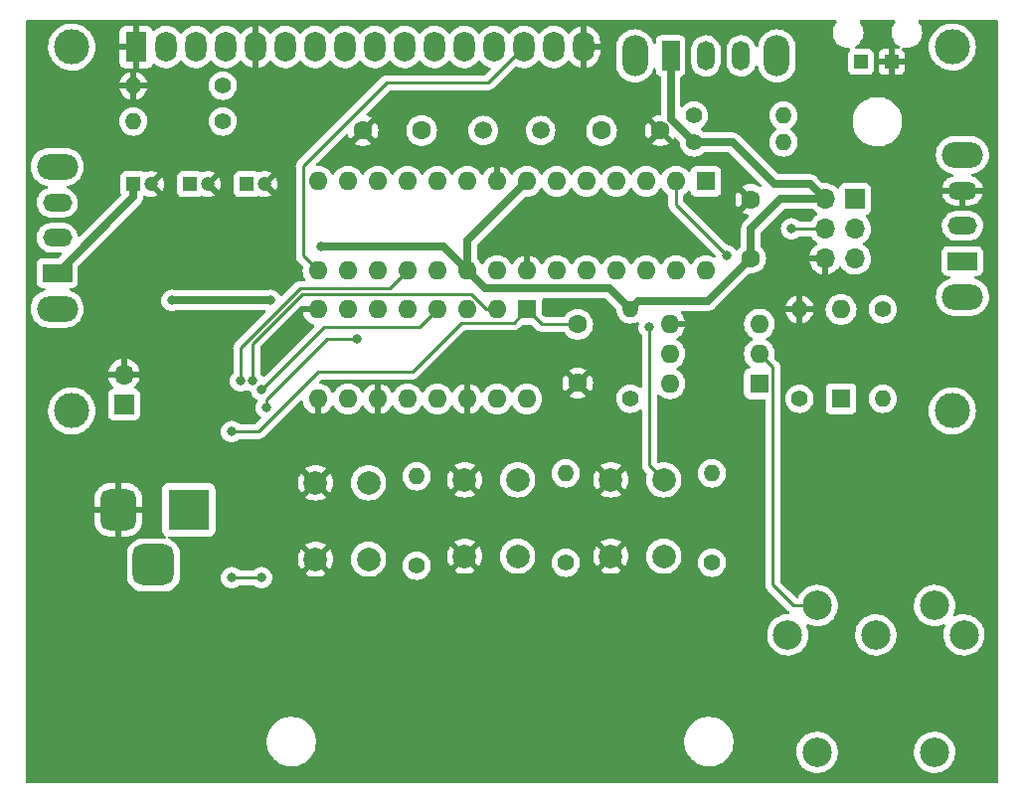
<source format=gbr>
%TF.GenerationSoftware,KiCad,Pcbnew,(6.0.7)*%
%TF.CreationDate,2022-08-13T21:24:58+02:00*%
%TF.ProjectId,SD_interrupter,53445f69-6e74-4657-9272-75707465722e,rev?*%
%TF.SameCoordinates,Original*%
%TF.FileFunction,Copper,L2,Bot*%
%TF.FilePolarity,Positive*%
%FSLAX46Y46*%
G04 Gerber Fmt 4.6, Leading zero omitted, Abs format (unit mm)*
G04 Created by KiCad (PCBNEW (6.0.7)) date 2022-08-13 21:24:58*
%MOMM*%
%LPD*%
G01*
G04 APERTURE LIST*
G04 Aperture macros list*
%AMRoundRect*
0 Rectangle with rounded corners*
0 $1 Rounding radius*
0 $2 $3 $4 $5 $6 $7 $8 $9 X,Y pos of 4 corners*
0 Add a 4 corners polygon primitive as box body*
4,1,4,$2,$3,$4,$5,$6,$7,$8,$9,$2,$3,0*
0 Add four circle primitives for the rounded corners*
1,1,$1+$1,$2,$3*
1,1,$1+$1,$4,$5*
1,1,$1+$1,$6,$7*
1,1,$1+$1,$8,$9*
0 Add four rect primitives between the rounded corners*
20,1,$1+$1,$2,$3,$4,$5,0*
20,1,$1+$1,$4,$5,$6,$7,0*
20,1,$1+$1,$6,$7,$8,$9,0*
20,1,$1+$1,$8,$9,$2,$3,0*%
G04 Aperture macros list end*
%TA.AperFunction,ComponentPad*%
%ADD10C,1.400000*%
%TD*%
%TA.AperFunction,ComponentPad*%
%ADD11O,1.400000X1.400000*%
%TD*%
%TA.AperFunction,ComponentPad*%
%ADD12R,1.600000X1.600000*%
%TD*%
%TA.AperFunction,ComponentPad*%
%ADD13O,1.600000X1.600000*%
%TD*%
%TA.AperFunction,ComponentPad*%
%ADD14C,2.500000*%
%TD*%
%TA.AperFunction,ComponentPad*%
%ADD15C,2.000000*%
%TD*%
%TA.AperFunction,ComponentPad*%
%ADD16R,1.208000X1.208000*%
%TD*%
%TA.AperFunction,ComponentPad*%
%ADD17R,1.700000X1.700000*%
%TD*%
%TA.AperFunction,ComponentPad*%
%ADD18O,1.700000X1.700000*%
%TD*%
%TA.AperFunction,ComponentPad*%
%ADD19C,1.600000*%
%TD*%
%TA.AperFunction,ComponentPad*%
%ADD20R,3.500000X3.500000*%
%TD*%
%TA.AperFunction,ComponentPad*%
%ADD21RoundRect,0.750000X-0.750000X-1.000000X0.750000X-1.000000X0.750000X1.000000X-0.750000X1.000000X0*%
%TD*%
%TA.AperFunction,ComponentPad*%
%ADD22RoundRect,0.875000X-0.875000X-0.875000X0.875000X-0.875000X0.875000X0.875000X-0.875000X0.875000X0*%
%TD*%
%TA.AperFunction,ComponentPad*%
%ADD23O,2.200000X3.500000*%
%TD*%
%TA.AperFunction,ComponentPad*%
%ADD24R,1.500000X2.500000*%
%TD*%
%TA.AperFunction,ComponentPad*%
%ADD25O,1.500000X2.500000*%
%TD*%
%TA.AperFunction,ComponentPad*%
%ADD26C,1.500000*%
%TD*%
%TA.AperFunction,ComponentPad*%
%ADD27R,1.200000X1.200000*%
%TD*%
%TA.AperFunction,ComponentPad*%
%ADD28C,1.200000*%
%TD*%
%TA.AperFunction,ComponentPad*%
%ADD29O,3.500000X2.200000*%
%TD*%
%TA.AperFunction,ComponentPad*%
%ADD30R,2.500000X1.500000*%
%TD*%
%TA.AperFunction,ComponentPad*%
%ADD31O,2.500000X1.500000*%
%TD*%
%TA.AperFunction,ComponentPad*%
%ADD32C,3.000000*%
%TD*%
%TA.AperFunction,ComponentPad*%
%ADD33R,1.800000X2.600000*%
%TD*%
%TA.AperFunction,ComponentPad*%
%ADD34O,1.800000X2.600000*%
%TD*%
%TA.AperFunction,ViaPad*%
%ADD35C,0.800000*%
%TD*%
%TA.AperFunction,Conductor*%
%ADD36C,0.635000*%
%TD*%
%TA.AperFunction,Conductor*%
%ADD37C,0.254000*%
%TD*%
G04 APERTURE END LIST*
D10*
%TO.P,R6,1*%
%TO.N,Net-(J3-Pad4)*%
X95074400Y-50292000D03*
D11*
%TO.P,R6,2*%
%TO.N,Net-(D1-Pad1)*%
X95074400Y-57912000D03*
%TD*%
D12*
%TO.P,U2,1,VCC*%
%TO.N,+3.3V*%
X64755000Y-50302000D03*
D13*
%TO.P,U2,2*%
%TO.N,Net-(J1-Pad5)*%
X62215000Y-50302000D03*
%TO.P,U2,3*%
%TO.N,/CLK*%
X59675000Y-50302000D03*
%TO.P,U2,4*%
%TO.N,Net-(J1-Pad3)*%
X57135000Y-50302000D03*
%TO.P,U2,5*%
%TO.N,/DI*%
X54595000Y-50302000D03*
%TO.P,U2,6*%
%TO.N,Net-(J1-Pad2)*%
X52055000Y-50302000D03*
%TO.P,U2,7*%
%TO.N,/CS*%
X49515000Y-50302000D03*
%TO.P,U2,8,VSS*%
%TO.N,GND*%
X46975000Y-50302000D03*
%TO.P,U2,9*%
X46975000Y-57922000D03*
%TO.P,U2,10*%
%TO.N,unconnected-(U2-Pad10)*%
X49515000Y-57922000D03*
%TO.P,U2,11*%
%TO.N,GND*%
X52055000Y-57922000D03*
%TO.P,U2,12*%
%TO.N,unconnected-(U2-Pad12)*%
X54595000Y-57922000D03*
%TO.P,U2,13*%
%TO.N,N/C*%
X57135000Y-57922000D03*
%TO.P,U2,14*%
%TO.N,GND*%
X59675000Y-57922000D03*
%TO.P,U2,15*%
%TO.N,unconnected-(U2-Pad15)*%
X62215000Y-57922000D03*
%TO.P,U2,16*%
%TO.N,N/C*%
X64755000Y-57922000D03*
%TD*%
D14*
%TO.P,J3,1*%
%TO.N,unconnected-(J3-Pad1)*%
X101988000Y-78026000D03*
%TO.P,J3,2*%
%TO.N,unconnected-(J3-Pad2)*%
X94488000Y-78026000D03*
%TO.P,J3,3*%
%TO.N,unconnected-(J3-Pad3)*%
X86988000Y-78026000D03*
%TO.P,J3,4*%
%TO.N,Net-(J3-Pad4)*%
X99488000Y-75526000D03*
%TO.P,J3,5*%
%TO.N,Net-(D1-Pad2)*%
X89488000Y-75526000D03*
%TO.P,J3,6*%
%TO.N,N/C*%
X89488000Y-88026000D03*
X99488000Y-88026000D03*
%TD*%
D15*
%TO.P,SW3,1,2*%
%TO.N,GND*%
X46772000Y-71576000D03*
X46772000Y-65076000D03*
%TO.P,SW3,2,K*%
%TO.N,/UP*%
X51272000Y-65076000D03*
X51272000Y-71576000D03*
%TD*%
D10*
%TO.P,R3,1*%
%TO.N,+5V*%
X80518000Y-71882000D03*
D11*
%TO.P,R3,2*%
%TO.N,/OK*%
X80518000Y-64262000D03*
%TD*%
D16*
%TO.P,U6,P$1,K*%
%TO.N,GND*%
X95817625Y-29210000D03*
%TO.P,U6,P$2,A*%
%TO.N,Net-(SW6-Pad2)*%
X93217625Y-29210000D03*
%TD*%
D17*
%TO.P,J5,1,Pin_1*%
%TO.N,VCC*%
X30455000Y-58400000D03*
D18*
%TO.P,J5,2,Pin_2*%
%TO.N,GND*%
X30455000Y-55860000D03*
%TD*%
D12*
%TO.P,D1,1,K*%
%TO.N,Net-(D1-Pad1)*%
X91523600Y-57912000D03*
D13*
%TO.P,D1,2,A*%
%TO.N,Net-(D1-Pad2)*%
X91523600Y-50292000D03*
%TD*%
D10*
%TO.P,R10,1*%
%TO.N,Net-(R10-Pad1)*%
X78994000Y-33782000D03*
D11*
%TO.P,R10,2*%
%TO.N,/OPT*%
X86614000Y-33782000D03*
%TD*%
D19*
%TO.P,C4,1*%
%TO.N,/X1*%
X71120000Y-35052000D03*
%TO.P,C4,2*%
%TO.N,GND*%
X76120000Y-35052000D03*
%TD*%
%TO.P,C10,1*%
%TO.N,+3.3V*%
X69088000Y-51562000D03*
%TO.P,C10,2*%
%TO.N,GND*%
X69088000Y-56562000D03*
%TD*%
D10*
%TO.P,R8,1*%
%TO.N,+5V*%
X78994000Y-36068000D03*
D11*
%TO.P,R8,2*%
%TO.N,/RESET*%
X86614000Y-36068000D03*
%TD*%
D20*
%TO.P,J4,1*%
%TO.N,VCC*%
X35972000Y-67368500D03*
D21*
%TO.P,J4,2*%
%TO.N,GND*%
X29972000Y-67368500D03*
D22*
%TO.P,J4,3*%
%TO.N,N/C*%
X32972000Y-72068500D03*
%TD*%
D10*
%TO.P,R1,1*%
%TO.N,+5V*%
X55372000Y-72136000D03*
D11*
%TO.P,R1,2*%
%TO.N,/UP*%
X55372000Y-64516000D03*
%TD*%
D17*
%TO.P,J2,1,MISO*%
%TO.N,/DO*%
X92710000Y-40894000D03*
D18*
%TO.P,J2,2,VCC*%
%TO.N,+5V*%
X90170000Y-40894000D03*
%TO.P,J2,3,SCK*%
%TO.N,/CLK*%
X92710000Y-43434000D03*
%TO.P,J2,4,MOSI*%
%TO.N,/DI*%
X90170000Y-43434000D03*
%TO.P,J2,5,~{RST}*%
%TO.N,/RESET*%
X92710000Y-45974000D03*
%TO.P,J2,6,GND*%
%TO.N,GND*%
X90170000Y-45974000D03*
%TD*%
D23*
%TO.P,SW1,*%
%TO.N,*%
X86060000Y-28702000D03*
X73960000Y-28702000D03*
D24*
%TO.P,SW1,1,A*%
%TO.N,+5V*%
X77010000Y-28702000D03*
D25*
%TO.P,SW1,2,B*%
%TO.N,/BL*%
X80010000Y-28702000D03*
%TO.P,SW1,3,C*%
%TO.N,unconnected-(SW1-Pad3)*%
X83010000Y-28702000D03*
%TD*%
D26*
%TO.P,Y1,1,1*%
%TO.N,/X2*%
X61050000Y-35052000D03*
%TO.P,Y1,2,2*%
%TO.N,/X1*%
X65930000Y-35052000D03*
%TD*%
D10*
%TO.P,R2,1*%
%TO.N,+5V*%
X68072000Y-71882000D03*
D11*
%TO.P,R2,2*%
%TO.N,/DN*%
X68072000Y-64262000D03*
%TD*%
D12*
%TO.P,U4,1,~{RESET}/PC6*%
%TO.N,/RESET*%
X80000000Y-39380000D03*
D13*
%TO.P,U4,2,PD0*%
%TO.N,/RX*%
X77460000Y-39380000D03*
%TO.P,U4,3,PD1*%
%TO.N,unconnected-(U4-Pad3)*%
X74920000Y-39380000D03*
%TO.P,U4,4,PD2*%
%TO.N,Net-(R10-Pad1)*%
X72380000Y-39380000D03*
%TO.P,U4,5,PD3*%
%TO.N,unconnected-(U4-Pad5)*%
X69840000Y-39380000D03*
%TO.P,U4,6,PD4*%
%TO.N,/RS*%
X67300000Y-39380000D03*
%TO.P,U4,7,VCC*%
%TO.N,+5V*%
X64760000Y-39380000D03*
%TO.P,U4,8,GND*%
%TO.N,GND*%
X62220000Y-39380000D03*
%TO.P,U4,9,XTAL1/PB6*%
%TO.N,/X1*%
X59680000Y-39380000D03*
%TO.P,U4,10,XTAL2/PB7*%
%TO.N,/X2*%
X57140000Y-39380000D03*
%TO.P,U4,11,PD5*%
%TO.N,/E*%
X54600000Y-39380000D03*
%TO.P,U4,12,PD6*%
%TO.N,/DB4*%
X52060000Y-39380000D03*
%TO.P,U4,13,PD7*%
%TO.N,/DB5*%
X49520000Y-39380000D03*
%TO.P,U4,14,PB0*%
%TO.N,/DB6*%
X46980000Y-39380000D03*
%TO.P,U4,15,PB1*%
%TO.N,/DB7*%
X46980000Y-47000000D03*
%TO.P,U4,16,PB2*%
%TO.N,/CS*%
X49520000Y-47000000D03*
%TO.P,U4,17,PB3*%
%TO.N,/DI*%
X52060000Y-47000000D03*
%TO.P,U4,18,PB4*%
%TO.N,/DO*%
X54600000Y-47000000D03*
%TO.P,U4,19,PB5*%
%TO.N,/CLK*%
X57140000Y-47000000D03*
%TO.P,U4,20,AVCC*%
%TO.N,+5V*%
X59680000Y-47000000D03*
%TO.P,U4,21,AREF*%
%TO.N,unconnected-(U4-Pad21)*%
X62220000Y-47000000D03*
%TO.P,U4,22,GND*%
%TO.N,GND*%
X64760000Y-47000000D03*
%TO.P,U4,23,PC0*%
%TO.N,/UP*%
X67300000Y-47000000D03*
%TO.P,U4,24,PC1*%
%TO.N,unconnected-(U4-Pad24)*%
X69840000Y-47000000D03*
%TO.P,U4,25,PC2*%
%TO.N,/DN*%
X72380000Y-47000000D03*
%TO.P,U4,26,PC3*%
%TO.N,/OK*%
X74920000Y-47000000D03*
%TO.P,U4,27,PC4*%
%TO.N,unconnected-(U4-Pad27)*%
X77460000Y-47000000D03*
%TO.P,U4,28,PC5*%
%TO.N,unconnected-(U4-Pad28)*%
X80000000Y-47000000D03*
%TD*%
D27*
%TO.P,C2,1*%
%TO.N,+5V*%
X36107401Y-39624000D03*
D28*
%TO.P,C2,2*%
%TO.N,GND*%
X37607401Y-39624000D03*
%TD*%
D19*
%TO.P,C7,1*%
%TO.N,+5V*%
X83820000Y-45934000D03*
%TO.P,C7,2*%
%TO.N,GND*%
X83820000Y-40934000D03*
%TD*%
D10*
%TO.P,R4,1*%
%TO.N,Net-(DS1-Pad3)*%
X38862000Y-34290000D03*
D11*
%TO.P,R4,2*%
%TO.N,+5V*%
X31242000Y-34290000D03*
%TD*%
D10*
%TO.P,R7,1*%
%TO.N,Net-(R7-Pad1)*%
X87972800Y-57912000D03*
D11*
%TO.P,R7,2*%
%TO.N,GND*%
X87972800Y-50292000D03*
%TD*%
D29*
%TO.P,SW6,*%
%TO.N,*%
X101854000Y-37130000D03*
X101854000Y-49230000D03*
D30*
%TO.P,SW6,1,A*%
%TO.N,/OPT*%
X101854000Y-46180000D03*
D31*
%TO.P,SW6,2,B*%
%TO.N,Net-(SW6-Pad2)*%
X101854000Y-43180000D03*
%TO.P,SW6,3,C*%
%TO.N,GND*%
X101854000Y-40180000D03*
%TD*%
D15*
%TO.P,SW4,1,1*%
%TO.N,GND*%
X59472000Y-64822000D03*
X59472000Y-71322000D03*
%TO.P,SW4,2,K*%
%TO.N,/DN*%
X63972000Y-71322000D03*
X63972000Y-64822000D03*
%TD*%
%TO.P,SW5,1,2*%
%TO.N,GND*%
X71918000Y-71322000D03*
X71918000Y-64822000D03*
%TO.P,SW5,2,K*%
%TO.N,/OK*%
X76418000Y-71322000D03*
X76418000Y-64822000D03*
%TD*%
D10*
%TO.P,R5,1*%
%TO.N,Net-(DS1-Pad3)*%
X38862000Y-31242000D03*
D11*
%TO.P,R5,2*%
%TO.N,GND*%
X31242000Y-31242000D03*
%TD*%
D32*
%TO.P,DS1,*%
%TO.N,*%
X100995480Y-58940700D03*
X25996900Y-27940000D03*
X25996900Y-58940700D03*
X100996000Y-27940000D03*
D33*
%TO.P,DS1,1,VSS*%
%TO.N,GND*%
X31496000Y-27940000D03*
D34*
%TO.P,DS1,2,VDD*%
%TO.N,+5V*%
X34036000Y-27940000D03*
%TO.P,DS1,3,VO*%
%TO.N,Net-(DS1-Pad3)*%
X36576000Y-27940000D03*
%TO.P,DS1,4,RS*%
%TO.N,/RS*%
X39116000Y-27940000D03*
%TO.P,DS1,5,R/W*%
%TO.N,GND*%
X41656000Y-27940000D03*
%TO.P,DS1,6,E*%
%TO.N,/E*%
X44196000Y-27940000D03*
%TO.P,DS1,7,D0*%
%TO.N,unconnected-(DS1-Pad7)*%
X46736000Y-27940000D03*
%TO.P,DS1,8,D1*%
%TO.N,unconnected-(DS1-Pad8)*%
X49276000Y-27940000D03*
%TO.P,DS1,9,D2*%
%TO.N,unconnected-(DS1-Pad9)*%
X51816000Y-27940000D03*
%TO.P,DS1,10,D3*%
%TO.N,unconnected-(DS1-Pad10)*%
X54356000Y-27940000D03*
%TO.P,DS1,11,D4*%
%TO.N,/DB4*%
X56896000Y-27940000D03*
%TO.P,DS1,12,D5*%
%TO.N,/DB5*%
X59436000Y-27940000D03*
%TO.P,DS1,13,D6*%
%TO.N,/DB6*%
X61976000Y-27940000D03*
%TO.P,DS1,14,D7*%
%TO.N,/DB7*%
X64516000Y-27940000D03*
%TO.P,DS1,15,LED(+)*%
%TO.N,/BL*%
X67056000Y-27940000D03*
%TO.P,DS1,16,LED(-)*%
%TO.N,GND*%
X69596000Y-27940000D03*
%TD*%
D10*
%TO.P,R9,1*%
%TO.N,/RX*%
X73571200Y-57912000D03*
D11*
%TO.P,R9,2*%
%TO.N,+5V*%
X73571200Y-50292000D03*
%TD*%
D19*
%TO.P,C5,1*%
%TO.N,/X2*%
X55800000Y-35052000D03*
%TO.P,C5,2*%
%TO.N,GND*%
X50800000Y-35052000D03*
%TD*%
D29*
%TO.P,SW2,*%
%TO.N,*%
X24765000Y-38146000D03*
X24765000Y-50246000D03*
D30*
%TO.P,SW2,1,A*%
%TO.N,Net-(C1-Pad1)*%
X24765000Y-47196000D03*
D31*
%TO.P,SW2,2,B*%
%TO.N,VCC*%
X24765000Y-44196000D03*
%TO.P,SW2,3,C*%
%TO.N,unconnected-(SW2-Pad3)*%
X24765000Y-41196000D03*
%TD*%
D27*
%TO.P,C3,1*%
%TO.N,+3.3V*%
X40933401Y-39624000D03*
D28*
%TO.P,C3,2*%
%TO.N,GND*%
X42433401Y-39624000D03*
%TD*%
D27*
%TO.P,C1,1*%
%TO.N,Net-(C1-Pad1)*%
X31242000Y-39624000D03*
D28*
%TO.P,C1,2*%
%TO.N,GND*%
X32742000Y-39624000D03*
%TD*%
D12*
%TO.P,U5,1*%
%TO.N,Net-(D1-Pad1)*%
X84572000Y-56627000D03*
D13*
%TO.P,U5,2*%
%TO.N,Net-(D1-Pad2)*%
X84572000Y-54087000D03*
%TO.P,U5,3,NC*%
%TO.N,unconnected-(U5-Pad3)*%
X84572000Y-51547000D03*
%TO.P,U5,4*%
%TO.N,GND*%
X76952000Y-51547000D03*
%TO.P,U5,5*%
%TO.N,/RX*%
X76952000Y-54087000D03*
%TO.P,U5,6*%
%TO.N,Net-(R7-Pad1)*%
X76952000Y-56627000D03*
%TD*%
D35*
%TO.N,+5V*%
X34544000Y-49530000D03*
X47244000Y-44958000D03*
X42926000Y-49530000D03*
%TO.N,+3.3V*%
X39624000Y-60706000D03*
X39624000Y-73152000D03*
X42164000Y-73152000D03*
%TO.N,Net-(J1-Pad2)*%
X42582500Y-58674000D03*
X50292000Y-52832000D03*
%TO.N,Net-(J1-Pad3)*%
X42164000Y-57150000D03*
%TO.N,Net-(J1-Pad5)*%
X41402000Y-56388000D03*
%TO.N,/DO*%
X40386000Y-56388000D03*
%TO.N,/DI*%
X87300021Y-43430500D03*
%TO.N,/OK*%
X75184000Y-51816000D03*
%TO.N,/RX*%
X81788000Y-45720000D03*
%TD*%
D36*
%TO.N,Net-(C1-Pad1)*%
X24765000Y-47196000D02*
X31242000Y-40719000D01*
X31242000Y-40719000D02*
X31242000Y-39624000D01*
%TO.N,+5V*%
X71801163Y-48521963D02*
X73571200Y-50292000D01*
X80162000Y-49592000D02*
X83820000Y-45934000D01*
X59680000Y-47000000D02*
X57638000Y-44958000D01*
X82296000Y-36068000D02*
X78994000Y-36068000D01*
X57638000Y-44958000D02*
X47244000Y-44958000D01*
X86360000Y-40894000D02*
X90170000Y-40894000D01*
X83820000Y-43434000D02*
X86360000Y-40894000D01*
X59680000Y-47000000D02*
X59680000Y-44460000D01*
X59680000Y-47000000D02*
X61201963Y-48521963D01*
X85844500Y-39616500D02*
X82296000Y-36068000D01*
X78994000Y-36062773D02*
X77010000Y-34078773D01*
X78994000Y-36068000D02*
X78994000Y-36062773D01*
X90170000Y-40894000D02*
X88892500Y-39616500D01*
X77010000Y-34078773D02*
X77010000Y-28702000D01*
X61201963Y-48521963D02*
X71801163Y-48521963D01*
X59680000Y-44460000D02*
X64760000Y-39380000D01*
X83820000Y-45934000D02*
X83820000Y-43434000D01*
X88892500Y-39616500D02*
X85844500Y-39616500D01*
X73571200Y-50292000D02*
X74271200Y-49592000D01*
X34544000Y-49530000D02*
X42926000Y-49530000D01*
X74271200Y-49592000D02*
X80162000Y-49592000D01*
D37*
%TO.N,+3.3V*%
X46990000Y-55626000D02*
X55011181Y-55626000D01*
X63628000Y-51429000D02*
X64755000Y-50302000D01*
X66015000Y-51562000D02*
X64755000Y-50302000D01*
X41910000Y-60706000D02*
X46990000Y-55626000D01*
X59208181Y-51429000D02*
X63628000Y-51429000D01*
X69088000Y-51562000D02*
X66015000Y-51562000D01*
X55011181Y-55626000D02*
X59208181Y-51429000D01*
X39624000Y-60706000D02*
X41910000Y-60706000D01*
X42164000Y-73152000D02*
X39624000Y-73152000D01*
%TO.N,Net-(D1-Pad2)*%
X84572000Y-54087000D02*
X85699000Y-55214000D01*
X85699000Y-55214000D02*
X85699000Y-73761000D01*
X85699000Y-73761000D02*
X87464000Y-75526000D01*
X87464000Y-75526000D02*
X89488000Y-75526000D01*
%TO.N,/DB7*%
X52832000Y-30988000D02*
X61468000Y-30988000D01*
X45720000Y-45740000D02*
X45720000Y-38100000D01*
X61468000Y-30988000D02*
X64516000Y-27940000D01*
X46980000Y-47000000D02*
X45720000Y-45740000D01*
X45720000Y-38100000D02*
X52832000Y-30988000D01*
%TO.N,Net-(J1-Pad2)*%
X42582500Y-58001500D02*
X42582500Y-58674000D01*
X47752000Y-52832000D02*
X42582500Y-58001500D01*
X47752000Y-52832000D02*
X50292000Y-52832000D01*
%TO.N,Net-(J1-Pad3)*%
X55621000Y-51816000D02*
X57135000Y-50302000D01*
X42164000Y-57150000D02*
X47498000Y-51816000D01*
X47498000Y-51816000D02*
X55621000Y-51816000D01*
%TO.N,Net-(J1-Pad5)*%
X41402000Y-56388000D02*
X41402000Y-53220052D01*
X45600052Y-49022000D02*
X59988819Y-49022000D01*
X61268819Y-50302000D02*
X62215000Y-50302000D01*
X59988819Y-49022000D02*
X61268819Y-50302000D01*
X41402000Y-53220052D02*
X45600052Y-49022000D01*
%TO.N,/DO*%
X40386000Y-53594000D02*
X45466000Y-48514000D01*
X53086000Y-48514000D02*
X54600000Y-47000000D01*
X45466000Y-48514000D02*
X53086000Y-48514000D01*
X40386000Y-56388000D02*
X40386000Y-53594000D01*
%TO.N,/DI*%
X87300021Y-43430500D02*
X87303521Y-43434000D01*
X87303521Y-43434000D02*
X90170000Y-43434000D01*
%TO.N,/OK*%
X76418000Y-64822000D02*
X75184000Y-63588000D01*
X75184000Y-63588000D02*
X75184000Y-51816000D01*
%TO.N,/RX*%
X77460000Y-41392000D02*
X77460000Y-39380000D01*
X81788000Y-45720000D02*
X77460000Y-41392000D01*
%TD*%
%TA.AperFunction,Conductor*%
%TO.N,GND*%
G36*
X91087184Y-25674502D02*
G01*
X91133677Y-25728158D01*
X91143781Y-25798432D01*
X91115584Y-25861492D01*
X91115318Y-25861809D01*
X91111427Y-25865700D01*
X90980102Y-26053251D01*
X90977779Y-26058233D01*
X90977776Y-26058238D01*
X90896215Y-26233149D01*
X90883341Y-26260757D01*
X90881919Y-26266065D01*
X90881918Y-26266067D01*
X90830489Y-26458003D01*
X90824082Y-26481913D01*
X90804127Y-26710000D01*
X90824082Y-26938087D01*
X90825506Y-26943400D01*
X90825506Y-26943402D01*
X90876188Y-27132546D01*
X90883341Y-27159243D01*
X90885664Y-27164224D01*
X90885664Y-27164225D01*
X90977776Y-27361762D01*
X90977779Y-27361767D01*
X90980102Y-27366749D01*
X91111427Y-27554300D01*
X91273325Y-27716198D01*
X91277833Y-27719355D01*
X91277836Y-27719357D01*
X91330863Y-27756487D01*
X91460876Y-27847523D01*
X91465858Y-27849846D01*
X91465863Y-27849849D01*
X91653874Y-27937519D01*
X91668382Y-27944284D01*
X91673690Y-27945706D01*
X91673692Y-27945707D01*
X91884223Y-28002119D01*
X91884225Y-28002119D01*
X91889538Y-28003543D01*
X91989105Y-28012254D01*
X92057774Y-28018262D01*
X92057781Y-28018262D01*
X92060498Y-28018500D01*
X92172212Y-28018500D01*
X92240333Y-28038502D01*
X92286826Y-28092158D01*
X92296930Y-28162432D01*
X92267436Y-28227012D01*
X92261307Y-28233595D01*
X92257544Y-28237358D01*
X92250364Y-28242739D01*
X92163010Y-28359295D01*
X92111880Y-28495684D01*
X92105125Y-28557866D01*
X92105125Y-29862134D01*
X92111880Y-29924316D01*
X92163010Y-30060705D01*
X92250364Y-30177261D01*
X92366920Y-30264615D01*
X92503309Y-30315745D01*
X92565491Y-30322500D01*
X93869759Y-30322500D01*
X93931941Y-30315745D01*
X94068330Y-30264615D01*
X94184886Y-30177261D01*
X94272240Y-30060705D01*
X94323370Y-29924316D01*
X94330125Y-29862134D01*
X94330125Y-29858669D01*
X94705626Y-29858669D01*
X94705996Y-29865490D01*
X94711520Y-29916352D01*
X94715146Y-29931604D01*
X94760301Y-30052054D01*
X94768839Y-30067649D01*
X94845340Y-30169724D01*
X94857901Y-30182285D01*
X94959976Y-30258786D01*
X94975571Y-30267324D01*
X95096019Y-30312478D01*
X95111274Y-30316105D01*
X95162139Y-30321631D01*
X95168953Y-30322000D01*
X95545510Y-30322000D01*
X95560749Y-30317525D01*
X95561954Y-30316135D01*
X95563625Y-30308452D01*
X95563625Y-30303884D01*
X96071625Y-30303884D01*
X96076100Y-30319123D01*
X96077490Y-30320328D01*
X96085173Y-30321999D01*
X96466294Y-30321999D01*
X96473115Y-30321629D01*
X96523977Y-30316105D01*
X96539229Y-30312479D01*
X96659679Y-30267324D01*
X96675274Y-30258786D01*
X96777349Y-30182285D01*
X96789910Y-30169724D01*
X96866411Y-30067649D01*
X96874949Y-30052054D01*
X96920103Y-29931606D01*
X96923730Y-29916351D01*
X96929256Y-29865486D01*
X96929625Y-29858672D01*
X96929625Y-29482115D01*
X96925150Y-29466876D01*
X96923760Y-29465671D01*
X96916077Y-29464000D01*
X96089740Y-29464000D01*
X96074501Y-29468475D01*
X96073296Y-29469865D01*
X96071625Y-29477548D01*
X96071625Y-30303884D01*
X95563625Y-30303884D01*
X95563625Y-29482115D01*
X95559150Y-29466876D01*
X95557760Y-29465671D01*
X95550077Y-29464000D01*
X94723741Y-29464000D01*
X94708502Y-29468475D01*
X94707297Y-29469865D01*
X94705626Y-29477548D01*
X94705626Y-29858669D01*
X94330125Y-29858669D01*
X94330125Y-28937885D01*
X94705625Y-28937885D01*
X94710100Y-28953124D01*
X94711490Y-28954329D01*
X94719173Y-28956000D01*
X95545510Y-28956000D01*
X95560749Y-28951525D01*
X95561954Y-28950135D01*
X95563625Y-28942452D01*
X95563625Y-28116116D01*
X95559150Y-28100877D01*
X95557760Y-28099672D01*
X95550077Y-28098001D01*
X95168956Y-28098001D01*
X95162135Y-28098371D01*
X95111273Y-28103895D01*
X95096021Y-28107521D01*
X94975571Y-28152676D01*
X94959976Y-28161214D01*
X94857901Y-28237715D01*
X94845340Y-28250276D01*
X94768839Y-28352351D01*
X94760301Y-28367946D01*
X94715147Y-28488394D01*
X94711520Y-28503649D01*
X94705994Y-28554514D01*
X94705625Y-28561328D01*
X94705625Y-28937885D01*
X94330125Y-28937885D01*
X94330125Y-28557866D01*
X94323370Y-28495684D01*
X94272240Y-28359295D01*
X94184886Y-28242739D01*
X94068330Y-28155385D01*
X93931941Y-28104255D01*
X93869759Y-28097500D01*
X92806646Y-28097500D01*
X92738525Y-28077498D01*
X92692032Y-28023842D01*
X92681928Y-27953568D01*
X92711422Y-27888988D01*
X92753397Y-27857305D01*
X92769383Y-27849851D01*
X92769389Y-27849847D01*
X92774374Y-27847523D01*
X92904387Y-27756487D01*
X92957414Y-27719357D01*
X92957417Y-27719355D01*
X92961925Y-27716198D01*
X93123823Y-27554300D01*
X93255148Y-27366749D01*
X93257471Y-27361767D01*
X93257474Y-27361762D01*
X93349586Y-27164225D01*
X93349586Y-27164224D01*
X93351909Y-27159243D01*
X93359063Y-27132546D01*
X93409744Y-26943402D01*
X93409744Y-26943400D01*
X93411168Y-26938087D01*
X93431123Y-26710000D01*
X93411168Y-26481913D01*
X93404761Y-26458003D01*
X93353332Y-26266067D01*
X93353331Y-26266065D01*
X93351909Y-26260757D01*
X93339035Y-26233149D01*
X93257474Y-26058238D01*
X93257471Y-26058233D01*
X93255148Y-26053251D01*
X93123823Y-25865700D01*
X93119932Y-25861809D01*
X93119666Y-25861492D01*
X93091201Y-25796452D01*
X93102418Y-25726347D01*
X93149755Y-25673435D01*
X93216187Y-25654500D01*
X96019063Y-25654500D01*
X96087184Y-25674502D01*
X96133677Y-25728158D01*
X96143781Y-25798432D01*
X96115584Y-25861492D01*
X96115318Y-25861809D01*
X96111427Y-25865700D01*
X95980102Y-26053251D01*
X95977779Y-26058233D01*
X95977776Y-26058238D01*
X95896215Y-26233149D01*
X95883341Y-26260757D01*
X95881919Y-26266065D01*
X95881918Y-26266067D01*
X95830489Y-26458003D01*
X95824082Y-26481913D01*
X95804127Y-26710000D01*
X95824082Y-26938087D01*
X95825506Y-26943400D01*
X95825506Y-26943402D01*
X95876188Y-27132546D01*
X95883341Y-27159243D01*
X95885664Y-27164224D01*
X95885664Y-27164225D01*
X95977776Y-27361762D01*
X95977779Y-27361767D01*
X95980102Y-27366749D01*
X96111427Y-27554300D01*
X96273325Y-27716198D01*
X96277833Y-27719355D01*
X96277836Y-27719357D01*
X96330863Y-27756487D01*
X96460876Y-27847523D01*
X96481854Y-27857305D01*
X96482926Y-27857805D01*
X96536211Y-27904722D01*
X96555672Y-27972999D01*
X96535130Y-28040959D01*
X96481108Y-28087025D01*
X96429676Y-28098000D01*
X96089740Y-28098000D01*
X96074501Y-28102475D01*
X96073296Y-28103865D01*
X96071625Y-28111548D01*
X96071625Y-28937885D01*
X96076100Y-28953124D01*
X96077490Y-28954329D01*
X96085173Y-28956000D01*
X96911509Y-28956000D01*
X96926748Y-28951525D01*
X96927953Y-28950135D01*
X96929624Y-28942452D01*
X96929624Y-28561331D01*
X96929254Y-28554510D01*
X96923730Y-28503648D01*
X96920104Y-28488396D01*
X96874949Y-28367946D01*
X96866411Y-28352351D01*
X96789910Y-28250276D01*
X96777351Y-28237717D01*
X96750943Y-28217925D01*
X96708429Y-28161065D01*
X96703404Y-28090246D01*
X96737464Y-28027953D01*
X96799795Y-27993963D01*
X96859122Y-27995393D01*
X96884219Y-28002118D01*
X96884222Y-28002118D01*
X96889538Y-28003543D01*
X96989105Y-28012254D01*
X97057774Y-28018262D01*
X97057781Y-28018262D01*
X97060498Y-28018500D01*
X97174752Y-28018500D01*
X97177469Y-28018262D01*
X97177476Y-28018262D01*
X97246145Y-28012254D01*
X97345712Y-28003543D01*
X97351025Y-28002119D01*
X97351027Y-28002119D01*
X97561558Y-27945707D01*
X97561560Y-27945706D01*
X97566868Y-27944284D01*
X97581376Y-27937519D01*
X97621266Y-27918918D01*
X98982917Y-27918918D01*
X98998682Y-28192320D01*
X98999507Y-28196525D01*
X98999508Y-28196533D01*
X99009982Y-28249919D01*
X99051405Y-28461053D01*
X99052792Y-28465103D01*
X99052793Y-28465108D01*
X99137711Y-28713132D01*
X99140112Y-28720144D01*
X99142039Y-28723975D01*
X99258735Y-28956000D01*
X99263160Y-28964799D01*
X99265586Y-28968328D01*
X99265589Y-28968334D01*
X99415843Y-29186953D01*
X99418274Y-29190490D01*
X99421161Y-29193663D01*
X99421162Y-29193664D01*
X99453880Y-29229621D01*
X99602582Y-29393043D01*
X99605877Y-29395798D01*
X99605878Y-29395799D01*
X99629080Y-29415199D01*
X99812675Y-29568707D01*
X99816316Y-29570991D01*
X100041024Y-29711951D01*
X100041028Y-29711953D01*
X100044664Y-29714234D01*
X100118630Y-29747631D01*
X100290345Y-29825164D01*
X100290349Y-29825166D01*
X100294257Y-29826930D01*
X100354248Y-29844700D01*
X100552723Y-29903491D01*
X100552727Y-29903492D01*
X100556836Y-29904709D01*
X100561070Y-29905357D01*
X100561075Y-29905358D01*
X100823298Y-29945483D01*
X100823300Y-29945483D01*
X100827540Y-29946132D01*
X100966912Y-29948322D01*
X101097071Y-29950367D01*
X101097077Y-29950367D01*
X101101362Y-29950434D01*
X101373235Y-29917534D01*
X101638127Y-29848041D01*
X101642087Y-29846401D01*
X101642092Y-29846399D01*
X101825450Y-29770449D01*
X101891136Y-29743241D01*
X102120492Y-29609216D01*
X102123879Y-29607237D01*
X102123880Y-29607236D01*
X102127582Y-29605073D01*
X102343089Y-29436094D01*
X102353102Y-29425762D01*
X102467059Y-29308167D01*
X102533669Y-29239431D01*
X102536202Y-29235983D01*
X102536206Y-29235978D01*
X102693257Y-29022178D01*
X102695795Y-29018723D01*
X102723154Y-28968334D01*
X102824418Y-28781830D01*
X102824419Y-28781828D01*
X102826468Y-28778054D01*
X102923269Y-28521877D01*
X102960505Y-28359295D01*
X102983449Y-28259117D01*
X102983450Y-28259113D01*
X102984407Y-28254933D01*
X102984855Y-28249919D01*
X103008531Y-27984627D01*
X103008531Y-27984625D01*
X103008751Y-27982161D01*
X103009193Y-27940000D01*
X103006547Y-27901186D01*
X102990859Y-27671055D01*
X102990858Y-27671049D01*
X102990567Y-27666778D01*
X102982417Y-27627421D01*
X102935901Y-27402809D01*
X102935032Y-27398612D01*
X102843617Y-27140465D01*
X102753234Y-26965351D01*
X102719978Y-26900919D01*
X102719978Y-26900918D01*
X102718013Y-26897112D01*
X102708040Y-26882921D01*
X102563008Y-26676562D01*
X102560545Y-26673057D01*
X102454531Y-26558972D01*
X102377046Y-26475588D01*
X102377043Y-26475585D01*
X102374125Y-26472445D01*
X102370810Y-26469731D01*
X102370806Y-26469728D01*
X102165523Y-26301706D01*
X102162205Y-26298990D01*
X101928704Y-26155901D01*
X101924768Y-26154173D01*
X101681873Y-26047549D01*
X101681869Y-26047548D01*
X101677945Y-26045825D01*
X101414566Y-25970800D01*
X101410324Y-25970196D01*
X101410318Y-25970195D01*
X101209834Y-25941662D01*
X101143443Y-25932213D01*
X100999589Y-25931460D01*
X100873877Y-25930802D01*
X100873871Y-25930802D01*
X100869591Y-25930780D01*
X100865347Y-25931339D01*
X100865343Y-25931339D01*
X100746302Y-25947011D01*
X100598078Y-25966525D01*
X100593938Y-25967658D01*
X100593936Y-25967658D01*
X100521008Y-25987609D01*
X100333928Y-26038788D01*
X100329980Y-26040472D01*
X100085982Y-26144546D01*
X100085978Y-26144548D01*
X100082030Y-26146232D01*
X100037775Y-26172718D01*
X99850725Y-26284664D01*
X99850721Y-26284667D01*
X99847043Y-26286868D01*
X99633318Y-26458094D01*
X99537588Y-26558972D01*
X99486803Y-26612489D01*
X99444808Y-26656742D01*
X99285002Y-26879136D01*
X99156857Y-27121161D01*
X99155385Y-27125184D01*
X99155383Y-27125188D01*
X99084275Y-27319498D01*
X99062743Y-27378337D01*
X99004404Y-27645907D01*
X99004068Y-27650177D01*
X98988785Y-27844366D01*
X98982917Y-27918918D01*
X97621266Y-27918918D01*
X97769387Y-27849849D01*
X97769392Y-27849846D01*
X97774374Y-27847523D01*
X97904387Y-27756487D01*
X97957414Y-27719357D01*
X97957417Y-27719355D01*
X97961925Y-27716198D01*
X98123823Y-27554300D01*
X98255148Y-27366749D01*
X98257471Y-27361767D01*
X98257474Y-27361762D01*
X98349586Y-27164225D01*
X98349586Y-27164224D01*
X98351909Y-27159243D01*
X98359063Y-27132546D01*
X98409744Y-26943402D01*
X98409744Y-26943400D01*
X98411168Y-26938087D01*
X98431123Y-26710000D01*
X98411168Y-26481913D01*
X98404761Y-26458003D01*
X98353332Y-26266067D01*
X98353331Y-26266065D01*
X98351909Y-26260757D01*
X98339035Y-26233149D01*
X98257474Y-26058238D01*
X98257471Y-26058233D01*
X98255148Y-26053251D01*
X98123823Y-25865700D01*
X98119932Y-25861809D01*
X98119666Y-25861492D01*
X98091201Y-25796452D01*
X98102418Y-25726347D01*
X98149755Y-25673435D01*
X98216187Y-25654500D01*
X104775500Y-25654500D01*
X104843621Y-25674502D01*
X104890114Y-25728158D01*
X104901500Y-25780500D01*
X104901500Y-90551500D01*
X104881498Y-90619621D01*
X104827842Y-90666114D01*
X104775500Y-90677500D01*
X22224500Y-90677500D01*
X22156379Y-90657498D01*
X22109886Y-90603842D01*
X22098500Y-90551500D01*
X22098500Y-87254703D01*
X42594743Y-87254703D01*
X42595302Y-87258947D01*
X42595302Y-87258951D01*
X42597084Y-87272488D01*
X42632268Y-87539734D01*
X42708129Y-87817036D01*
X42709813Y-87820984D01*
X42779564Y-87984511D01*
X42820923Y-88081476D01*
X42968561Y-88328161D01*
X43148313Y-88552528D01*
X43356851Y-88750423D01*
X43590317Y-88918186D01*
X43594112Y-88920195D01*
X43594113Y-88920196D01*
X43615869Y-88931715D01*
X43844392Y-89052712D01*
X44114373Y-89151511D01*
X44395264Y-89212755D01*
X44423841Y-89215004D01*
X44618282Y-89230307D01*
X44618291Y-89230307D01*
X44620739Y-89230500D01*
X44776271Y-89230500D01*
X44778407Y-89230354D01*
X44778418Y-89230354D01*
X44986548Y-89216165D01*
X44986554Y-89216164D01*
X44990825Y-89215873D01*
X44995020Y-89215004D01*
X44995022Y-89215004D01*
X45168024Y-89179177D01*
X45272342Y-89157574D01*
X45543343Y-89061607D01*
X45714065Y-88973491D01*
X45795005Y-88931715D01*
X45795006Y-88931715D01*
X45798812Y-88929750D01*
X45802313Y-88927289D01*
X45802317Y-88927287D01*
X45916418Y-88847095D01*
X46034023Y-88764441D01*
X46244622Y-88568740D01*
X46426713Y-88346268D01*
X46576927Y-88101142D01*
X46692483Y-87837898D01*
X46713150Y-87765348D01*
X46770068Y-87565534D01*
X46771244Y-87561406D01*
X46811751Y-87276784D01*
X46811781Y-87271176D01*
X46811867Y-87254703D01*
X78154743Y-87254703D01*
X78155302Y-87258947D01*
X78155302Y-87258951D01*
X78157084Y-87272488D01*
X78192268Y-87539734D01*
X78268129Y-87817036D01*
X78269813Y-87820984D01*
X78339564Y-87984511D01*
X78380923Y-88081476D01*
X78528561Y-88328161D01*
X78708313Y-88552528D01*
X78916851Y-88750423D01*
X79150317Y-88918186D01*
X79154112Y-88920195D01*
X79154113Y-88920196D01*
X79175869Y-88931715D01*
X79404392Y-89052712D01*
X79674373Y-89151511D01*
X79955264Y-89212755D01*
X79983841Y-89215004D01*
X80178282Y-89230307D01*
X80178291Y-89230307D01*
X80180739Y-89230500D01*
X80336271Y-89230500D01*
X80338407Y-89230354D01*
X80338418Y-89230354D01*
X80546548Y-89216165D01*
X80546554Y-89216164D01*
X80550825Y-89215873D01*
X80555020Y-89215004D01*
X80555022Y-89215004D01*
X80728024Y-89179177D01*
X80832342Y-89157574D01*
X81103343Y-89061607D01*
X81274065Y-88973491D01*
X81355005Y-88931715D01*
X81355006Y-88931715D01*
X81358812Y-88929750D01*
X81362313Y-88927289D01*
X81362317Y-88927287D01*
X81476418Y-88847095D01*
X81594023Y-88764441D01*
X81804622Y-88568740D01*
X81986713Y-88346268D01*
X82136927Y-88101142D01*
X82190175Y-87979839D01*
X87725173Y-87979839D01*
X87737713Y-88240908D01*
X87788704Y-88497256D01*
X87877026Y-88743252D01*
X87879242Y-88747376D01*
X87943753Y-88867437D01*
X88000737Y-88973491D01*
X88003532Y-88977234D01*
X88003534Y-88977237D01*
X88154330Y-89179177D01*
X88154335Y-89179183D01*
X88157122Y-89182915D01*
X88160431Y-89186195D01*
X88160436Y-89186201D01*
X88339426Y-89363635D01*
X88342743Y-89366923D01*
X88346505Y-89369681D01*
X88346508Y-89369684D01*
X88549750Y-89518707D01*
X88553524Y-89521474D01*
X88557667Y-89523654D01*
X88557669Y-89523655D01*
X88780684Y-89640989D01*
X88780689Y-89640991D01*
X88784834Y-89643172D01*
X89031590Y-89729344D01*
X89036183Y-89730216D01*
X89283785Y-89777224D01*
X89283788Y-89777224D01*
X89288374Y-89778095D01*
X89418958Y-89783226D01*
X89544875Y-89788174D01*
X89544881Y-89788174D01*
X89549543Y-89788357D01*
X89628977Y-89779657D01*
X89804707Y-89760412D01*
X89804712Y-89760411D01*
X89809360Y-89759902D01*
X89922116Y-89730216D01*
X90057594Y-89694548D01*
X90057596Y-89694547D01*
X90062117Y-89693357D01*
X90302262Y-89590182D01*
X90524519Y-89452646D01*
X90528082Y-89449629D01*
X90528087Y-89449626D01*
X90720439Y-89286787D01*
X90720440Y-89286786D01*
X90724005Y-89283768D01*
X90783291Y-89216165D01*
X90893257Y-89090774D01*
X90893261Y-89090769D01*
X90896339Y-89087259D01*
X90911919Y-89063038D01*
X91035205Y-88871367D01*
X91037733Y-88867437D01*
X91145083Y-88629129D01*
X91166687Y-88552528D01*
X91214760Y-88382076D01*
X91214761Y-88382073D01*
X91216030Y-88377572D01*
X91232832Y-88245496D01*
X91248616Y-88121421D01*
X91248616Y-88121417D01*
X91249014Y-88118291D01*
X91249368Y-88104799D01*
X91251348Y-88029160D01*
X91251431Y-88026000D01*
X91248001Y-87979839D01*
X97725173Y-87979839D01*
X97737713Y-88240908D01*
X97788704Y-88497256D01*
X97877026Y-88743252D01*
X97879242Y-88747376D01*
X97943753Y-88867437D01*
X98000737Y-88973491D01*
X98003532Y-88977234D01*
X98003534Y-88977237D01*
X98154330Y-89179177D01*
X98154335Y-89179183D01*
X98157122Y-89182915D01*
X98160431Y-89186195D01*
X98160436Y-89186201D01*
X98339426Y-89363635D01*
X98342743Y-89366923D01*
X98346505Y-89369681D01*
X98346508Y-89369684D01*
X98549750Y-89518707D01*
X98553524Y-89521474D01*
X98557667Y-89523654D01*
X98557669Y-89523655D01*
X98780684Y-89640989D01*
X98780689Y-89640991D01*
X98784834Y-89643172D01*
X99031590Y-89729344D01*
X99036183Y-89730216D01*
X99283785Y-89777224D01*
X99283788Y-89777224D01*
X99288374Y-89778095D01*
X99418958Y-89783226D01*
X99544875Y-89788174D01*
X99544881Y-89788174D01*
X99549543Y-89788357D01*
X99628977Y-89779657D01*
X99804707Y-89760412D01*
X99804712Y-89760411D01*
X99809360Y-89759902D01*
X99922116Y-89730216D01*
X100057594Y-89694548D01*
X100057596Y-89694547D01*
X100062117Y-89693357D01*
X100302262Y-89590182D01*
X100524519Y-89452646D01*
X100528082Y-89449629D01*
X100528087Y-89449626D01*
X100720439Y-89286787D01*
X100720440Y-89286786D01*
X100724005Y-89283768D01*
X100783291Y-89216165D01*
X100893257Y-89090774D01*
X100893261Y-89090769D01*
X100896339Y-89087259D01*
X100911919Y-89063038D01*
X101035205Y-88871367D01*
X101037733Y-88867437D01*
X101145083Y-88629129D01*
X101166687Y-88552528D01*
X101214760Y-88382076D01*
X101214761Y-88382073D01*
X101216030Y-88377572D01*
X101232832Y-88245496D01*
X101248616Y-88121421D01*
X101248616Y-88121417D01*
X101249014Y-88118291D01*
X101249368Y-88104799D01*
X101251348Y-88029160D01*
X101251431Y-88026000D01*
X101237745Y-87841830D01*
X101232407Y-87770000D01*
X101232406Y-87769996D01*
X101232061Y-87765348D01*
X101220725Y-87715248D01*
X101175408Y-87514980D01*
X101174377Y-87510423D01*
X101079647Y-87266823D01*
X100949951Y-87039902D01*
X100788138Y-86834643D01*
X100597763Y-86655557D01*
X100383009Y-86506576D01*
X100378816Y-86504508D01*
X100152781Y-86393040D01*
X100152778Y-86393039D01*
X100148593Y-86390975D01*
X100102449Y-86376204D01*
X99904123Y-86312720D01*
X99899665Y-86311293D01*
X99641693Y-86269279D01*
X99527942Y-86267790D01*
X99385022Y-86265919D01*
X99385019Y-86265919D01*
X99380345Y-86265858D01*
X99121362Y-86301104D01*
X98870433Y-86374243D01*
X98866180Y-86376203D01*
X98866179Y-86376204D01*
X98829659Y-86393040D01*
X98633072Y-86483668D01*
X98594067Y-86509241D01*
X98418404Y-86624410D01*
X98418399Y-86624414D01*
X98414491Y-86626976D01*
X98219494Y-86801018D01*
X98052363Y-87001970D01*
X97916771Y-87225419D01*
X97815697Y-87466455D01*
X97751359Y-87719783D01*
X97725173Y-87979839D01*
X91248001Y-87979839D01*
X91237745Y-87841830D01*
X91232407Y-87770000D01*
X91232406Y-87769996D01*
X91232061Y-87765348D01*
X91220725Y-87715248D01*
X91175408Y-87514980D01*
X91174377Y-87510423D01*
X91079647Y-87266823D01*
X90949951Y-87039902D01*
X90788138Y-86834643D01*
X90597763Y-86655557D01*
X90383009Y-86506576D01*
X90378816Y-86504508D01*
X90152781Y-86393040D01*
X90152778Y-86393039D01*
X90148593Y-86390975D01*
X90102449Y-86376204D01*
X89904123Y-86312720D01*
X89899665Y-86311293D01*
X89641693Y-86269279D01*
X89527942Y-86267790D01*
X89385022Y-86265919D01*
X89385019Y-86265919D01*
X89380345Y-86265858D01*
X89121362Y-86301104D01*
X88870433Y-86374243D01*
X88866180Y-86376203D01*
X88866179Y-86376204D01*
X88829659Y-86393040D01*
X88633072Y-86483668D01*
X88594067Y-86509241D01*
X88418404Y-86624410D01*
X88418399Y-86624414D01*
X88414491Y-86626976D01*
X88219494Y-86801018D01*
X88052363Y-87001970D01*
X87916771Y-87225419D01*
X87815697Y-87466455D01*
X87751359Y-87719783D01*
X87725173Y-87979839D01*
X82190175Y-87979839D01*
X82252483Y-87837898D01*
X82273150Y-87765348D01*
X82330068Y-87565534D01*
X82331244Y-87561406D01*
X82371751Y-87276784D01*
X82371781Y-87271176D01*
X82373235Y-86993583D01*
X82373235Y-86993576D01*
X82373257Y-86989297D01*
X82335732Y-86704266D01*
X82259871Y-86426964D01*
X82236824Y-86372932D01*
X82148763Y-86166476D01*
X82148761Y-86166472D01*
X82147077Y-86162524D01*
X81999439Y-85915839D01*
X81819687Y-85691472D01*
X81611149Y-85493577D01*
X81377683Y-85325814D01*
X81355843Y-85314250D01*
X81332654Y-85301972D01*
X81123608Y-85191288D01*
X80853627Y-85092489D01*
X80572736Y-85031245D01*
X80541685Y-85028801D01*
X80349718Y-85013693D01*
X80349709Y-85013693D01*
X80347261Y-85013500D01*
X80191729Y-85013500D01*
X80189593Y-85013646D01*
X80189582Y-85013646D01*
X79981452Y-85027835D01*
X79981446Y-85027836D01*
X79977175Y-85028127D01*
X79972980Y-85028996D01*
X79972978Y-85028996D01*
X79836416Y-85057277D01*
X79695658Y-85086426D01*
X79424657Y-85182393D01*
X79169188Y-85314250D01*
X79165687Y-85316711D01*
X79165683Y-85316713D01*
X79155594Y-85323804D01*
X78933977Y-85479559D01*
X78723378Y-85675260D01*
X78541287Y-85897732D01*
X78391073Y-86142858D01*
X78275517Y-86406102D01*
X78196756Y-86682594D01*
X78156249Y-86967216D01*
X78156227Y-86971505D01*
X78156226Y-86971512D01*
X78154765Y-87250417D01*
X78154743Y-87254703D01*
X46811867Y-87254703D01*
X46813235Y-86993583D01*
X46813235Y-86993576D01*
X46813257Y-86989297D01*
X46775732Y-86704266D01*
X46699871Y-86426964D01*
X46676824Y-86372932D01*
X46588763Y-86166476D01*
X46588761Y-86166472D01*
X46587077Y-86162524D01*
X46439439Y-85915839D01*
X46259687Y-85691472D01*
X46051149Y-85493577D01*
X45817683Y-85325814D01*
X45795843Y-85314250D01*
X45772654Y-85301972D01*
X45563608Y-85191288D01*
X45293627Y-85092489D01*
X45012736Y-85031245D01*
X44981685Y-85028801D01*
X44789718Y-85013693D01*
X44789709Y-85013693D01*
X44787261Y-85013500D01*
X44631729Y-85013500D01*
X44629593Y-85013646D01*
X44629582Y-85013646D01*
X44421452Y-85027835D01*
X44421446Y-85027836D01*
X44417175Y-85028127D01*
X44412980Y-85028996D01*
X44412978Y-85028996D01*
X44276416Y-85057277D01*
X44135658Y-85086426D01*
X43864657Y-85182393D01*
X43609188Y-85314250D01*
X43605687Y-85316711D01*
X43605683Y-85316713D01*
X43595594Y-85323804D01*
X43373977Y-85479559D01*
X43163378Y-85675260D01*
X42981287Y-85897732D01*
X42831073Y-86142858D01*
X42715517Y-86406102D01*
X42636756Y-86682594D01*
X42596249Y-86967216D01*
X42596227Y-86971505D01*
X42596226Y-86971512D01*
X42594765Y-87250417D01*
X42594743Y-87254703D01*
X22098500Y-87254703D01*
X22098500Y-73035864D01*
X30713500Y-73035864D01*
X30713591Y-73037537D01*
X30713591Y-73037552D01*
X30715399Y-73070923D01*
X30716619Y-73093457D01*
X30761620Y-73323893D01*
X30844804Y-73543452D01*
X30963791Y-73745856D01*
X31115181Y-73925319D01*
X31294644Y-74076709D01*
X31497048Y-74195696D01*
X31716607Y-74278880D01*
X31947043Y-74323881D01*
X31951401Y-74324117D01*
X32002948Y-74326909D01*
X32002963Y-74326909D01*
X32004636Y-74327000D01*
X33939364Y-74327000D01*
X33941037Y-74326909D01*
X33941052Y-74326909D01*
X33992599Y-74324117D01*
X33996957Y-74323881D01*
X34227393Y-74278880D01*
X34446952Y-74195696D01*
X34649356Y-74076709D01*
X34828819Y-73925319D01*
X34980209Y-73745856D01*
X35099196Y-73543452D01*
X35182380Y-73323893D01*
X35215948Y-73152000D01*
X38710496Y-73152000D01*
X38730458Y-73341928D01*
X38789473Y-73523556D01*
X38884960Y-73688944D01*
X38889378Y-73693851D01*
X38889379Y-73693852D01*
X38954782Y-73766489D01*
X39012747Y-73830866D01*
X39093521Y-73889552D01*
X39125024Y-73912440D01*
X39167248Y-73943118D01*
X39173276Y-73945802D01*
X39173278Y-73945803D01*
X39312477Y-74007778D01*
X39341712Y-74020794D01*
X39435113Y-74040647D01*
X39522056Y-74059128D01*
X39522061Y-74059128D01*
X39528513Y-74060500D01*
X39719487Y-74060500D01*
X39725939Y-74059128D01*
X39725944Y-74059128D01*
X39812887Y-74040647D01*
X39906288Y-74020794D01*
X39935523Y-74007778D01*
X40074722Y-73945803D01*
X40074724Y-73945802D01*
X40080752Y-73943118D01*
X40100523Y-73928754D01*
X40213671Y-73846546D01*
X40235253Y-73830866D01*
X40239668Y-73825963D01*
X40244580Y-73821540D01*
X40246221Y-73823362D01*
X40297210Y-73791950D01*
X40330399Y-73787500D01*
X41457601Y-73787500D01*
X41525722Y-73807502D01*
X41542908Y-73822109D01*
X41543420Y-73821540D01*
X41548332Y-73825963D01*
X41552747Y-73830866D01*
X41574329Y-73846546D01*
X41687478Y-73928754D01*
X41707248Y-73943118D01*
X41713276Y-73945802D01*
X41713278Y-73945803D01*
X41852477Y-74007778D01*
X41881712Y-74020794D01*
X41975113Y-74040647D01*
X42062056Y-74059128D01*
X42062061Y-74059128D01*
X42068513Y-74060500D01*
X42259487Y-74060500D01*
X42265939Y-74059128D01*
X42265944Y-74059128D01*
X42352887Y-74040647D01*
X42446288Y-74020794D01*
X42475523Y-74007778D01*
X42614722Y-73945803D01*
X42614724Y-73945802D01*
X42620752Y-73943118D01*
X42662977Y-73912440D01*
X42694479Y-73889552D01*
X42775253Y-73830866D01*
X42833218Y-73766489D01*
X42898621Y-73693852D01*
X42898622Y-73693851D01*
X42903040Y-73688944D01*
X42998527Y-73523556D01*
X43057542Y-73341928D01*
X43077504Y-73152000D01*
X43065298Y-73035864D01*
X43058232Y-72968635D01*
X43058232Y-72968633D01*
X43057542Y-72962072D01*
X43007698Y-72808670D01*
X45904160Y-72808670D01*
X45909887Y-72816320D01*
X46081042Y-72921205D01*
X46089837Y-72925687D01*
X46299988Y-73012734D01*
X46309373Y-73015783D01*
X46530554Y-73068885D01*
X46540301Y-73070428D01*
X46767070Y-73088275D01*
X46776930Y-73088275D01*
X47003699Y-73070428D01*
X47013446Y-73068885D01*
X47234627Y-73015783D01*
X47244012Y-73012734D01*
X47454163Y-72925687D01*
X47462958Y-72921205D01*
X47630445Y-72818568D01*
X47639907Y-72808110D01*
X47636124Y-72799334D01*
X46784812Y-71948022D01*
X46770868Y-71940408D01*
X46769035Y-71940539D01*
X46762420Y-71944790D01*
X45910920Y-72796290D01*
X45904160Y-72808670D01*
X43007698Y-72808670D01*
X42998527Y-72780444D01*
X42988029Y-72762260D01*
X42935736Y-72671687D01*
X42903040Y-72615056D01*
X42857581Y-72564568D01*
X42779675Y-72478045D01*
X42779674Y-72478044D01*
X42775253Y-72473134D01*
X42620752Y-72360882D01*
X42614724Y-72358198D01*
X42614722Y-72358197D01*
X42452319Y-72285891D01*
X42452318Y-72285891D01*
X42446288Y-72283206D01*
X42328471Y-72258163D01*
X42265944Y-72244872D01*
X42265939Y-72244872D01*
X42259487Y-72243500D01*
X42068513Y-72243500D01*
X42062061Y-72244872D01*
X42062056Y-72244872D01*
X41999529Y-72258163D01*
X41881712Y-72283206D01*
X41875682Y-72285891D01*
X41875681Y-72285891D01*
X41713278Y-72358197D01*
X41713276Y-72358198D01*
X41707248Y-72360882D01*
X41701907Y-72364762D01*
X41701906Y-72364763D01*
X41660045Y-72395177D01*
X41552747Y-72473134D01*
X41548332Y-72478037D01*
X41543420Y-72482460D01*
X41541779Y-72480638D01*
X41490790Y-72512050D01*
X41457601Y-72516500D01*
X40330399Y-72516500D01*
X40262278Y-72496498D01*
X40245092Y-72481891D01*
X40244580Y-72482460D01*
X40239668Y-72478037D01*
X40235253Y-72473134D01*
X40127955Y-72395177D01*
X40086094Y-72364763D01*
X40086093Y-72364762D01*
X40080752Y-72360882D01*
X40074724Y-72358198D01*
X40074722Y-72358197D01*
X39912319Y-72285891D01*
X39912318Y-72285891D01*
X39906288Y-72283206D01*
X39788471Y-72258163D01*
X39725944Y-72244872D01*
X39725939Y-72244872D01*
X39719487Y-72243500D01*
X39528513Y-72243500D01*
X39522061Y-72244872D01*
X39522056Y-72244872D01*
X39459529Y-72258163D01*
X39341712Y-72283206D01*
X39335682Y-72285891D01*
X39335681Y-72285891D01*
X39173278Y-72358197D01*
X39173276Y-72358198D01*
X39167248Y-72360882D01*
X39012747Y-72473134D01*
X39008326Y-72478044D01*
X39008325Y-72478045D01*
X38930420Y-72564568D01*
X38884960Y-72615056D01*
X38852264Y-72671687D01*
X38799972Y-72762260D01*
X38789473Y-72780444D01*
X38730458Y-72962072D01*
X38729768Y-72968633D01*
X38729768Y-72968635D01*
X38722702Y-73035864D01*
X38710496Y-73152000D01*
X35215948Y-73152000D01*
X35227381Y-73093457D01*
X35228601Y-73070923D01*
X35230409Y-73037552D01*
X35230409Y-73037537D01*
X35230500Y-73035864D01*
X35230500Y-71580930D01*
X45259725Y-71580930D01*
X45277572Y-71807699D01*
X45279115Y-71817446D01*
X45332217Y-72038627D01*
X45335266Y-72048012D01*
X45422313Y-72258163D01*
X45426795Y-72266958D01*
X45529432Y-72434445D01*
X45539890Y-72443907D01*
X45548666Y-72440124D01*
X46399978Y-71588812D01*
X46406356Y-71577132D01*
X47136408Y-71577132D01*
X47136539Y-71578965D01*
X47140790Y-71585580D01*
X47992290Y-72437080D01*
X48004670Y-72443840D01*
X48012320Y-72438113D01*
X48117205Y-72266958D01*
X48121687Y-72258163D01*
X48208734Y-72048012D01*
X48211783Y-72038627D01*
X48264885Y-71817446D01*
X48266428Y-71807699D01*
X48284275Y-71580930D01*
X48284275Y-71576000D01*
X49758835Y-71576000D01*
X49777465Y-71812711D01*
X49778619Y-71817518D01*
X49778620Y-71817524D01*
X49808122Y-71940408D01*
X49832895Y-72043594D01*
X49834788Y-72048165D01*
X49834789Y-72048167D01*
X49921772Y-72258163D01*
X49923760Y-72262963D01*
X49926346Y-72267183D01*
X50045241Y-72461202D01*
X50045245Y-72461208D01*
X50047824Y-72465416D01*
X50202031Y-72645969D01*
X50382584Y-72800176D01*
X50386792Y-72802755D01*
X50386798Y-72802759D01*
X50563862Y-72911264D01*
X50585037Y-72924240D01*
X50589607Y-72926133D01*
X50589611Y-72926135D01*
X50799833Y-73013211D01*
X50804406Y-73015105D01*
X50823267Y-73019633D01*
X51030476Y-73069380D01*
X51030482Y-73069381D01*
X51035289Y-73070535D01*
X51272000Y-73089165D01*
X51508711Y-73070535D01*
X51513518Y-73069381D01*
X51513524Y-73069380D01*
X51720733Y-73019633D01*
X51739594Y-73015105D01*
X51744167Y-73013211D01*
X51954389Y-72926135D01*
X51954393Y-72926133D01*
X51958963Y-72924240D01*
X51980138Y-72911264D01*
X52157202Y-72802759D01*
X52157208Y-72802755D01*
X52161416Y-72800176D01*
X52341969Y-72645969D01*
X52496176Y-72465416D01*
X52498755Y-72461208D01*
X52498759Y-72461202D01*
X52617654Y-72267183D01*
X52620240Y-72262963D01*
X52622229Y-72258163D01*
X52672830Y-72136000D01*
X54158884Y-72136000D01*
X54177314Y-72346655D01*
X54178738Y-72351968D01*
X54178738Y-72351970D01*
X54213215Y-72480638D01*
X54232044Y-72550910D01*
X54234366Y-72555891D01*
X54234367Y-72555892D01*
X54287689Y-72670240D01*
X54321411Y-72742558D01*
X54442699Y-72915776D01*
X54592224Y-73065301D01*
X54765442Y-73186589D01*
X54770420Y-73188910D01*
X54770423Y-73188912D01*
X54952108Y-73273633D01*
X54957090Y-73275956D01*
X54962398Y-73277378D01*
X54962400Y-73277379D01*
X55156030Y-73329262D01*
X55156032Y-73329262D01*
X55161345Y-73330686D01*
X55372000Y-73349116D01*
X55582655Y-73330686D01*
X55587968Y-73329262D01*
X55587970Y-73329262D01*
X55781600Y-73277379D01*
X55781602Y-73277378D01*
X55786910Y-73275956D01*
X55791892Y-73273633D01*
X55973577Y-73188912D01*
X55973580Y-73188910D01*
X55978558Y-73186589D01*
X56151776Y-73065301D01*
X56301301Y-72915776D01*
X56422589Y-72742558D01*
X56456312Y-72670240D01*
X56509633Y-72555892D01*
X56509634Y-72555891D01*
X56510203Y-72554670D01*
X58604160Y-72554670D01*
X58609887Y-72562320D01*
X58781042Y-72667205D01*
X58789837Y-72671687D01*
X58999988Y-72758734D01*
X59009373Y-72761783D01*
X59230554Y-72814885D01*
X59240301Y-72816428D01*
X59467070Y-72834275D01*
X59476930Y-72834275D01*
X59703699Y-72816428D01*
X59713446Y-72814885D01*
X59934627Y-72761783D01*
X59944012Y-72758734D01*
X60154163Y-72671687D01*
X60162958Y-72667205D01*
X60330445Y-72564568D01*
X60339907Y-72554110D01*
X60336124Y-72545334D01*
X59484812Y-71694022D01*
X59470868Y-71686408D01*
X59469035Y-71686539D01*
X59462420Y-71690790D01*
X58610920Y-72542290D01*
X58604160Y-72554670D01*
X56510203Y-72554670D01*
X56511956Y-72550910D01*
X56530786Y-72480638D01*
X56565262Y-72351970D01*
X56565262Y-72351968D01*
X56566686Y-72346655D01*
X56585116Y-72136000D01*
X56566686Y-71925345D01*
X56553605Y-71876525D01*
X56513379Y-71726400D01*
X56513378Y-71726398D01*
X56511956Y-71721090D01*
X56448767Y-71585580D01*
X56424912Y-71534423D01*
X56424910Y-71534420D01*
X56422589Y-71529442D01*
X56301301Y-71356224D01*
X56272007Y-71326930D01*
X57959725Y-71326930D01*
X57977572Y-71553699D01*
X57979115Y-71563446D01*
X58032217Y-71784627D01*
X58035266Y-71794012D01*
X58122313Y-72004163D01*
X58126795Y-72012958D01*
X58229432Y-72180445D01*
X58239890Y-72189907D01*
X58248666Y-72186124D01*
X59099978Y-71334812D01*
X59106356Y-71323132D01*
X59836408Y-71323132D01*
X59836539Y-71324965D01*
X59840790Y-71331580D01*
X60692290Y-72183080D01*
X60704670Y-72189840D01*
X60712320Y-72184113D01*
X60817205Y-72012958D01*
X60821687Y-72004163D01*
X60908734Y-71794012D01*
X60911783Y-71784627D01*
X60964885Y-71563446D01*
X60966428Y-71553699D01*
X60984275Y-71326930D01*
X60984275Y-71322000D01*
X62458835Y-71322000D01*
X62477465Y-71558711D01*
X62478619Y-71563518D01*
X62478620Y-71563524D01*
X62508122Y-71686408D01*
X62532895Y-71789594D01*
X62534788Y-71794165D01*
X62534789Y-71794167D01*
X62621772Y-72004163D01*
X62623760Y-72008963D01*
X62626346Y-72013183D01*
X62745241Y-72207202D01*
X62745245Y-72207208D01*
X62747824Y-72211416D01*
X62902031Y-72391969D01*
X63082584Y-72546176D01*
X63086792Y-72548755D01*
X63086798Y-72548759D01*
X63250665Y-72649177D01*
X63285037Y-72670240D01*
X63289607Y-72672133D01*
X63289611Y-72672135D01*
X63499833Y-72759211D01*
X63504406Y-72761105D01*
X63561121Y-72774721D01*
X63730476Y-72815380D01*
X63730482Y-72815381D01*
X63735289Y-72816535D01*
X63972000Y-72835165D01*
X64208711Y-72816535D01*
X64213518Y-72815381D01*
X64213524Y-72815380D01*
X64382879Y-72774721D01*
X64439594Y-72761105D01*
X64444167Y-72759211D01*
X64654389Y-72672135D01*
X64654393Y-72672133D01*
X64658963Y-72670240D01*
X64693335Y-72649177D01*
X64857202Y-72548759D01*
X64857208Y-72548755D01*
X64861416Y-72546176D01*
X65041969Y-72391969D01*
X65196176Y-72211416D01*
X65198755Y-72207208D01*
X65198759Y-72207202D01*
X65317654Y-72013183D01*
X65320240Y-72008963D01*
X65322229Y-72004163D01*
X65372830Y-71882000D01*
X66858884Y-71882000D01*
X66877314Y-72092655D01*
X66878738Y-72097968D01*
X66878738Y-72097970D01*
X66924079Y-72267183D01*
X66932044Y-72296910D01*
X66934366Y-72301891D01*
X66934367Y-72301892D01*
X67016509Y-72478045D01*
X67021411Y-72488558D01*
X67142699Y-72661776D01*
X67292224Y-72811301D01*
X67465442Y-72932589D01*
X67470420Y-72934910D01*
X67470423Y-72934912D01*
X67637313Y-73012734D01*
X67657090Y-73021956D01*
X67662398Y-73023378D01*
X67662400Y-73023379D01*
X67856030Y-73075262D01*
X67856032Y-73075262D01*
X67861345Y-73076686D01*
X68072000Y-73095116D01*
X68282655Y-73076686D01*
X68287968Y-73075262D01*
X68287970Y-73075262D01*
X68481600Y-73023379D01*
X68481602Y-73023378D01*
X68486910Y-73021956D01*
X68506687Y-73012734D01*
X68673577Y-72934912D01*
X68673580Y-72934910D01*
X68678558Y-72932589D01*
X68851776Y-72811301D01*
X69001301Y-72661776D01*
X69076297Y-72554670D01*
X71050160Y-72554670D01*
X71055887Y-72562320D01*
X71227042Y-72667205D01*
X71235837Y-72671687D01*
X71445988Y-72758734D01*
X71455373Y-72761783D01*
X71676554Y-72814885D01*
X71686301Y-72816428D01*
X71913070Y-72834275D01*
X71922930Y-72834275D01*
X72149699Y-72816428D01*
X72159446Y-72814885D01*
X72380627Y-72761783D01*
X72390012Y-72758734D01*
X72600163Y-72671687D01*
X72608958Y-72667205D01*
X72776445Y-72564568D01*
X72785907Y-72554110D01*
X72782124Y-72545334D01*
X71930812Y-71694022D01*
X71916868Y-71686408D01*
X71915035Y-71686539D01*
X71908420Y-71690790D01*
X71056920Y-72542290D01*
X71050160Y-72554670D01*
X69076297Y-72554670D01*
X69122589Y-72488558D01*
X69127492Y-72478045D01*
X69209633Y-72301892D01*
X69209634Y-72301891D01*
X69211956Y-72296910D01*
X69219922Y-72267183D01*
X69265262Y-72097970D01*
X69265262Y-72097968D01*
X69266686Y-72092655D01*
X69285116Y-71882000D01*
X69266686Y-71671345D01*
X69265262Y-71666030D01*
X69213379Y-71472400D01*
X69213378Y-71472398D01*
X69211956Y-71467090D01*
X69209633Y-71462108D01*
X69146599Y-71326930D01*
X70405725Y-71326930D01*
X70423572Y-71553699D01*
X70425115Y-71563446D01*
X70478217Y-71784627D01*
X70481266Y-71794012D01*
X70568313Y-72004163D01*
X70572795Y-72012958D01*
X70675432Y-72180445D01*
X70685890Y-72189907D01*
X70694666Y-72186124D01*
X71545978Y-71334812D01*
X71552356Y-71323132D01*
X72282408Y-71323132D01*
X72282539Y-71324965D01*
X72286790Y-71331580D01*
X73138290Y-72183080D01*
X73150670Y-72189840D01*
X73158320Y-72184113D01*
X73263205Y-72012958D01*
X73267687Y-72004163D01*
X73354734Y-71794012D01*
X73357783Y-71784627D01*
X73410885Y-71563446D01*
X73412428Y-71553699D01*
X73430275Y-71326930D01*
X73430275Y-71322000D01*
X74904835Y-71322000D01*
X74923465Y-71558711D01*
X74924619Y-71563518D01*
X74924620Y-71563524D01*
X74954122Y-71686408D01*
X74978895Y-71789594D01*
X74980788Y-71794165D01*
X74980789Y-71794167D01*
X75067772Y-72004163D01*
X75069760Y-72008963D01*
X75072346Y-72013183D01*
X75191241Y-72207202D01*
X75191245Y-72207208D01*
X75193824Y-72211416D01*
X75348031Y-72391969D01*
X75528584Y-72546176D01*
X75532792Y-72548755D01*
X75532798Y-72548759D01*
X75696665Y-72649177D01*
X75731037Y-72670240D01*
X75735607Y-72672133D01*
X75735611Y-72672135D01*
X75945833Y-72759211D01*
X75950406Y-72761105D01*
X76007121Y-72774721D01*
X76176476Y-72815380D01*
X76176482Y-72815381D01*
X76181289Y-72816535D01*
X76418000Y-72835165D01*
X76654711Y-72816535D01*
X76659518Y-72815381D01*
X76659524Y-72815380D01*
X76828879Y-72774721D01*
X76885594Y-72761105D01*
X76890167Y-72759211D01*
X77100389Y-72672135D01*
X77100393Y-72672133D01*
X77104963Y-72670240D01*
X77139335Y-72649177D01*
X77303202Y-72548759D01*
X77303208Y-72548755D01*
X77307416Y-72546176D01*
X77487969Y-72391969D01*
X77642176Y-72211416D01*
X77644755Y-72207208D01*
X77644759Y-72207202D01*
X77763654Y-72013183D01*
X77766240Y-72008963D01*
X77768229Y-72004163D01*
X77818830Y-71882000D01*
X79304884Y-71882000D01*
X79323314Y-72092655D01*
X79324738Y-72097968D01*
X79324738Y-72097970D01*
X79370079Y-72267183D01*
X79378044Y-72296910D01*
X79380366Y-72301891D01*
X79380367Y-72301892D01*
X79462509Y-72478045D01*
X79467411Y-72488558D01*
X79588699Y-72661776D01*
X79738224Y-72811301D01*
X79911442Y-72932589D01*
X79916420Y-72934910D01*
X79916423Y-72934912D01*
X80083313Y-73012734D01*
X80103090Y-73021956D01*
X80108398Y-73023378D01*
X80108400Y-73023379D01*
X80302030Y-73075262D01*
X80302032Y-73075262D01*
X80307345Y-73076686D01*
X80518000Y-73095116D01*
X80728655Y-73076686D01*
X80733968Y-73075262D01*
X80733970Y-73075262D01*
X80927600Y-73023379D01*
X80927602Y-73023378D01*
X80932910Y-73021956D01*
X80952687Y-73012734D01*
X81119577Y-72934912D01*
X81119580Y-72934910D01*
X81124558Y-72932589D01*
X81297776Y-72811301D01*
X81447301Y-72661776D01*
X81568589Y-72488558D01*
X81573492Y-72478045D01*
X81655633Y-72301892D01*
X81655634Y-72301891D01*
X81657956Y-72296910D01*
X81665922Y-72267183D01*
X81711262Y-72097970D01*
X81711262Y-72097968D01*
X81712686Y-72092655D01*
X81731116Y-71882000D01*
X81712686Y-71671345D01*
X81711262Y-71666030D01*
X81659379Y-71472400D01*
X81659378Y-71472398D01*
X81657956Y-71467090D01*
X81655633Y-71462108D01*
X81570912Y-71280423D01*
X81570910Y-71280420D01*
X81568589Y-71275442D01*
X81447301Y-71102224D01*
X81297776Y-70952699D01*
X81124558Y-70831411D01*
X81119580Y-70829090D01*
X81119577Y-70829088D01*
X80937892Y-70744367D01*
X80937891Y-70744366D01*
X80932910Y-70742044D01*
X80927602Y-70740622D01*
X80927600Y-70740621D01*
X80733970Y-70688738D01*
X80733968Y-70688738D01*
X80728655Y-70687314D01*
X80518000Y-70668884D01*
X80307345Y-70687314D01*
X80302032Y-70688738D01*
X80302030Y-70688738D01*
X80108400Y-70740621D01*
X80108398Y-70740622D01*
X80103090Y-70742044D01*
X80098109Y-70744366D01*
X80098108Y-70744367D01*
X79916423Y-70829088D01*
X79916420Y-70829090D01*
X79911442Y-70831411D01*
X79738224Y-70952699D01*
X79588699Y-71102224D01*
X79467411Y-71275442D01*
X79465090Y-71280420D01*
X79465088Y-71280423D01*
X79380367Y-71462108D01*
X79378044Y-71467090D01*
X79376622Y-71472398D01*
X79376621Y-71472400D01*
X79324738Y-71666030D01*
X79323314Y-71671345D01*
X79304884Y-71882000D01*
X77818830Y-71882000D01*
X77855211Y-71794167D01*
X77855212Y-71794165D01*
X77857105Y-71789594D01*
X77881878Y-71686408D01*
X77911380Y-71563524D01*
X77911381Y-71563518D01*
X77912535Y-71558711D01*
X77931165Y-71322000D01*
X77912535Y-71085289D01*
X77857105Y-70854406D01*
X77811526Y-70744367D01*
X77768135Y-70639611D01*
X77768133Y-70639607D01*
X77766240Y-70635037D01*
X77743871Y-70598534D01*
X77644759Y-70436798D01*
X77644755Y-70436792D01*
X77642176Y-70432584D01*
X77487969Y-70252031D01*
X77307416Y-70097824D01*
X77303208Y-70095245D01*
X77303202Y-70095241D01*
X77109183Y-69976346D01*
X77104963Y-69973760D01*
X77100393Y-69971867D01*
X77100389Y-69971865D01*
X76890167Y-69884789D01*
X76890165Y-69884788D01*
X76885594Y-69882895D01*
X76778142Y-69857098D01*
X76659524Y-69828620D01*
X76659518Y-69828619D01*
X76654711Y-69827465D01*
X76418000Y-69808835D01*
X76181289Y-69827465D01*
X76176482Y-69828619D01*
X76176476Y-69828620D01*
X76057858Y-69857098D01*
X75950406Y-69882895D01*
X75945835Y-69884788D01*
X75945833Y-69884789D01*
X75735611Y-69971865D01*
X75735607Y-69971867D01*
X75731037Y-69973760D01*
X75726817Y-69976346D01*
X75532798Y-70095241D01*
X75532792Y-70095245D01*
X75528584Y-70097824D01*
X75348031Y-70252031D01*
X75193824Y-70432584D01*
X75191245Y-70436792D01*
X75191241Y-70436798D01*
X75092129Y-70598534D01*
X75069760Y-70635037D01*
X75067867Y-70639607D01*
X75067865Y-70639611D01*
X75024474Y-70744367D01*
X74978895Y-70854406D01*
X74923465Y-71085289D01*
X74904835Y-71322000D01*
X73430275Y-71322000D01*
X73430275Y-71317070D01*
X73412428Y-71090301D01*
X73410885Y-71080554D01*
X73357783Y-70859373D01*
X73354734Y-70849988D01*
X73267687Y-70639837D01*
X73263205Y-70631042D01*
X73160568Y-70463555D01*
X73150110Y-70454093D01*
X73141334Y-70457876D01*
X72290022Y-71309188D01*
X72282408Y-71323132D01*
X71552356Y-71323132D01*
X71553592Y-71320868D01*
X71553461Y-71319035D01*
X71549210Y-71312420D01*
X70697710Y-70460920D01*
X70685330Y-70454160D01*
X70677680Y-70459887D01*
X70572795Y-70631042D01*
X70568313Y-70639837D01*
X70481266Y-70849988D01*
X70478217Y-70859373D01*
X70425115Y-71080554D01*
X70423572Y-71090301D01*
X70405725Y-71317070D01*
X70405725Y-71326930D01*
X69146599Y-71326930D01*
X69124912Y-71280423D01*
X69124910Y-71280420D01*
X69122589Y-71275442D01*
X69001301Y-71102224D01*
X68851776Y-70952699D01*
X68678558Y-70831411D01*
X68673580Y-70829090D01*
X68673577Y-70829088D01*
X68491892Y-70744367D01*
X68491891Y-70744366D01*
X68486910Y-70742044D01*
X68481602Y-70740622D01*
X68481600Y-70740621D01*
X68287970Y-70688738D01*
X68287968Y-70688738D01*
X68282655Y-70687314D01*
X68072000Y-70668884D01*
X67861345Y-70687314D01*
X67856032Y-70688738D01*
X67856030Y-70688738D01*
X67662400Y-70740621D01*
X67662398Y-70740622D01*
X67657090Y-70742044D01*
X67652109Y-70744366D01*
X67652108Y-70744367D01*
X67470423Y-70829088D01*
X67470420Y-70829090D01*
X67465442Y-70831411D01*
X67292224Y-70952699D01*
X67142699Y-71102224D01*
X67021411Y-71275442D01*
X67019090Y-71280420D01*
X67019088Y-71280423D01*
X66934367Y-71462108D01*
X66932044Y-71467090D01*
X66930622Y-71472398D01*
X66930621Y-71472400D01*
X66878738Y-71666030D01*
X66877314Y-71671345D01*
X66858884Y-71882000D01*
X65372830Y-71882000D01*
X65409211Y-71794167D01*
X65409212Y-71794165D01*
X65411105Y-71789594D01*
X65435878Y-71686408D01*
X65465380Y-71563524D01*
X65465381Y-71563518D01*
X65466535Y-71558711D01*
X65485165Y-71322000D01*
X65466535Y-71085289D01*
X65411105Y-70854406D01*
X65365526Y-70744367D01*
X65322135Y-70639611D01*
X65322133Y-70639607D01*
X65320240Y-70635037D01*
X65297871Y-70598534D01*
X65198759Y-70436798D01*
X65198755Y-70436792D01*
X65196176Y-70432584D01*
X65041969Y-70252031D01*
X64861416Y-70097824D01*
X64857208Y-70095245D01*
X64857202Y-70095241D01*
X64848470Y-70089890D01*
X71050093Y-70089890D01*
X71053876Y-70098666D01*
X71905188Y-70949978D01*
X71919132Y-70957592D01*
X71920965Y-70957461D01*
X71927580Y-70953210D01*
X72779080Y-70101710D01*
X72785840Y-70089330D01*
X72780113Y-70081680D01*
X72608958Y-69976795D01*
X72600163Y-69972313D01*
X72390012Y-69885266D01*
X72380627Y-69882217D01*
X72159446Y-69829115D01*
X72149699Y-69827572D01*
X71922930Y-69809725D01*
X71913070Y-69809725D01*
X71686301Y-69827572D01*
X71676554Y-69829115D01*
X71455373Y-69882217D01*
X71445988Y-69885266D01*
X71235837Y-69972313D01*
X71227042Y-69976795D01*
X71059555Y-70079432D01*
X71050093Y-70089890D01*
X64848470Y-70089890D01*
X64663183Y-69976346D01*
X64658963Y-69973760D01*
X64654393Y-69971867D01*
X64654389Y-69971865D01*
X64444167Y-69884789D01*
X64444165Y-69884788D01*
X64439594Y-69882895D01*
X64332142Y-69857098D01*
X64213524Y-69828620D01*
X64213518Y-69828619D01*
X64208711Y-69827465D01*
X63972000Y-69808835D01*
X63735289Y-69827465D01*
X63730482Y-69828619D01*
X63730476Y-69828620D01*
X63611858Y-69857098D01*
X63504406Y-69882895D01*
X63499835Y-69884788D01*
X63499833Y-69884789D01*
X63289611Y-69971865D01*
X63289607Y-69971867D01*
X63285037Y-69973760D01*
X63280817Y-69976346D01*
X63086798Y-70095241D01*
X63086792Y-70095245D01*
X63082584Y-70097824D01*
X62902031Y-70252031D01*
X62747824Y-70432584D01*
X62745245Y-70436792D01*
X62745241Y-70436798D01*
X62646129Y-70598534D01*
X62623760Y-70635037D01*
X62621867Y-70639607D01*
X62621865Y-70639611D01*
X62578474Y-70744367D01*
X62532895Y-70854406D01*
X62477465Y-71085289D01*
X62458835Y-71322000D01*
X60984275Y-71322000D01*
X60984275Y-71317070D01*
X60966428Y-71090301D01*
X60964885Y-71080554D01*
X60911783Y-70859373D01*
X60908734Y-70849988D01*
X60821687Y-70639837D01*
X60817205Y-70631042D01*
X60714568Y-70463555D01*
X60704110Y-70454093D01*
X60695334Y-70457876D01*
X59844022Y-71309188D01*
X59836408Y-71323132D01*
X59106356Y-71323132D01*
X59107592Y-71320868D01*
X59107461Y-71319035D01*
X59103210Y-71312420D01*
X58251710Y-70460920D01*
X58239330Y-70454160D01*
X58231680Y-70459887D01*
X58126795Y-70631042D01*
X58122313Y-70639837D01*
X58035266Y-70849988D01*
X58032217Y-70859373D01*
X57979115Y-71080554D01*
X57977572Y-71090301D01*
X57959725Y-71317070D01*
X57959725Y-71326930D01*
X56272007Y-71326930D01*
X56151776Y-71206699D01*
X55978558Y-71085411D01*
X55973580Y-71083090D01*
X55973577Y-71083088D01*
X55791892Y-70998367D01*
X55791891Y-70998366D01*
X55786910Y-70996044D01*
X55781602Y-70994622D01*
X55781600Y-70994621D01*
X55587970Y-70942738D01*
X55587968Y-70942738D01*
X55582655Y-70941314D01*
X55372000Y-70922884D01*
X55161345Y-70941314D01*
X55156032Y-70942738D01*
X55156030Y-70942738D01*
X54962400Y-70994621D01*
X54962398Y-70994622D01*
X54957090Y-70996044D01*
X54952109Y-70998366D01*
X54952108Y-70998367D01*
X54770423Y-71083088D01*
X54770420Y-71083090D01*
X54765442Y-71085411D01*
X54592224Y-71206699D01*
X54442699Y-71356224D01*
X54321411Y-71529442D01*
X54319090Y-71534420D01*
X54319088Y-71534423D01*
X54295233Y-71585580D01*
X54232044Y-71721090D01*
X54230622Y-71726398D01*
X54230621Y-71726400D01*
X54190395Y-71876525D01*
X54177314Y-71925345D01*
X54158884Y-72136000D01*
X52672830Y-72136000D01*
X52709211Y-72048167D01*
X52709212Y-72048165D01*
X52711105Y-72043594D01*
X52735878Y-71940408D01*
X52765380Y-71817524D01*
X52765381Y-71817518D01*
X52766535Y-71812711D01*
X52785165Y-71576000D01*
X52766535Y-71339289D01*
X52764685Y-71331580D01*
X52712260Y-71113218D01*
X52711105Y-71108406D01*
X52708797Y-71102834D01*
X52622135Y-70893611D01*
X52622133Y-70893607D01*
X52620240Y-70889037D01*
X52531586Y-70744367D01*
X52498759Y-70690798D01*
X52498755Y-70690792D01*
X52496176Y-70686584D01*
X52341969Y-70506031D01*
X52161416Y-70351824D01*
X52157208Y-70349245D01*
X52157202Y-70349241D01*
X51963183Y-70230346D01*
X51958963Y-70227760D01*
X51954393Y-70225867D01*
X51954389Y-70225865D01*
X51744167Y-70138789D01*
X51744165Y-70138788D01*
X51739594Y-70136895D01*
X51659391Y-70117640D01*
X51543805Y-70089890D01*
X58604093Y-70089890D01*
X58607876Y-70098666D01*
X59459188Y-70949978D01*
X59473132Y-70957592D01*
X59474965Y-70957461D01*
X59481580Y-70953210D01*
X60333080Y-70101710D01*
X60339840Y-70089330D01*
X60334113Y-70081680D01*
X60162958Y-69976795D01*
X60154163Y-69972313D01*
X59944012Y-69885266D01*
X59934627Y-69882217D01*
X59713446Y-69829115D01*
X59703699Y-69827572D01*
X59476930Y-69809725D01*
X59467070Y-69809725D01*
X59240301Y-69827572D01*
X59230554Y-69829115D01*
X59009373Y-69882217D01*
X58999988Y-69885266D01*
X58789837Y-69972313D01*
X58781042Y-69976795D01*
X58613555Y-70079432D01*
X58604093Y-70089890D01*
X51543805Y-70089890D01*
X51513524Y-70082620D01*
X51513518Y-70082619D01*
X51508711Y-70081465D01*
X51272000Y-70062835D01*
X51035289Y-70081465D01*
X51030482Y-70082619D01*
X51030476Y-70082620D01*
X50884609Y-70117640D01*
X50804406Y-70136895D01*
X50799835Y-70138788D01*
X50799833Y-70138789D01*
X50589611Y-70225865D01*
X50589607Y-70225867D01*
X50585037Y-70227760D01*
X50580817Y-70230346D01*
X50386798Y-70349241D01*
X50386792Y-70349245D01*
X50382584Y-70351824D01*
X50202031Y-70506031D01*
X50047824Y-70686584D01*
X50045245Y-70690792D01*
X50045241Y-70690798D01*
X50012414Y-70744367D01*
X49923760Y-70889037D01*
X49921867Y-70893607D01*
X49921865Y-70893611D01*
X49835203Y-71102834D01*
X49832895Y-71108406D01*
X49831740Y-71113218D01*
X49779316Y-71331580D01*
X49777465Y-71339289D01*
X49758835Y-71576000D01*
X48284275Y-71576000D01*
X48284275Y-71571070D01*
X48266428Y-71344301D01*
X48264885Y-71334554D01*
X48211783Y-71113373D01*
X48208734Y-71103988D01*
X48121687Y-70893837D01*
X48117205Y-70885042D01*
X48014568Y-70717555D01*
X48004110Y-70708093D01*
X47995334Y-70711876D01*
X47144022Y-71563188D01*
X47136408Y-71577132D01*
X46406356Y-71577132D01*
X46407592Y-71574868D01*
X46407461Y-71573035D01*
X46403210Y-71566420D01*
X45551710Y-70714920D01*
X45539330Y-70708160D01*
X45531680Y-70713887D01*
X45426795Y-70885042D01*
X45422313Y-70893837D01*
X45335266Y-71103988D01*
X45332217Y-71113373D01*
X45279115Y-71334554D01*
X45277572Y-71344301D01*
X45259725Y-71571070D01*
X45259725Y-71580930D01*
X35230500Y-71580930D01*
X35230500Y-71101136D01*
X35229914Y-71090301D01*
X35227617Y-71047901D01*
X35227381Y-71043543D01*
X35209109Y-70949978D01*
X35183402Y-70818340D01*
X35183402Y-70818339D01*
X35182380Y-70813107D01*
X35099196Y-70593548D01*
X35004570Y-70432584D01*
X34982917Y-70395750D01*
X34982915Y-70395748D01*
X34980209Y-70391144D01*
X34940347Y-70343890D01*
X45904093Y-70343890D01*
X45907876Y-70352666D01*
X46759188Y-71203978D01*
X46773132Y-71211592D01*
X46774965Y-71211461D01*
X46781580Y-71207210D01*
X47633080Y-70355710D01*
X47639840Y-70343330D01*
X47634113Y-70335680D01*
X47462958Y-70230795D01*
X47454163Y-70226313D01*
X47244012Y-70139266D01*
X47234627Y-70136217D01*
X47013446Y-70083115D01*
X47003699Y-70081572D01*
X46776930Y-70063725D01*
X46767070Y-70063725D01*
X46540301Y-70081572D01*
X46530554Y-70083115D01*
X46309373Y-70136217D01*
X46299988Y-70139266D01*
X46089837Y-70226313D01*
X46081042Y-70230795D01*
X45913555Y-70333432D01*
X45904093Y-70343890D01*
X34940347Y-70343890D01*
X34828819Y-70211681D01*
X34649356Y-70060291D01*
X34446952Y-69941304D01*
X34260932Y-69870827D01*
X34204317Y-69827988D01*
X34179849Y-69761340D01*
X34195298Y-69692045D01*
X34245759Y-69642102D01*
X34305573Y-69627000D01*
X37770134Y-69627000D01*
X37832316Y-69620245D01*
X37968705Y-69569115D01*
X38085261Y-69481761D01*
X38172615Y-69365205D01*
X38223745Y-69228816D01*
X38230500Y-69166634D01*
X38230500Y-66308670D01*
X45904160Y-66308670D01*
X45909887Y-66316320D01*
X46081042Y-66421205D01*
X46089837Y-66425687D01*
X46299988Y-66512734D01*
X46309373Y-66515783D01*
X46530554Y-66568885D01*
X46540301Y-66570428D01*
X46767070Y-66588275D01*
X46776930Y-66588275D01*
X47003699Y-66570428D01*
X47013446Y-66568885D01*
X47234627Y-66515783D01*
X47244012Y-66512734D01*
X47454163Y-66425687D01*
X47462958Y-66421205D01*
X47630445Y-66318568D01*
X47639907Y-66308110D01*
X47636124Y-66299334D01*
X46784812Y-65448022D01*
X46770868Y-65440408D01*
X46769035Y-65440539D01*
X46762420Y-65444790D01*
X45910920Y-66296290D01*
X45904160Y-66308670D01*
X38230500Y-66308670D01*
X38230500Y-65570366D01*
X38223745Y-65508184D01*
X38172615Y-65371795D01*
X38085261Y-65255239D01*
X37968705Y-65167885D01*
X37832316Y-65116755D01*
X37770134Y-65110000D01*
X34173866Y-65110000D01*
X34111684Y-65116755D01*
X33975295Y-65167885D01*
X33858739Y-65255239D01*
X33771385Y-65371795D01*
X33720255Y-65508184D01*
X33713500Y-65570366D01*
X33713500Y-69166634D01*
X33720255Y-69228816D01*
X33771385Y-69365205D01*
X33858739Y-69481761D01*
X33975295Y-69569115D01*
X33983696Y-69572264D01*
X33985918Y-69573481D01*
X34036064Y-69623740D01*
X34051077Y-69693131D01*
X34026191Y-69759623D01*
X33969307Y-69802105D01*
X33925408Y-69810000D01*
X32004636Y-69810000D01*
X32002963Y-69810091D01*
X32002948Y-69810091D01*
X31952773Y-69812809D01*
X31947043Y-69813119D01*
X31942757Y-69813956D01*
X31865133Y-69829115D01*
X31716607Y-69858120D01*
X31497048Y-69941304D01*
X31294644Y-70060291D01*
X31115181Y-70211681D01*
X30963791Y-70391144D01*
X30961085Y-70395748D01*
X30961083Y-70395750D01*
X30939430Y-70432584D01*
X30844804Y-70593548D01*
X30761620Y-70813107D01*
X30760598Y-70818339D01*
X30760598Y-70818340D01*
X30734891Y-70949978D01*
X30716619Y-71043543D01*
X30716383Y-71047901D01*
X30714087Y-71090301D01*
X30713500Y-71101136D01*
X30713500Y-73035864D01*
X22098500Y-73035864D01*
X22098500Y-68428461D01*
X27964001Y-68428461D01*
X27964209Y-68433571D01*
X27975082Y-68567267D01*
X27976852Y-68577820D01*
X28029967Y-68784685D01*
X28033701Y-68795231D01*
X28122510Y-68989205D01*
X28128046Y-68998912D01*
X28249803Y-69174097D01*
X28256976Y-69182676D01*
X28407824Y-69333524D01*
X28416403Y-69340697D01*
X28591588Y-69462454D01*
X28601295Y-69467990D01*
X28795269Y-69556799D01*
X28805815Y-69560533D01*
X29012679Y-69613647D01*
X29023234Y-69615418D01*
X29156930Y-69626293D01*
X29162036Y-69626500D01*
X29699885Y-69626500D01*
X29715124Y-69622025D01*
X29716329Y-69620635D01*
X29718000Y-69612952D01*
X29718000Y-69608384D01*
X30226000Y-69608384D01*
X30230475Y-69623623D01*
X30231865Y-69624828D01*
X30239548Y-69626499D01*
X30781961Y-69626499D01*
X30787071Y-69626291D01*
X30920767Y-69615418D01*
X30931320Y-69613648D01*
X31138185Y-69560533D01*
X31148731Y-69556799D01*
X31342705Y-69467990D01*
X31352412Y-69462454D01*
X31527597Y-69340697D01*
X31536176Y-69333524D01*
X31687024Y-69182676D01*
X31694197Y-69174097D01*
X31815954Y-68998912D01*
X31821490Y-68989205D01*
X31910299Y-68795231D01*
X31914033Y-68784685D01*
X31967147Y-68577821D01*
X31968918Y-68567266D01*
X31979793Y-68433570D01*
X31980000Y-68428464D01*
X31980000Y-67640615D01*
X31975525Y-67625376D01*
X31974135Y-67624171D01*
X31966452Y-67622500D01*
X30244115Y-67622500D01*
X30228876Y-67626975D01*
X30227671Y-67628365D01*
X30226000Y-67636048D01*
X30226000Y-69608384D01*
X29718000Y-69608384D01*
X29718000Y-67640615D01*
X29713525Y-67625376D01*
X29712135Y-67624171D01*
X29704452Y-67622500D01*
X27982116Y-67622500D01*
X27966877Y-67626975D01*
X27965672Y-67628365D01*
X27964001Y-67636048D01*
X27964001Y-68428461D01*
X22098500Y-68428461D01*
X22098500Y-67096385D01*
X27964000Y-67096385D01*
X27968475Y-67111624D01*
X27969865Y-67112829D01*
X27977548Y-67114500D01*
X29699885Y-67114500D01*
X29715124Y-67110025D01*
X29716329Y-67108635D01*
X29718000Y-67100952D01*
X29718000Y-67096385D01*
X30226000Y-67096385D01*
X30230475Y-67111624D01*
X30231865Y-67112829D01*
X30239548Y-67114500D01*
X31961884Y-67114500D01*
X31977123Y-67110025D01*
X31978328Y-67108635D01*
X31979999Y-67100952D01*
X31979999Y-66308539D01*
X31979791Y-66303429D01*
X31968918Y-66169733D01*
X31967148Y-66159180D01*
X31914033Y-65952315D01*
X31910299Y-65941769D01*
X31821490Y-65747795D01*
X31815954Y-65738088D01*
X31694197Y-65562903D01*
X31687024Y-65554324D01*
X31536176Y-65403476D01*
X31527597Y-65396303D01*
X31352412Y-65274546D01*
X31342705Y-65269010D01*
X31148731Y-65180201D01*
X31138185Y-65176467D01*
X30931321Y-65123353D01*
X30920766Y-65121582D01*
X30787070Y-65110707D01*
X30781964Y-65110500D01*
X30244115Y-65110500D01*
X30228876Y-65114975D01*
X30227671Y-65116365D01*
X30226000Y-65124048D01*
X30226000Y-67096385D01*
X29718000Y-67096385D01*
X29718000Y-65128616D01*
X29713525Y-65113377D01*
X29712135Y-65112172D01*
X29704452Y-65110501D01*
X29162039Y-65110501D01*
X29156929Y-65110709D01*
X29023233Y-65121582D01*
X29012680Y-65123352D01*
X28805815Y-65176467D01*
X28795269Y-65180201D01*
X28601295Y-65269010D01*
X28591588Y-65274546D01*
X28416403Y-65396303D01*
X28407824Y-65403476D01*
X28256976Y-65554324D01*
X28249803Y-65562903D01*
X28128046Y-65738088D01*
X28122510Y-65747795D01*
X28033701Y-65941769D01*
X28029967Y-65952315D01*
X27976853Y-66159179D01*
X27975082Y-66169734D01*
X27964207Y-66303430D01*
X27964000Y-66308536D01*
X27964000Y-67096385D01*
X22098500Y-67096385D01*
X22098500Y-65080930D01*
X45259725Y-65080930D01*
X45277572Y-65307699D01*
X45279115Y-65317446D01*
X45332217Y-65538627D01*
X45335266Y-65548012D01*
X45422313Y-65758163D01*
X45426795Y-65766958D01*
X45529432Y-65934445D01*
X45539890Y-65943907D01*
X45548666Y-65940124D01*
X46399978Y-65088812D01*
X46406356Y-65077132D01*
X47136408Y-65077132D01*
X47136539Y-65078965D01*
X47140790Y-65085580D01*
X47992290Y-65937080D01*
X48004670Y-65943840D01*
X48012320Y-65938113D01*
X48117205Y-65766958D01*
X48121687Y-65758163D01*
X48208734Y-65548012D01*
X48211783Y-65538627D01*
X48264885Y-65317446D01*
X48266428Y-65307699D01*
X48284275Y-65080930D01*
X48284275Y-65076000D01*
X49758835Y-65076000D01*
X49777465Y-65312711D01*
X49778619Y-65317518D01*
X49778620Y-65317524D01*
X49798333Y-65399633D01*
X49832895Y-65543594D01*
X49834788Y-65548165D01*
X49834789Y-65548167D01*
X49921772Y-65758163D01*
X49923760Y-65762963D01*
X49926346Y-65767183D01*
X50045241Y-65961202D01*
X50045245Y-65961208D01*
X50047824Y-65965416D01*
X50202031Y-66145969D01*
X50382584Y-66300176D01*
X50386792Y-66302755D01*
X50386798Y-66302759D01*
X50580084Y-66421205D01*
X50585037Y-66424240D01*
X50589607Y-66426133D01*
X50589611Y-66426135D01*
X50799833Y-66513211D01*
X50804406Y-66515105D01*
X50884609Y-66534360D01*
X51030476Y-66569380D01*
X51030482Y-66569381D01*
X51035289Y-66570535D01*
X51272000Y-66589165D01*
X51508711Y-66570535D01*
X51513518Y-66569381D01*
X51513524Y-66569380D01*
X51659391Y-66534360D01*
X51739594Y-66515105D01*
X51744167Y-66513211D01*
X51954389Y-66426135D01*
X51954393Y-66426133D01*
X51958963Y-66424240D01*
X51963916Y-66421205D01*
X52157202Y-66302759D01*
X52157208Y-66302755D01*
X52161416Y-66300176D01*
X52341969Y-66145969D01*
X52419946Y-66054670D01*
X58604160Y-66054670D01*
X58609887Y-66062320D01*
X58781042Y-66167205D01*
X58789837Y-66171687D01*
X58999988Y-66258734D01*
X59009373Y-66261783D01*
X59230554Y-66314885D01*
X59240301Y-66316428D01*
X59467070Y-66334275D01*
X59476930Y-66334275D01*
X59703699Y-66316428D01*
X59713446Y-66314885D01*
X59934627Y-66261783D01*
X59944012Y-66258734D01*
X60154163Y-66171687D01*
X60162958Y-66167205D01*
X60330445Y-66064568D01*
X60339907Y-66054110D01*
X60336124Y-66045334D01*
X59484812Y-65194022D01*
X59470868Y-65186408D01*
X59469035Y-65186539D01*
X59462420Y-65190790D01*
X58610920Y-66042290D01*
X58604160Y-66054670D01*
X52419946Y-66054670D01*
X52496176Y-65965416D01*
X52498755Y-65961208D01*
X52498759Y-65961202D01*
X52617654Y-65767183D01*
X52620240Y-65762963D01*
X52622229Y-65758163D01*
X52709211Y-65548167D01*
X52709212Y-65548165D01*
X52711105Y-65543594D01*
X52745667Y-65399633D01*
X52765380Y-65317524D01*
X52765381Y-65317518D01*
X52766535Y-65312711D01*
X52785165Y-65076000D01*
X52766535Y-64839289D01*
X52764685Y-64831580D01*
X52727551Y-64676910D01*
X52711105Y-64608406D01*
X52703606Y-64590301D01*
X52672830Y-64516000D01*
X54158884Y-64516000D01*
X54177314Y-64726655D01*
X54178738Y-64731968D01*
X54178738Y-64731970D01*
X54206295Y-64834812D01*
X54232044Y-64930910D01*
X54234366Y-64935891D01*
X54234367Y-64935892D01*
X54315886Y-65110709D01*
X54321411Y-65122558D01*
X54442699Y-65295776D01*
X54592224Y-65445301D01*
X54765442Y-65566589D01*
X54770420Y-65568910D01*
X54770423Y-65568912D01*
X54952108Y-65653633D01*
X54957090Y-65655956D01*
X54962398Y-65657378D01*
X54962400Y-65657379D01*
X55156030Y-65709262D01*
X55156032Y-65709262D01*
X55161345Y-65710686D01*
X55372000Y-65729116D01*
X55582655Y-65710686D01*
X55587968Y-65709262D01*
X55587970Y-65709262D01*
X55781600Y-65657379D01*
X55781602Y-65657378D01*
X55786910Y-65655956D01*
X55791892Y-65653633D01*
X55973577Y-65568912D01*
X55973580Y-65568910D01*
X55978558Y-65566589D01*
X56151776Y-65445301D01*
X56301301Y-65295776D01*
X56422589Y-65122558D01*
X56428115Y-65110709D01*
X56509633Y-64935892D01*
X56509634Y-64935891D01*
X56511956Y-64930910D01*
X56537706Y-64834812D01*
X56539818Y-64826930D01*
X57959725Y-64826930D01*
X57977572Y-65053699D01*
X57979115Y-65063446D01*
X58032217Y-65284627D01*
X58035266Y-65294012D01*
X58122313Y-65504163D01*
X58126795Y-65512958D01*
X58229432Y-65680445D01*
X58239890Y-65689907D01*
X58248666Y-65686124D01*
X59099978Y-64834812D01*
X59106356Y-64823132D01*
X59836408Y-64823132D01*
X59836539Y-64824965D01*
X59840790Y-64831580D01*
X60692290Y-65683080D01*
X60704670Y-65689840D01*
X60712320Y-65684113D01*
X60817205Y-65512958D01*
X60821687Y-65504163D01*
X60908734Y-65294012D01*
X60911783Y-65284627D01*
X60964885Y-65063446D01*
X60966428Y-65053699D01*
X60984275Y-64826930D01*
X60984275Y-64822000D01*
X62458835Y-64822000D01*
X62477465Y-65058711D01*
X62478619Y-65063518D01*
X62478620Y-65063524D01*
X62503675Y-65167885D01*
X62532895Y-65289594D01*
X62534788Y-65294165D01*
X62534789Y-65294167D01*
X62621772Y-65504163D01*
X62623760Y-65508963D01*
X62626346Y-65513183D01*
X62745241Y-65707202D01*
X62745245Y-65707208D01*
X62747824Y-65711416D01*
X62902031Y-65891969D01*
X63082584Y-66046176D01*
X63086792Y-66048755D01*
X63086798Y-66048759D01*
X63250665Y-66149177D01*
X63285037Y-66170240D01*
X63289607Y-66172133D01*
X63289611Y-66172135D01*
X63499833Y-66259211D01*
X63504406Y-66261105D01*
X63584609Y-66280360D01*
X63730476Y-66315380D01*
X63730482Y-66315381D01*
X63735289Y-66316535D01*
X63972000Y-66335165D01*
X64208711Y-66316535D01*
X64213518Y-66315381D01*
X64213524Y-66315380D01*
X64359391Y-66280360D01*
X64439594Y-66261105D01*
X64444167Y-66259211D01*
X64654389Y-66172135D01*
X64654393Y-66172133D01*
X64658963Y-66170240D01*
X64693335Y-66149177D01*
X64847556Y-66054670D01*
X71050160Y-66054670D01*
X71055887Y-66062320D01*
X71227042Y-66167205D01*
X71235837Y-66171687D01*
X71445988Y-66258734D01*
X71455373Y-66261783D01*
X71676554Y-66314885D01*
X71686301Y-66316428D01*
X71913070Y-66334275D01*
X71922930Y-66334275D01*
X72149699Y-66316428D01*
X72159446Y-66314885D01*
X72380627Y-66261783D01*
X72390012Y-66258734D01*
X72600163Y-66171687D01*
X72608958Y-66167205D01*
X72776445Y-66064568D01*
X72785907Y-66054110D01*
X72782124Y-66045334D01*
X71930812Y-65194022D01*
X71916868Y-65186408D01*
X71915035Y-65186539D01*
X71908420Y-65190790D01*
X71056920Y-66042290D01*
X71050160Y-66054670D01*
X64847556Y-66054670D01*
X64857202Y-66048759D01*
X64857208Y-66048755D01*
X64861416Y-66046176D01*
X65041969Y-65891969D01*
X65196176Y-65711416D01*
X65198755Y-65707208D01*
X65198759Y-65707202D01*
X65317654Y-65513183D01*
X65320240Y-65508963D01*
X65322229Y-65504163D01*
X65409211Y-65294167D01*
X65409212Y-65294165D01*
X65411105Y-65289594D01*
X65440325Y-65167885D01*
X65465380Y-65063524D01*
X65465381Y-65063518D01*
X65466535Y-65058711D01*
X65485165Y-64822000D01*
X65466535Y-64585289D01*
X65438179Y-64467175D01*
X65430360Y-64434609D01*
X65411105Y-64354406D01*
X65409211Y-64349833D01*
X65372830Y-64262000D01*
X66858884Y-64262000D01*
X66877314Y-64472655D01*
X66878738Y-64477968D01*
X66878738Y-64477970D01*
X66912505Y-64603988D01*
X66932044Y-64676910D01*
X66934366Y-64681891D01*
X66934367Y-64681892D01*
X67010100Y-64844301D01*
X67021411Y-64868558D01*
X67142699Y-65041776D01*
X67292224Y-65191301D01*
X67465442Y-65312589D01*
X67470420Y-65314910D01*
X67470423Y-65314912D01*
X67644967Y-65396303D01*
X67657090Y-65401956D01*
X67662398Y-65403378D01*
X67662400Y-65403379D01*
X67856030Y-65455262D01*
X67856032Y-65455262D01*
X67861345Y-65456686D01*
X68072000Y-65475116D01*
X68282655Y-65456686D01*
X68287968Y-65455262D01*
X68287970Y-65455262D01*
X68481600Y-65403379D01*
X68481602Y-65403378D01*
X68486910Y-65401956D01*
X68499033Y-65396303D01*
X68673577Y-65314912D01*
X68673580Y-65314910D01*
X68678558Y-65312589D01*
X68851776Y-65191301D01*
X69001301Y-65041776D01*
X69122589Y-64868558D01*
X69133901Y-64844301D01*
X69142001Y-64826930D01*
X70405725Y-64826930D01*
X70423572Y-65053699D01*
X70425115Y-65063446D01*
X70478217Y-65284627D01*
X70481266Y-65294012D01*
X70568313Y-65504163D01*
X70572795Y-65512958D01*
X70675432Y-65680445D01*
X70685890Y-65689907D01*
X70694666Y-65686124D01*
X71545978Y-64834812D01*
X71552356Y-64823132D01*
X72282408Y-64823132D01*
X72282539Y-64824965D01*
X72286790Y-64831580D01*
X73138290Y-65683080D01*
X73150670Y-65689840D01*
X73158320Y-65684113D01*
X73263205Y-65512958D01*
X73267687Y-65504163D01*
X73354734Y-65294012D01*
X73357783Y-65284627D01*
X73410885Y-65063446D01*
X73412428Y-65053699D01*
X73430275Y-64826930D01*
X73430275Y-64817070D01*
X73412428Y-64590301D01*
X73410885Y-64580554D01*
X73357783Y-64359373D01*
X73354734Y-64349988D01*
X73267687Y-64139837D01*
X73263205Y-64131042D01*
X73160568Y-63963555D01*
X73150110Y-63954093D01*
X73141334Y-63957876D01*
X72290022Y-64809188D01*
X72282408Y-64823132D01*
X71552356Y-64823132D01*
X71553592Y-64820868D01*
X71553461Y-64819035D01*
X71549210Y-64812420D01*
X70697710Y-63960920D01*
X70685330Y-63954160D01*
X70677680Y-63959887D01*
X70572795Y-64131042D01*
X70568313Y-64139837D01*
X70481266Y-64349988D01*
X70478217Y-64359373D01*
X70425115Y-64580554D01*
X70423572Y-64590301D01*
X70405725Y-64817070D01*
X70405725Y-64826930D01*
X69142001Y-64826930D01*
X69209633Y-64681892D01*
X69209634Y-64681891D01*
X69211956Y-64676910D01*
X69231496Y-64603988D01*
X69265262Y-64477970D01*
X69265262Y-64477968D01*
X69266686Y-64472655D01*
X69285116Y-64262000D01*
X69266686Y-64051345D01*
X69249233Y-63986209D01*
X69213379Y-63852400D01*
X69213378Y-63852398D01*
X69211956Y-63847090D01*
X69209633Y-63842108D01*
X69124912Y-63660423D01*
X69124910Y-63660420D01*
X69122589Y-63655442D01*
X69076689Y-63589890D01*
X71050093Y-63589890D01*
X71053876Y-63598666D01*
X71905188Y-64449978D01*
X71919132Y-64457592D01*
X71920965Y-64457461D01*
X71927580Y-64453210D01*
X72779080Y-63601710D01*
X72785840Y-63589330D01*
X72780113Y-63581680D01*
X72608958Y-63476795D01*
X72600163Y-63472313D01*
X72390012Y-63385266D01*
X72380627Y-63382217D01*
X72159446Y-63329115D01*
X72149699Y-63327572D01*
X71922930Y-63309725D01*
X71913070Y-63309725D01*
X71686301Y-63327572D01*
X71676554Y-63329115D01*
X71455373Y-63382217D01*
X71445988Y-63385266D01*
X71235837Y-63472313D01*
X71227042Y-63476795D01*
X71059555Y-63579432D01*
X71050093Y-63589890D01*
X69076689Y-63589890D01*
X69001301Y-63482224D01*
X68851776Y-63332699D01*
X68678558Y-63211411D01*
X68673580Y-63209090D01*
X68673577Y-63209088D01*
X68491892Y-63124367D01*
X68491891Y-63124366D01*
X68486910Y-63122044D01*
X68481602Y-63120622D01*
X68481600Y-63120621D01*
X68287970Y-63068738D01*
X68287968Y-63068738D01*
X68282655Y-63067314D01*
X68072000Y-63048884D01*
X67861345Y-63067314D01*
X67856032Y-63068738D01*
X67856030Y-63068738D01*
X67662400Y-63120621D01*
X67662398Y-63120622D01*
X67657090Y-63122044D01*
X67652109Y-63124366D01*
X67652108Y-63124367D01*
X67470423Y-63209088D01*
X67470420Y-63209090D01*
X67465442Y-63211411D01*
X67292224Y-63332699D01*
X67142699Y-63482224D01*
X67021411Y-63655442D01*
X67019090Y-63660420D01*
X67019088Y-63660423D01*
X66934367Y-63842108D01*
X66932044Y-63847090D01*
X66930622Y-63852398D01*
X66930621Y-63852400D01*
X66894767Y-63986209D01*
X66877314Y-64051345D01*
X66858884Y-64262000D01*
X65372830Y-64262000D01*
X65322135Y-64139611D01*
X65322133Y-64139607D01*
X65320240Y-64135037D01*
X65273375Y-64058561D01*
X65198759Y-63936798D01*
X65198755Y-63936792D01*
X65196176Y-63932584D01*
X65041969Y-63752031D01*
X64861416Y-63597824D01*
X64857208Y-63595245D01*
X64857202Y-63595241D01*
X64663183Y-63476346D01*
X64658963Y-63473760D01*
X64654393Y-63471867D01*
X64654389Y-63471865D01*
X64444167Y-63384789D01*
X64444165Y-63384788D01*
X64439594Y-63382895D01*
X64359391Y-63363640D01*
X64213524Y-63328620D01*
X64213518Y-63328619D01*
X64208711Y-63327465D01*
X63972000Y-63308835D01*
X63735289Y-63327465D01*
X63730482Y-63328619D01*
X63730476Y-63328620D01*
X63584609Y-63363640D01*
X63504406Y-63382895D01*
X63499835Y-63384788D01*
X63499833Y-63384789D01*
X63289611Y-63471865D01*
X63289607Y-63471867D01*
X63285037Y-63473760D01*
X63280817Y-63476346D01*
X63086798Y-63595241D01*
X63086792Y-63595245D01*
X63082584Y-63597824D01*
X62902031Y-63752031D01*
X62747824Y-63932584D01*
X62745245Y-63936792D01*
X62745241Y-63936798D01*
X62670625Y-64058561D01*
X62623760Y-64135037D01*
X62621867Y-64139607D01*
X62621865Y-64139611D01*
X62534789Y-64349833D01*
X62532895Y-64354406D01*
X62513640Y-64434609D01*
X62505822Y-64467175D01*
X62477465Y-64585289D01*
X62458835Y-64822000D01*
X60984275Y-64822000D01*
X60984275Y-64817070D01*
X60966428Y-64590301D01*
X60964885Y-64580554D01*
X60911783Y-64359373D01*
X60908734Y-64349988D01*
X60821687Y-64139837D01*
X60817205Y-64131042D01*
X60714568Y-63963555D01*
X60704110Y-63954093D01*
X60695334Y-63957876D01*
X59844022Y-64809188D01*
X59836408Y-64823132D01*
X59106356Y-64823132D01*
X59107592Y-64820868D01*
X59107461Y-64819035D01*
X59103210Y-64812420D01*
X58251710Y-63960920D01*
X58239330Y-63954160D01*
X58231680Y-63959887D01*
X58126795Y-64131042D01*
X58122313Y-64139837D01*
X58035266Y-64349988D01*
X58032217Y-64359373D01*
X57979115Y-64580554D01*
X57977572Y-64590301D01*
X57959725Y-64817070D01*
X57959725Y-64826930D01*
X56539818Y-64826930D01*
X56565262Y-64731970D01*
X56565262Y-64731968D01*
X56566686Y-64726655D01*
X56585116Y-64516000D01*
X56566686Y-64305345D01*
X56541641Y-64211876D01*
X56513379Y-64106400D01*
X56513378Y-64106398D01*
X56511956Y-64101090D01*
X56494084Y-64062763D01*
X56424912Y-63914423D01*
X56424910Y-63914420D01*
X56422589Y-63909442D01*
X56301301Y-63736224D01*
X56154967Y-63589890D01*
X58604093Y-63589890D01*
X58607876Y-63598666D01*
X59459188Y-64449978D01*
X59473132Y-64457592D01*
X59474965Y-64457461D01*
X59481580Y-64453210D01*
X60333080Y-63601710D01*
X60339840Y-63589330D01*
X60334113Y-63581680D01*
X60162958Y-63476795D01*
X60154163Y-63472313D01*
X59944012Y-63385266D01*
X59934627Y-63382217D01*
X59713446Y-63329115D01*
X59703699Y-63327572D01*
X59476930Y-63309725D01*
X59467070Y-63309725D01*
X59240301Y-63327572D01*
X59230554Y-63329115D01*
X59009373Y-63382217D01*
X58999988Y-63385266D01*
X58789837Y-63472313D01*
X58781042Y-63476795D01*
X58613555Y-63579432D01*
X58604093Y-63589890D01*
X56154967Y-63589890D01*
X56151776Y-63586699D01*
X55978558Y-63465411D01*
X55973580Y-63463090D01*
X55973577Y-63463088D01*
X55791892Y-63378367D01*
X55791891Y-63378366D01*
X55786910Y-63376044D01*
X55781602Y-63374622D01*
X55781600Y-63374621D01*
X55587970Y-63322738D01*
X55587968Y-63322738D01*
X55582655Y-63321314D01*
X55372000Y-63302884D01*
X55161345Y-63321314D01*
X55156032Y-63322738D01*
X55156030Y-63322738D01*
X54962400Y-63374621D01*
X54962398Y-63374622D01*
X54957090Y-63376044D01*
X54952109Y-63378366D01*
X54952108Y-63378367D01*
X54770423Y-63463088D01*
X54770420Y-63463090D01*
X54765442Y-63465411D01*
X54592224Y-63586699D01*
X54442699Y-63736224D01*
X54321411Y-63909442D01*
X54319090Y-63914420D01*
X54319088Y-63914423D01*
X54249916Y-64062763D01*
X54232044Y-64101090D01*
X54230622Y-64106398D01*
X54230621Y-64106400D01*
X54202359Y-64211876D01*
X54177314Y-64305345D01*
X54158884Y-64516000D01*
X52672830Y-64516000D01*
X52622135Y-64393611D01*
X52622133Y-64393607D01*
X52620240Y-64389037D01*
X52596216Y-64349833D01*
X52498759Y-64190798D01*
X52498755Y-64190792D01*
X52496176Y-64186584D01*
X52341969Y-64006031D01*
X52161416Y-63851824D01*
X52157208Y-63849245D01*
X52157202Y-63849241D01*
X51963183Y-63730346D01*
X51958963Y-63727760D01*
X51954393Y-63725867D01*
X51954389Y-63725865D01*
X51744167Y-63638789D01*
X51744165Y-63638788D01*
X51739594Y-63636895D01*
X51659391Y-63617640D01*
X51513524Y-63582620D01*
X51513518Y-63582619D01*
X51508711Y-63581465D01*
X51272000Y-63562835D01*
X51035289Y-63581465D01*
X51030482Y-63582619D01*
X51030476Y-63582620D01*
X50884609Y-63617640D01*
X50804406Y-63636895D01*
X50799835Y-63638788D01*
X50799833Y-63638789D01*
X50589611Y-63725865D01*
X50589607Y-63725867D01*
X50585037Y-63727760D01*
X50580817Y-63730346D01*
X50386798Y-63849241D01*
X50386792Y-63849245D01*
X50382584Y-63851824D01*
X50202031Y-64006031D01*
X50047824Y-64186584D01*
X50045245Y-64190792D01*
X50045241Y-64190798D01*
X49947784Y-64349833D01*
X49923760Y-64389037D01*
X49921867Y-64393607D01*
X49921865Y-64393611D01*
X49840394Y-64590301D01*
X49832895Y-64608406D01*
X49816449Y-64676910D01*
X49779316Y-64831580D01*
X49777465Y-64839289D01*
X49758835Y-65076000D01*
X48284275Y-65076000D01*
X48284275Y-65071070D01*
X48266428Y-64844301D01*
X48264885Y-64834554D01*
X48211783Y-64613373D01*
X48208734Y-64603988D01*
X48121687Y-64393837D01*
X48117205Y-64385042D01*
X48014568Y-64217555D01*
X48004110Y-64208093D01*
X47995334Y-64211876D01*
X47144022Y-65063188D01*
X47136408Y-65077132D01*
X46406356Y-65077132D01*
X46407592Y-65074868D01*
X46407461Y-65073035D01*
X46403210Y-65066420D01*
X45551710Y-64214920D01*
X45539330Y-64208160D01*
X45531680Y-64213887D01*
X45426795Y-64385042D01*
X45422313Y-64393837D01*
X45335266Y-64603988D01*
X45332217Y-64613373D01*
X45279115Y-64834554D01*
X45277572Y-64844301D01*
X45259725Y-65071070D01*
X45259725Y-65080930D01*
X22098500Y-65080930D01*
X22098500Y-63843890D01*
X45904093Y-63843890D01*
X45907876Y-63852666D01*
X46759188Y-64703978D01*
X46773132Y-64711592D01*
X46774965Y-64711461D01*
X46781580Y-64707210D01*
X47633080Y-63855710D01*
X47639840Y-63843330D01*
X47634113Y-63835680D01*
X47462958Y-63730795D01*
X47454163Y-63726313D01*
X47244012Y-63639266D01*
X47234627Y-63636217D01*
X47013446Y-63583115D01*
X47003699Y-63581572D01*
X46776930Y-63563725D01*
X46767070Y-63563725D01*
X46540301Y-63581572D01*
X46530554Y-63583115D01*
X46309373Y-63636217D01*
X46299988Y-63639266D01*
X46089837Y-63726313D01*
X46081042Y-63730795D01*
X45913555Y-63833432D01*
X45904093Y-63843890D01*
X22098500Y-63843890D01*
X22098500Y-58919618D01*
X23983817Y-58919618D01*
X23999582Y-59193020D01*
X24000407Y-59197225D01*
X24000408Y-59197233D01*
X24011027Y-59251357D01*
X24052305Y-59461753D01*
X24053692Y-59465803D01*
X24053693Y-59465808D01*
X24104178Y-59613261D01*
X24141012Y-59720844D01*
X24264060Y-59965499D01*
X24266486Y-59969028D01*
X24266489Y-59969034D01*
X24416743Y-60187653D01*
X24419174Y-60191190D01*
X24603482Y-60393743D01*
X24813575Y-60569407D01*
X24817216Y-60571691D01*
X25041924Y-60712651D01*
X25041928Y-60712653D01*
X25045564Y-60714934D01*
X25113444Y-60745583D01*
X25291245Y-60825864D01*
X25291249Y-60825866D01*
X25295157Y-60827630D01*
X25299277Y-60828850D01*
X25299276Y-60828850D01*
X25553623Y-60904191D01*
X25553627Y-60904192D01*
X25557736Y-60905409D01*
X25561970Y-60906057D01*
X25561975Y-60906058D01*
X25824198Y-60946183D01*
X25824200Y-60946183D01*
X25828440Y-60946832D01*
X25967812Y-60949022D01*
X26097971Y-60951067D01*
X26097977Y-60951067D01*
X26102262Y-60951134D01*
X26374135Y-60918234D01*
X26639027Y-60848741D01*
X26642987Y-60847101D01*
X26642992Y-60847099D01*
X26765531Y-60796341D01*
X26892036Y-60743941D01*
X27128482Y-60605773D01*
X27343989Y-60436794D01*
X27385709Y-60393743D01*
X27531586Y-60243209D01*
X27534569Y-60240131D01*
X27537102Y-60236683D01*
X27537106Y-60236678D01*
X27694157Y-60022878D01*
X27696695Y-60019423D01*
X27724054Y-59969034D01*
X27825318Y-59782530D01*
X27825319Y-59782528D01*
X27827368Y-59778754D01*
X27887869Y-59618642D01*
X27922651Y-59526595D01*
X27922652Y-59526591D01*
X27924169Y-59522577D01*
X27961332Y-59360316D01*
X27975573Y-59298134D01*
X29096500Y-59298134D01*
X29103255Y-59360316D01*
X29154385Y-59496705D01*
X29241739Y-59613261D01*
X29358295Y-59700615D01*
X29494684Y-59751745D01*
X29556866Y-59758500D01*
X31353134Y-59758500D01*
X31415316Y-59751745D01*
X31551705Y-59700615D01*
X31668261Y-59613261D01*
X31755615Y-59496705D01*
X31806745Y-59360316D01*
X31813500Y-59298134D01*
X31813500Y-57501866D01*
X31806745Y-57439684D01*
X31755615Y-57303295D01*
X31668261Y-57186739D01*
X31551705Y-57099385D01*
X31506752Y-57082533D01*
X31432687Y-57054767D01*
X31375923Y-57012125D01*
X31351223Y-56945564D01*
X31366430Y-56876215D01*
X31387977Y-56847535D01*
X31489052Y-56746812D01*
X31495730Y-56738965D01*
X31620003Y-56566020D01*
X31625313Y-56557183D01*
X31719670Y-56366267D01*
X31723469Y-56356672D01*
X31785377Y-56152910D01*
X31787555Y-56142837D01*
X31788986Y-56131962D01*
X31786775Y-56117778D01*
X31773617Y-56114000D01*
X29138225Y-56114000D01*
X29124694Y-56117973D01*
X29123257Y-56127966D01*
X29153565Y-56262446D01*
X29156645Y-56272275D01*
X29236770Y-56469603D01*
X29241413Y-56478794D01*
X29352694Y-56660388D01*
X29358777Y-56668699D01*
X29498213Y-56829667D01*
X29505577Y-56836879D01*
X29510522Y-56840985D01*
X29550156Y-56899889D01*
X29551653Y-56970870D01*
X29514537Y-57031392D01*
X29474264Y-57055910D01*
X29366705Y-57096232D01*
X29366704Y-57096233D01*
X29358295Y-57099385D01*
X29241739Y-57186739D01*
X29154385Y-57303295D01*
X29103255Y-57439684D01*
X29096500Y-57501866D01*
X29096500Y-59298134D01*
X27975573Y-59298134D01*
X27984349Y-59259817D01*
X27984350Y-59259813D01*
X27985307Y-59255633D01*
X27988476Y-59220131D01*
X28009431Y-58985327D01*
X28009431Y-58985325D01*
X28009651Y-58982861D01*
X28010093Y-58940700D01*
X28006513Y-58888190D01*
X27991759Y-58671755D01*
X27991758Y-58671749D01*
X27991467Y-58667478D01*
X27935932Y-58399312D01*
X27844517Y-58141165D01*
X27718913Y-57897812D01*
X27708940Y-57883621D01*
X27598077Y-57725879D01*
X27561445Y-57673757D01*
X27427356Y-57529460D01*
X27377946Y-57476288D01*
X27377943Y-57476285D01*
X27375025Y-57473145D01*
X27371710Y-57470431D01*
X27371706Y-57470428D01*
X27176218Y-57310423D01*
X27163105Y-57299690D01*
X26929604Y-57156601D01*
X26925668Y-57154873D01*
X26682773Y-57048249D01*
X26682769Y-57048248D01*
X26678845Y-57046525D01*
X26415466Y-56971500D01*
X26411224Y-56970896D01*
X26411218Y-56970895D01*
X26210734Y-56942362D01*
X26144343Y-56932913D01*
X26000489Y-56932160D01*
X25874777Y-56931502D01*
X25874771Y-56931502D01*
X25870491Y-56931480D01*
X25866247Y-56932039D01*
X25866243Y-56932039D01*
X25763511Y-56945564D01*
X25598978Y-56967225D01*
X25594838Y-56968358D01*
X25594836Y-56968358D01*
X25553962Y-56979540D01*
X25334828Y-57039488D01*
X25330880Y-57041172D01*
X25086882Y-57145246D01*
X25086878Y-57145248D01*
X25082930Y-57146932D01*
X25016417Y-57186739D01*
X24851625Y-57285364D01*
X24851621Y-57285367D01*
X24847943Y-57287568D01*
X24634218Y-57458794D01*
X24552682Y-57544715D01*
X24453541Y-57649188D01*
X24445708Y-57657442D01*
X24285902Y-57879836D01*
X24157757Y-58121861D01*
X24156285Y-58125884D01*
X24156283Y-58125888D01*
X24091672Y-58302444D01*
X24063643Y-58379037D01*
X24005304Y-58646607D01*
X23996638Y-58756717D01*
X23986291Y-58888190D01*
X23983817Y-58919618D01*
X22098500Y-58919618D01*
X22098500Y-55594183D01*
X29119389Y-55594183D01*
X29120912Y-55602607D01*
X29133292Y-55606000D01*
X30182885Y-55606000D01*
X30198124Y-55601525D01*
X30199329Y-55600135D01*
X30201000Y-55592452D01*
X30201000Y-55587885D01*
X30709000Y-55587885D01*
X30713475Y-55603124D01*
X30714865Y-55604329D01*
X30722548Y-55606000D01*
X31773344Y-55606000D01*
X31786875Y-55602027D01*
X31788180Y-55592947D01*
X31746214Y-55425875D01*
X31742894Y-55416124D01*
X31657972Y-55220814D01*
X31653105Y-55211739D01*
X31537426Y-55032926D01*
X31531136Y-55024757D01*
X31387806Y-54867240D01*
X31380273Y-54860215D01*
X31213139Y-54728222D01*
X31204552Y-54722517D01*
X31018117Y-54619599D01*
X31008705Y-54615369D01*
X30807959Y-54544280D01*
X30797988Y-54541646D01*
X30726837Y-54528972D01*
X30713540Y-54530432D01*
X30709000Y-54544989D01*
X30709000Y-55587885D01*
X30201000Y-55587885D01*
X30201000Y-54543102D01*
X30197082Y-54529758D01*
X30182806Y-54527771D01*
X30144324Y-54533660D01*
X30134288Y-54536051D01*
X29931868Y-54602212D01*
X29922359Y-54606209D01*
X29733463Y-54704542D01*
X29724738Y-54710036D01*
X29554433Y-54837905D01*
X29546726Y-54844748D01*
X29399590Y-54998717D01*
X29393104Y-55006727D01*
X29273098Y-55182649D01*
X29268000Y-55191623D01*
X29178338Y-55384783D01*
X29174775Y-55394470D01*
X29119389Y-55594183D01*
X22098500Y-55594183D01*
X22098500Y-50246000D01*
X22501526Y-50246000D01*
X22521391Y-50498403D01*
X22522545Y-50503210D01*
X22522546Y-50503216D01*
X22550091Y-50617950D01*
X22580495Y-50744591D01*
X22582388Y-50749162D01*
X22582389Y-50749164D01*
X22670966Y-50963007D01*
X22677384Y-50978502D01*
X22809672Y-51194376D01*
X22974102Y-51386898D01*
X23166624Y-51551328D01*
X23382498Y-51683616D01*
X23387068Y-51685509D01*
X23387072Y-51685511D01*
X23611836Y-51778611D01*
X23616409Y-51780505D01*
X23678460Y-51795402D01*
X23857784Y-51838454D01*
X23857790Y-51838455D01*
X23862597Y-51839609D01*
X23962416Y-51847465D01*
X24049345Y-51854307D01*
X24049352Y-51854307D01*
X24051801Y-51854500D01*
X25478199Y-51854500D01*
X25480648Y-51854307D01*
X25480655Y-51854307D01*
X25567584Y-51847465D01*
X25667403Y-51839609D01*
X25672210Y-51838455D01*
X25672216Y-51838454D01*
X25851540Y-51795402D01*
X25913591Y-51780505D01*
X25918164Y-51778611D01*
X26142928Y-51685511D01*
X26142932Y-51685509D01*
X26147502Y-51683616D01*
X26363376Y-51551328D01*
X26555898Y-51386898D01*
X26720328Y-51194376D01*
X26852616Y-50978502D01*
X26859035Y-50963007D01*
X26947611Y-50749164D01*
X26947612Y-50749162D01*
X26949505Y-50744591D01*
X26979909Y-50617950D01*
X27007454Y-50503216D01*
X27007455Y-50503210D01*
X27008609Y-50498403D01*
X27028474Y-50246000D01*
X27008609Y-49993597D01*
X27006798Y-49986050D01*
X26950660Y-49752221D01*
X26949505Y-49747409D01*
X26943605Y-49733164D01*
X26859452Y-49530000D01*
X33630496Y-49530000D01*
X33631186Y-49536565D01*
X33647384Y-49690677D01*
X33650458Y-49719928D01*
X33709473Y-49901556D01*
X33804960Y-50066944D01*
X33809378Y-50071851D01*
X33809379Y-50071852D01*
X33911937Y-50185754D01*
X33932747Y-50208866D01*
X34014107Y-50267978D01*
X34075684Y-50312716D01*
X34087248Y-50321118D01*
X34093276Y-50323802D01*
X34093278Y-50323803D01*
X34210520Y-50376002D01*
X34261712Y-50398794D01*
X34326824Y-50412634D01*
X34442056Y-50437128D01*
X34442061Y-50437128D01*
X34448513Y-50438500D01*
X34639487Y-50438500D01*
X34645939Y-50437128D01*
X34645944Y-50437128D01*
X34761176Y-50412634D01*
X34826288Y-50398794D01*
X34897939Y-50366893D01*
X34949188Y-50356000D01*
X42421078Y-50356000D01*
X42489199Y-50376002D01*
X42535692Y-50429658D01*
X42545796Y-50499932D01*
X42516302Y-50564512D01*
X42510174Y-50571094D01*
X41242813Y-51838454D01*
X39992517Y-53088750D01*
X39984191Y-53096326D01*
X39977697Y-53100447D01*
X39972274Y-53106222D01*
X39930915Y-53150265D01*
X39928160Y-53153107D01*
X39908361Y-53172906D01*
X39905937Y-53176031D01*
X39905929Y-53176040D01*
X39905863Y-53176126D01*
X39898155Y-53185151D01*
X39867783Y-53217494D01*
X39863965Y-53224438D01*
X39863964Y-53224440D01*
X39857978Y-53235329D01*
X39847127Y-53251847D01*
X39834650Y-53267933D01*
X39817024Y-53308666D01*
X39811807Y-53319314D01*
X39790431Y-53358197D01*
X39788460Y-53365872D01*
X39788458Y-53365878D01*
X39785369Y-53377911D01*
X39778966Y-53396613D01*
X39770883Y-53415292D01*
X39769644Y-53423117D01*
X39763940Y-53459127D01*
X39761535Y-53470740D01*
X39750500Y-53513718D01*
X39750500Y-53534065D01*
X39748949Y-53553776D01*
X39745765Y-53573879D01*
X39746511Y-53581771D01*
X39749941Y-53618056D01*
X39750500Y-53629914D01*
X39750500Y-55687697D01*
X39730498Y-55755818D01*
X39718136Y-55772006D01*
X39646960Y-55851056D01*
X39643659Y-55856774D01*
X39559106Y-56003224D01*
X39551473Y-56016444D01*
X39492458Y-56198072D01*
X39491768Y-56204633D01*
X39491768Y-56204635D01*
X39485559Y-56263708D01*
X39472496Y-56388000D01*
X39473186Y-56394565D01*
X39491096Y-56564965D01*
X39492458Y-56577928D01*
X39551473Y-56759556D01*
X39646960Y-56924944D01*
X39651378Y-56929851D01*
X39651379Y-56929852D01*
X39763853Y-57054767D01*
X39774747Y-57066866D01*
X39929248Y-57179118D01*
X39935276Y-57181802D01*
X39935278Y-57181803D01*
X40097681Y-57254109D01*
X40103712Y-57256794D01*
X40166961Y-57270238D01*
X40284056Y-57295128D01*
X40284061Y-57295128D01*
X40290513Y-57296500D01*
X40481487Y-57296500D01*
X40487939Y-57295128D01*
X40487944Y-57295128D01*
X40605039Y-57270238D01*
X40668288Y-57256794D01*
X40842752Y-57179118D01*
X40913118Y-57169684D01*
X40945247Y-57179118D01*
X40945248Y-57179118D01*
X41119712Y-57256794D01*
X41181471Y-57269921D01*
X41243943Y-57303649D01*
X41275105Y-57354231D01*
X41329473Y-57521556D01*
X41424960Y-57686944D01*
X41429378Y-57691851D01*
X41429379Y-57691852D01*
X41522832Y-57795642D01*
X41552747Y-57828866D01*
X41642818Y-57894307D01*
X41699516Y-57935500D01*
X41707248Y-57941118D01*
X41713276Y-57943802D01*
X41713278Y-57943803D01*
X41777760Y-57972512D01*
X41831856Y-58018492D01*
X41852505Y-58086420D01*
X41835631Y-58150617D01*
X41747973Y-58302444D01*
X41688958Y-58484072D01*
X41668996Y-58674000D01*
X41669686Y-58680565D01*
X41679107Y-58770197D01*
X41688958Y-58863928D01*
X41747973Y-59045556D01*
X41751276Y-59051278D01*
X41751277Y-59051279D01*
X41757380Y-59061849D01*
X41843460Y-59210944D01*
X41971247Y-59352866D01*
X41981501Y-59360316D01*
X42079607Y-59431595D01*
X42122961Y-59487818D01*
X42129036Y-59558554D01*
X42094641Y-59622626D01*
X41683672Y-60033595D01*
X41621360Y-60067621D01*
X41594577Y-60070500D01*
X40330399Y-60070500D01*
X40262278Y-60050498D01*
X40245092Y-60035891D01*
X40244580Y-60036460D01*
X40239668Y-60032037D01*
X40235253Y-60027134D01*
X40080752Y-59914882D01*
X40074724Y-59912198D01*
X40074722Y-59912197D01*
X39912319Y-59839891D01*
X39912318Y-59839891D01*
X39906288Y-59837206D01*
X39812887Y-59817353D01*
X39725944Y-59798872D01*
X39725939Y-59798872D01*
X39719487Y-59797500D01*
X39528513Y-59797500D01*
X39522061Y-59798872D01*
X39522056Y-59798872D01*
X39435113Y-59817353D01*
X39341712Y-59837206D01*
X39335682Y-59839891D01*
X39335681Y-59839891D01*
X39173278Y-59912197D01*
X39173276Y-59912198D01*
X39167248Y-59914882D01*
X39012747Y-60027134D01*
X38884960Y-60169056D01*
X38789473Y-60334444D01*
X38730458Y-60516072D01*
X38729768Y-60522633D01*
X38729768Y-60522635D01*
X38721030Y-60605773D01*
X38710496Y-60706000D01*
X38711186Y-60712565D01*
X38725499Y-60848741D01*
X38730458Y-60895928D01*
X38789473Y-61077556D01*
X38884960Y-61242944D01*
X38889378Y-61247851D01*
X38889379Y-61247852D01*
X38973700Y-61341500D01*
X39012747Y-61384866D01*
X39167248Y-61497118D01*
X39173276Y-61499802D01*
X39173278Y-61499803D01*
X39335681Y-61572109D01*
X39341712Y-61574794D01*
X39435113Y-61594647D01*
X39522056Y-61613128D01*
X39522061Y-61613128D01*
X39528513Y-61614500D01*
X39719487Y-61614500D01*
X39725939Y-61613128D01*
X39725944Y-61613128D01*
X39812887Y-61594647D01*
X39906288Y-61574794D01*
X39912319Y-61572109D01*
X40074722Y-61499803D01*
X40074724Y-61499802D01*
X40080752Y-61497118D01*
X40235253Y-61384866D01*
X40239668Y-61379963D01*
X40244580Y-61375540D01*
X40246221Y-61377362D01*
X40297210Y-61345950D01*
X40330399Y-61341500D01*
X41830980Y-61341500D01*
X41842214Y-61342030D01*
X41849719Y-61343708D01*
X41918012Y-61341562D01*
X41921969Y-61341500D01*
X41949983Y-61341500D01*
X41953908Y-61341004D01*
X41953909Y-61341004D01*
X41954004Y-61340992D01*
X41965849Y-61340059D01*
X41995670Y-61339122D01*
X42002282Y-61338914D01*
X42002283Y-61338914D01*
X42010205Y-61338665D01*
X42029749Y-61332987D01*
X42049112Y-61328977D01*
X42061440Y-61327420D01*
X42061442Y-61327420D01*
X42069299Y-61326427D01*
X42076663Y-61323511D01*
X42076668Y-61323510D01*
X42110556Y-61310093D01*
X42121785Y-61306248D01*
X42138465Y-61301402D01*
X42164393Y-61293869D01*
X42171220Y-61289831D01*
X42171223Y-61289830D01*
X42181906Y-61283512D01*
X42199664Y-61274812D01*
X42211215Y-61270239D01*
X42211221Y-61270235D01*
X42218588Y-61267319D01*
X42254491Y-61241234D01*
X42264410Y-61234719D01*
X42295768Y-61216174D01*
X42295772Y-61216171D01*
X42302598Y-61212134D01*
X42316982Y-61197750D01*
X42332016Y-61184909D01*
X42342073Y-61177602D01*
X42348487Y-61172942D01*
X42376778Y-61138744D01*
X42384767Y-61129965D01*
X45465366Y-58049366D01*
X45527677Y-58015341D01*
X45598492Y-58020406D01*
X45655328Y-58062953D01*
X45679981Y-58127481D01*
X45681472Y-58144520D01*
X45683375Y-58155312D01*
X45739764Y-58365761D01*
X45743510Y-58376053D01*
X45835586Y-58573511D01*
X45841069Y-58583007D01*
X45966028Y-58761467D01*
X45973084Y-58769875D01*
X46127125Y-58923916D01*
X46135533Y-58930972D01*
X46313993Y-59055931D01*
X46323489Y-59061414D01*
X46520947Y-59153490D01*
X46531239Y-59157236D01*
X46703503Y-59203394D01*
X46717599Y-59203058D01*
X46721000Y-59195116D01*
X46721000Y-57794000D01*
X46741002Y-57725879D01*
X46794658Y-57679386D01*
X46847000Y-57668000D01*
X47103000Y-57668000D01*
X47171121Y-57688002D01*
X47217614Y-57741658D01*
X47229000Y-57794000D01*
X47229000Y-59189967D01*
X47232973Y-59203498D01*
X47241522Y-59204727D01*
X47418761Y-59157236D01*
X47429053Y-59153490D01*
X47626511Y-59061414D01*
X47636007Y-59055931D01*
X47814467Y-58930972D01*
X47822875Y-58923916D01*
X47976916Y-58769875D01*
X47983972Y-58761467D01*
X48108931Y-58583007D01*
X48114414Y-58573511D01*
X48130529Y-58538951D01*
X48177446Y-58485666D01*
X48245723Y-58466205D01*
X48313683Y-58486747D01*
X48358919Y-58538951D01*
X48375151Y-58573762D01*
X48375154Y-58573767D01*
X48377477Y-58578749D01*
X48380634Y-58583257D01*
X48504485Y-58760134D01*
X48508802Y-58766300D01*
X48670700Y-58928198D01*
X48675208Y-58931355D01*
X48675211Y-58931357D01*
X48715315Y-58959438D01*
X48858251Y-59059523D01*
X48863233Y-59061846D01*
X48863238Y-59061849D01*
X49059765Y-59153490D01*
X49065757Y-59156284D01*
X49071065Y-59157706D01*
X49071067Y-59157707D01*
X49281598Y-59214119D01*
X49281600Y-59214119D01*
X49286913Y-59215543D01*
X49515000Y-59235498D01*
X49743087Y-59215543D01*
X49748400Y-59214119D01*
X49748402Y-59214119D01*
X49958933Y-59157707D01*
X49958935Y-59157706D01*
X49964243Y-59156284D01*
X49970235Y-59153490D01*
X50166762Y-59061849D01*
X50166767Y-59061846D01*
X50171749Y-59059523D01*
X50314685Y-58959438D01*
X50354789Y-58931357D01*
X50354792Y-58931355D01*
X50359300Y-58928198D01*
X50521198Y-58766300D01*
X50525516Y-58760134D01*
X50649366Y-58583257D01*
X50652523Y-58578749D01*
X50654846Y-58573767D01*
X50654849Y-58573762D01*
X50671081Y-58538951D01*
X50717998Y-58485666D01*
X50786275Y-58466205D01*
X50854235Y-58486747D01*
X50899471Y-58538951D01*
X50915586Y-58573511D01*
X50921069Y-58583007D01*
X51046028Y-58761467D01*
X51053084Y-58769875D01*
X51207125Y-58923916D01*
X51215533Y-58930972D01*
X51393993Y-59055931D01*
X51403489Y-59061414D01*
X51600947Y-59153490D01*
X51611239Y-59157236D01*
X51783503Y-59203394D01*
X51797599Y-59203058D01*
X51801000Y-59195116D01*
X51801000Y-59189967D01*
X52309000Y-59189967D01*
X52312973Y-59203498D01*
X52321522Y-59204727D01*
X52498761Y-59157236D01*
X52509053Y-59153490D01*
X52706511Y-59061414D01*
X52716007Y-59055931D01*
X52894467Y-58930972D01*
X52902875Y-58923916D01*
X53056916Y-58769875D01*
X53063972Y-58761467D01*
X53188931Y-58583007D01*
X53194414Y-58573511D01*
X53210529Y-58538951D01*
X53257446Y-58485666D01*
X53325723Y-58466205D01*
X53393683Y-58486747D01*
X53438919Y-58538951D01*
X53455151Y-58573762D01*
X53455154Y-58573767D01*
X53457477Y-58578749D01*
X53460634Y-58583257D01*
X53584485Y-58760134D01*
X53588802Y-58766300D01*
X53750700Y-58928198D01*
X53755208Y-58931355D01*
X53755211Y-58931357D01*
X53795315Y-58959438D01*
X53938251Y-59059523D01*
X53943233Y-59061846D01*
X53943238Y-59061849D01*
X54139765Y-59153490D01*
X54145757Y-59156284D01*
X54151065Y-59157706D01*
X54151067Y-59157707D01*
X54361598Y-59214119D01*
X54361600Y-59214119D01*
X54366913Y-59215543D01*
X54595000Y-59235498D01*
X54823087Y-59215543D01*
X54828400Y-59214119D01*
X54828402Y-59214119D01*
X55038933Y-59157707D01*
X55038935Y-59157706D01*
X55044243Y-59156284D01*
X55050235Y-59153490D01*
X55246762Y-59061849D01*
X55246767Y-59061846D01*
X55251749Y-59059523D01*
X55394685Y-58959438D01*
X55434789Y-58931357D01*
X55434792Y-58931355D01*
X55439300Y-58928198D01*
X55601198Y-58766300D01*
X55605516Y-58760134D01*
X55729366Y-58583257D01*
X55732523Y-58578749D01*
X55734846Y-58573767D01*
X55734849Y-58573762D01*
X55750805Y-58539543D01*
X55797722Y-58486258D01*
X55865999Y-58466797D01*
X55933959Y-58487339D01*
X55979195Y-58539543D01*
X55995151Y-58573762D01*
X55995154Y-58573767D01*
X55997477Y-58578749D01*
X56000634Y-58583257D01*
X56124485Y-58760134D01*
X56128802Y-58766300D01*
X56290700Y-58928198D01*
X56295208Y-58931355D01*
X56295211Y-58931357D01*
X56335315Y-58959438D01*
X56478251Y-59059523D01*
X56483233Y-59061846D01*
X56483238Y-59061849D01*
X56679765Y-59153490D01*
X56685757Y-59156284D01*
X56691065Y-59157706D01*
X56691067Y-59157707D01*
X56901598Y-59214119D01*
X56901600Y-59214119D01*
X56906913Y-59215543D01*
X57135000Y-59235498D01*
X57363087Y-59215543D01*
X57368400Y-59214119D01*
X57368402Y-59214119D01*
X57578933Y-59157707D01*
X57578935Y-59157706D01*
X57584243Y-59156284D01*
X57590235Y-59153490D01*
X57786762Y-59061849D01*
X57786767Y-59061846D01*
X57791749Y-59059523D01*
X57934685Y-58959438D01*
X57974789Y-58931357D01*
X57974792Y-58931355D01*
X57979300Y-58928198D01*
X58141198Y-58766300D01*
X58145516Y-58760134D01*
X58269366Y-58583257D01*
X58272523Y-58578749D01*
X58274846Y-58573767D01*
X58274849Y-58573762D01*
X58291081Y-58538951D01*
X58337998Y-58485666D01*
X58406275Y-58466205D01*
X58474235Y-58486747D01*
X58519471Y-58538951D01*
X58535586Y-58573511D01*
X58541069Y-58583007D01*
X58666028Y-58761467D01*
X58673084Y-58769875D01*
X58827125Y-58923916D01*
X58835533Y-58930972D01*
X59013993Y-59055931D01*
X59023489Y-59061414D01*
X59220947Y-59153490D01*
X59231239Y-59157236D01*
X59403503Y-59203394D01*
X59417599Y-59203058D01*
X59421000Y-59195116D01*
X59421000Y-59189967D01*
X59929000Y-59189967D01*
X59932973Y-59203498D01*
X59941522Y-59204727D01*
X60118761Y-59157236D01*
X60129053Y-59153490D01*
X60326511Y-59061414D01*
X60336007Y-59055931D01*
X60514467Y-58930972D01*
X60522875Y-58923916D01*
X60676916Y-58769875D01*
X60683972Y-58761467D01*
X60808931Y-58583007D01*
X60814414Y-58573511D01*
X60830529Y-58538951D01*
X60877446Y-58485666D01*
X60945723Y-58466205D01*
X61013683Y-58486747D01*
X61058919Y-58538951D01*
X61075151Y-58573762D01*
X61075154Y-58573767D01*
X61077477Y-58578749D01*
X61080634Y-58583257D01*
X61204485Y-58760134D01*
X61208802Y-58766300D01*
X61370700Y-58928198D01*
X61375208Y-58931355D01*
X61375211Y-58931357D01*
X61415315Y-58959438D01*
X61558251Y-59059523D01*
X61563233Y-59061846D01*
X61563238Y-59061849D01*
X61759765Y-59153490D01*
X61765757Y-59156284D01*
X61771065Y-59157706D01*
X61771067Y-59157707D01*
X61981598Y-59214119D01*
X61981600Y-59214119D01*
X61986913Y-59215543D01*
X62215000Y-59235498D01*
X62443087Y-59215543D01*
X62448400Y-59214119D01*
X62448402Y-59214119D01*
X62658933Y-59157707D01*
X62658935Y-59157706D01*
X62664243Y-59156284D01*
X62670235Y-59153490D01*
X62866762Y-59061849D01*
X62866767Y-59061846D01*
X62871749Y-59059523D01*
X63014685Y-58959438D01*
X63054789Y-58931357D01*
X63054792Y-58931355D01*
X63059300Y-58928198D01*
X63221198Y-58766300D01*
X63225516Y-58760134D01*
X63349366Y-58583257D01*
X63352523Y-58578749D01*
X63354846Y-58573767D01*
X63354849Y-58573762D01*
X63370805Y-58539543D01*
X63417722Y-58486258D01*
X63485999Y-58466797D01*
X63553959Y-58487339D01*
X63599195Y-58539543D01*
X63615151Y-58573762D01*
X63615154Y-58573767D01*
X63617477Y-58578749D01*
X63620634Y-58583257D01*
X63744485Y-58760134D01*
X63748802Y-58766300D01*
X63910700Y-58928198D01*
X63915208Y-58931355D01*
X63915211Y-58931357D01*
X63955315Y-58959438D01*
X64098251Y-59059523D01*
X64103233Y-59061846D01*
X64103238Y-59061849D01*
X64299765Y-59153490D01*
X64305757Y-59156284D01*
X64311065Y-59157706D01*
X64311067Y-59157707D01*
X64521598Y-59214119D01*
X64521600Y-59214119D01*
X64526913Y-59215543D01*
X64755000Y-59235498D01*
X64983087Y-59215543D01*
X64988400Y-59214119D01*
X64988402Y-59214119D01*
X65198933Y-59157707D01*
X65198935Y-59157706D01*
X65204243Y-59156284D01*
X65210235Y-59153490D01*
X65406762Y-59061849D01*
X65406767Y-59061846D01*
X65411749Y-59059523D01*
X65554685Y-58959438D01*
X65594789Y-58931357D01*
X65594792Y-58931355D01*
X65599300Y-58928198D01*
X65761198Y-58766300D01*
X65765516Y-58760134D01*
X65889366Y-58583257D01*
X65892523Y-58578749D01*
X65894846Y-58573767D01*
X65894849Y-58573762D01*
X65986961Y-58376225D01*
X65986961Y-58376224D01*
X65989284Y-58371243D01*
X66048543Y-58150087D01*
X66068498Y-57922000D01*
X66048543Y-57693913D01*
X66045054Y-57680891D01*
X66036257Y-57648062D01*
X68366493Y-57648062D01*
X68375789Y-57660077D01*
X68426994Y-57695931D01*
X68436489Y-57701414D01*
X68633947Y-57793490D01*
X68644239Y-57797236D01*
X68854688Y-57853625D01*
X68865481Y-57855528D01*
X69082525Y-57874517D01*
X69093475Y-57874517D01*
X69310519Y-57855528D01*
X69321312Y-57853625D01*
X69531761Y-57797236D01*
X69542053Y-57793490D01*
X69739511Y-57701414D01*
X69749006Y-57695931D01*
X69801048Y-57659491D01*
X69809424Y-57649012D01*
X69802356Y-57635566D01*
X69100812Y-56934022D01*
X69086868Y-56926408D01*
X69085035Y-56926539D01*
X69078420Y-56930790D01*
X68372923Y-57636287D01*
X68366493Y-57648062D01*
X66036257Y-57648062D01*
X65990707Y-57478067D01*
X65990706Y-57478065D01*
X65989284Y-57472757D01*
X65935148Y-57356661D01*
X65894849Y-57270238D01*
X65894846Y-57270233D01*
X65892523Y-57265251D01*
X65796649Y-57128329D01*
X65764357Y-57082211D01*
X65764355Y-57082208D01*
X65761198Y-57077700D01*
X65599300Y-56915802D01*
X65594792Y-56912645D01*
X65594789Y-56912643D01*
X65501805Y-56847535D01*
X65411749Y-56784477D01*
X65406767Y-56782154D01*
X65406762Y-56782151D01*
X65209225Y-56690039D01*
X65209224Y-56690039D01*
X65204243Y-56687716D01*
X65198935Y-56686294D01*
X65198933Y-56686293D01*
X64988402Y-56629881D01*
X64988400Y-56629881D01*
X64983087Y-56628457D01*
X64755000Y-56608502D01*
X64526913Y-56628457D01*
X64521600Y-56629881D01*
X64521598Y-56629881D01*
X64311067Y-56686293D01*
X64311065Y-56686294D01*
X64305757Y-56687716D01*
X64300776Y-56690039D01*
X64300775Y-56690039D01*
X64103238Y-56782151D01*
X64103233Y-56782154D01*
X64098251Y-56784477D01*
X64008195Y-56847535D01*
X63915211Y-56912643D01*
X63915208Y-56912645D01*
X63910700Y-56915802D01*
X63748802Y-57077700D01*
X63745645Y-57082208D01*
X63745643Y-57082211D01*
X63713351Y-57128329D01*
X63617477Y-57265251D01*
X63615154Y-57270233D01*
X63615151Y-57270238D01*
X63599195Y-57304457D01*
X63552278Y-57357742D01*
X63484001Y-57377203D01*
X63416041Y-57356661D01*
X63370805Y-57304457D01*
X63354849Y-57270238D01*
X63354846Y-57270233D01*
X63352523Y-57265251D01*
X63256649Y-57128329D01*
X63224357Y-57082211D01*
X63224355Y-57082208D01*
X63221198Y-57077700D01*
X63059300Y-56915802D01*
X63054792Y-56912645D01*
X63054789Y-56912643D01*
X62961805Y-56847535D01*
X62871749Y-56784477D01*
X62866767Y-56782154D01*
X62866762Y-56782151D01*
X62669225Y-56690039D01*
X62669224Y-56690039D01*
X62664243Y-56687716D01*
X62658935Y-56686294D01*
X62658933Y-56686293D01*
X62448402Y-56629881D01*
X62448400Y-56629881D01*
X62443087Y-56628457D01*
X62215000Y-56608502D01*
X61986913Y-56628457D01*
X61981600Y-56629881D01*
X61981598Y-56629881D01*
X61771067Y-56686293D01*
X61771065Y-56686294D01*
X61765757Y-56687716D01*
X61760776Y-56690039D01*
X61760775Y-56690039D01*
X61563238Y-56782151D01*
X61563233Y-56782154D01*
X61558251Y-56784477D01*
X61468195Y-56847535D01*
X61375211Y-56912643D01*
X61375208Y-56912645D01*
X61370700Y-56915802D01*
X61208802Y-57077700D01*
X61205645Y-57082208D01*
X61205643Y-57082211D01*
X61173351Y-57128329D01*
X61077477Y-57265251D01*
X61075154Y-57270233D01*
X61075151Y-57270238D01*
X61058919Y-57305049D01*
X61012002Y-57358334D01*
X60943725Y-57377795D01*
X60875765Y-57357253D01*
X60830529Y-57305049D01*
X60814414Y-57270489D01*
X60808931Y-57260993D01*
X60683972Y-57082533D01*
X60676916Y-57074125D01*
X60522875Y-56920084D01*
X60514467Y-56913028D01*
X60336007Y-56788069D01*
X60326511Y-56782586D01*
X60129053Y-56690510D01*
X60118761Y-56686764D01*
X59946497Y-56640606D01*
X59932401Y-56640942D01*
X59929000Y-56648884D01*
X59929000Y-59189967D01*
X59421000Y-59189967D01*
X59421000Y-56654033D01*
X59417027Y-56640502D01*
X59408478Y-56639273D01*
X59231239Y-56686764D01*
X59220947Y-56690510D01*
X59023489Y-56782586D01*
X59013993Y-56788069D01*
X58835533Y-56913028D01*
X58827125Y-56920084D01*
X58673084Y-57074125D01*
X58666028Y-57082533D01*
X58541069Y-57260993D01*
X58535586Y-57270489D01*
X58519471Y-57305049D01*
X58472554Y-57358334D01*
X58404277Y-57377795D01*
X58336317Y-57357253D01*
X58291081Y-57305049D01*
X58274849Y-57270238D01*
X58274846Y-57270233D01*
X58272523Y-57265251D01*
X58176649Y-57128329D01*
X58144357Y-57082211D01*
X58144355Y-57082208D01*
X58141198Y-57077700D01*
X57979300Y-56915802D01*
X57974792Y-56912645D01*
X57974789Y-56912643D01*
X57881805Y-56847535D01*
X57791749Y-56784477D01*
X57786767Y-56782154D01*
X57786762Y-56782151D01*
X57589225Y-56690039D01*
X57589224Y-56690039D01*
X57584243Y-56687716D01*
X57578935Y-56686294D01*
X57578933Y-56686293D01*
X57368402Y-56629881D01*
X57368400Y-56629881D01*
X57363087Y-56628457D01*
X57135000Y-56608502D01*
X56906913Y-56628457D01*
X56901600Y-56629881D01*
X56901598Y-56629881D01*
X56691067Y-56686293D01*
X56691065Y-56686294D01*
X56685757Y-56687716D01*
X56680776Y-56690039D01*
X56680775Y-56690039D01*
X56483238Y-56782151D01*
X56483233Y-56782154D01*
X56478251Y-56784477D01*
X56388195Y-56847535D01*
X56295211Y-56912643D01*
X56295208Y-56912645D01*
X56290700Y-56915802D01*
X56128802Y-57077700D01*
X56125645Y-57082208D01*
X56125643Y-57082211D01*
X56093351Y-57128329D01*
X55997477Y-57265251D01*
X55995154Y-57270233D01*
X55995151Y-57270238D01*
X55979195Y-57304457D01*
X55932278Y-57357742D01*
X55864001Y-57377203D01*
X55796041Y-57356661D01*
X55750805Y-57304457D01*
X55734849Y-57270238D01*
X55734846Y-57270233D01*
X55732523Y-57265251D01*
X55636649Y-57128329D01*
X55604357Y-57082211D01*
X55604355Y-57082208D01*
X55601198Y-57077700D01*
X55439300Y-56915802D01*
X55434792Y-56912645D01*
X55434789Y-56912643D01*
X55341805Y-56847535D01*
X55251749Y-56784477D01*
X55246767Y-56782154D01*
X55246762Y-56782151D01*
X55049225Y-56690039D01*
X55049224Y-56690039D01*
X55044243Y-56687716D01*
X55038935Y-56686294D01*
X55038933Y-56686293D01*
X54828402Y-56629881D01*
X54828400Y-56629881D01*
X54823087Y-56628457D01*
X54595000Y-56608502D01*
X54366913Y-56628457D01*
X54361600Y-56629881D01*
X54361598Y-56629881D01*
X54151067Y-56686293D01*
X54151065Y-56686294D01*
X54145757Y-56687716D01*
X54140776Y-56690039D01*
X54140775Y-56690039D01*
X53943238Y-56782151D01*
X53943233Y-56782154D01*
X53938251Y-56784477D01*
X53848195Y-56847535D01*
X53755211Y-56912643D01*
X53755208Y-56912645D01*
X53750700Y-56915802D01*
X53588802Y-57077700D01*
X53585645Y-57082208D01*
X53585643Y-57082211D01*
X53553351Y-57128329D01*
X53457477Y-57265251D01*
X53455154Y-57270233D01*
X53455151Y-57270238D01*
X53438919Y-57305049D01*
X53392002Y-57358334D01*
X53323725Y-57377795D01*
X53255765Y-57357253D01*
X53210529Y-57305049D01*
X53194414Y-57270489D01*
X53188931Y-57260993D01*
X53063972Y-57082533D01*
X53056916Y-57074125D01*
X52902875Y-56920084D01*
X52894467Y-56913028D01*
X52716007Y-56788069D01*
X52706511Y-56782586D01*
X52509053Y-56690510D01*
X52498761Y-56686764D01*
X52326497Y-56640606D01*
X52312401Y-56640942D01*
X52309000Y-56648884D01*
X52309000Y-59189967D01*
X51801000Y-59189967D01*
X51801000Y-56654033D01*
X51797027Y-56640502D01*
X51788478Y-56639273D01*
X51611239Y-56686764D01*
X51600947Y-56690510D01*
X51403489Y-56782586D01*
X51393993Y-56788069D01*
X51215533Y-56913028D01*
X51207125Y-56920084D01*
X51053084Y-57074125D01*
X51046028Y-57082533D01*
X50921069Y-57260993D01*
X50915586Y-57270489D01*
X50899471Y-57305049D01*
X50852554Y-57358334D01*
X50784277Y-57377795D01*
X50716317Y-57357253D01*
X50671081Y-57305049D01*
X50654849Y-57270238D01*
X50654846Y-57270233D01*
X50652523Y-57265251D01*
X50556649Y-57128329D01*
X50524357Y-57082211D01*
X50524355Y-57082208D01*
X50521198Y-57077700D01*
X50359300Y-56915802D01*
X50354792Y-56912645D01*
X50354789Y-56912643D01*
X50261805Y-56847535D01*
X50171749Y-56784477D01*
X50166767Y-56782154D01*
X50166762Y-56782151D01*
X49969225Y-56690039D01*
X49969224Y-56690039D01*
X49964243Y-56687716D01*
X49958935Y-56686294D01*
X49958933Y-56686293D01*
X49748402Y-56629881D01*
X49748400Y-56629881D01*
X49743087Y-56628457D01*
X49515000Y-56608502D01*
X49286913Y-56628457D01*
X49281600Y-56629881D01*
X49281598Y-56629881D01*
X49071067Y-56686293D01*
X49071065Y-56686294D01*
X49065757Y-56687716D01*
X49060776Y-56690039D01*
X49060775Y-56690039D01*
X48863238Y-56782151D01*
X48863233Y-56782154D01*
X48858251Y-56784477D01*
X48768195Y-56847535D01*
X48675211Y-56912643D01*
X48675208Y-56912645D01*
X48670700Y-56915802D01*
X48508802Y-57077700D01*
X48505645Y-57082208D01*
X48505643Y-57082211D01*
X48473351Y-57128329D01*
X48377477Y-57265251D01*
X48375154Y-57270233D01*
X48375151Y-57270238D01*
X48358919Y-57305049D01*
X48312002Y-57358334D01*
X48243725Y-57377795D01*
X48175765Y-57357253D01*
X48130529Y-57305049D01*
X48114414Y-57270489D01*
X48108931Y-57260993D01*
X47983972Y-57082533D01*
X47976916Y-57074125D01*
X47822875Y-56920084D01*
X47814467Y-56913028D01*
X47636007Y-56788069D01*
X47626511Y-56782586D01*
X47429053Y-56690510D01*
X47418761Y-56686764D01*
X47208312Y-56630375D01*
X47197520Y-56628472D01*
X47180481Y-56626981D01*
X47114363Y-56601117D01*
X47090002Y-56567475D01*
X67775483Y-56567475D01*
X67794472Y-56784519D01*
X67796375Y-56795312D01*
X67852764Y-57005761D01*
X67856510Y-57016053D01*
X67948586Y-57213511D01*
X67954069Y-57223006D01*
X67990509Y-57275048D01*
X68000988Y-57283424D01*
X68014434Y-57276356D01*
X68715978Y-56574812D01*
X68722356Y-56563132D01*
X69452408Y-56563132D01*
X69452539Y-56564965D01*
X69456790Y-56571580D01*
X70162287Y-57277077D01*
X70174062Y-57283507D01*
X70186077Y-57274211D01*
X70221931Y-57223006D01*
X70227414Y-57213511D01*
X70319490Y-57016053D01*
X70323236Y-57005761D01*
X70379625Y-56795312D01*
X70381528Y-56784519D01*
X70400517Y-56567475D01*
X70400517Y-56556525D01*
X70381528Y-56339481D01*
X70379625Y-56328688D01*
X70323236Y-56118239D01*
X70319490Y-56107947D01*
X70227414Y-55910489D01*
X70221931Y-55900994D01*
X70185491Y-55848952D01*
X70175012Y-55840576D01*
X70161566Y-55847644D01*
X69460022Y-56549188D01*
X69452408Y-56563132D01*
X68722356Y-56563132D01*
X68723592Y-56560868D01*
X68723461Y-56559035D01*
X68719210Y-56552420D01*
X68013713Y-55846923D01*
X68001938Y-55840493D01*
X67989923Y-55849789D01*
X67954069Y-55900994D01*
X67948586Y-55910489D01*
X67856510Y-56107947D01*
X67852764Y-56118239D01*
X67796375Y-56328688D01*
X67794472Y-56339481D01*
X67775483Y-56556525D01*
X67775483Y-56567475D01*
X47090002Y-56567475D01*
X47072724Y-56543614D01*
X47068783Y-56472727D01*
X47102368Y-56412365D01*
X47216328Y-56298405D01*
X47278640Y-56264379D01*
X47305423Y-56261500D01*
X54932161Y-56261500D01*
X54943395Y-56262030D01*
X54950900Y-56263708D01*
X55019193Y-56261562D01*
X55023150Y-56261500D01*
X55051164Y-56261500D01*
X55055089Y-56261004D01*
X55055090Y-56261004D01*
X55055185Y-56260992D01*
X55067030Y-56260059D01*
X55096851Y-56259122D01*
X55103463Y-56258914D01*
X55103464Y-56258914D01*
X55111386Y-56258665D01*
X55130930Y-56252987D01*
X55150293Y-56248977D01*
X55162621Y-56247420D01*
X55162623Y-56247420D01*
X55170480Y-56246427D01*
X55177844Y-56243511D01*
X55177849Y-56243510D01*
X55211737Y-56230093D01*
X55222966Y-56226248D01*
X55239646Y-56221402D01*
X55265574Y-56213869D01*
X55272401Y-56209831D01*
X55272404Y-56209830D01*
X55283087Y-56203512D01*
X55300845Y-56194812D01*
X55312396Y-56190239D01*
X55312402Y-56190235D01*
X55319769Y-56187319D01*
X55355672Y-56161234D01*
X55365591Y-56154719D01*
X55396949Y-56136174D01*
X55396953Y-56136171D01*
X55403779Y-56132134D01*
X55418163Y-56117750D01*
X55433197Y-56104909D01*
X55443254Y-56097602D01*
X55449668Y-56092942D01*
X55477959Y-56058744D01*
X55485948Y-56049965D01*
X56060925Y-55474988D01*
X68366576Y-55474988D01*
X68373644Y-55488434D01*
X69075188Y-56189978D01*
X69089132Y-56197592D01*
X69090965Y-56197461D01*
X69097580Y-56193210D01*
X69803077Y-55487713D01*
X69809507Y-55475938D01*
X69800211Y-55463923D01*
X69749006Y-55428069D01*
X69739511Y-55422586D01*
X69542053Y-55330510D01*
X69531761Y-55326764D01*
X69321312Y-55270375D01*
X69310519Y-55268472D01*
X69093475Y-55249483D01*
X69082525Y-55249483D01*
X68865481Y-55268472D01*
X68854688Y-55270375D01*
X68644239Y-55326764D01*
X68633947Y-55330510D01*
X68436489Y-55422586D01*
X68426994Y-55428069D01*
X68374952Y-55464509D01*
X68366576Y-55474988D01*
X56060925Y-55474988D01*
X59434508Y-52101405D01*
X59496820Y-52067379D01*
X59523603Y-52064500D01*
X63548980Y-52064500D01*
X63560214Y-52065030D01*
X63567719Y-52066708D01*
X63636012Y-52064562D01*
X63639969Y-52064500D01*
X63667983Y-52064500D01*
X63671908Y-52064004D01*
X63671909Y-52064004D01*
X63672004Y-52063992D01*
X63683849Y-52063059D01*
X63713670Y-52062122D01*
X63720282Y-52061914D01*
X63720283Y-52061914D01*
X63728205Y-52061665D01*
X63747749Y-52055987D01*
X63767112Y-52051977D01*
X63779440Y-52050420D01*
X63779442Y-52050420D01*
X63787299Y-52049427D01*
X63794663Y-52046511D01*
X63794668Y-52046510D01*
X63828556Y-52033093D01*
X63839785Y-52029248D01*
X63856465Y-52024402D01*
X63882393Y-52016869D01*
X63889220Y-52012831D01*
X63889223Y-52012830D01*
X63899906Y-52006512D01*
X63917664Y-51997812D01*
X63929215Y-51993239D01*
X63929221Y-51993235D01*
X63936588Y-51990319D01*
X63972491Y-51964234D01*
X63982410Y-51957719D01*
X64013768Y-51939174D01*
X64013772Y-51939171D01*
X64020598Y-51935134D01*
X64034982Y-51920750D01*
X64050016Y-51907909D01*
X64060073Y-51900602D01*
X64066487Y-51895942D01*
X64094778Y-51861744D01*
X64102767Y-51852965D01*
X64308327Y-51647405D01*
X64370639Y-51613379D01*
X64397422Y-51610500D01*
X65112577Y-51610500D01*
X65180698Y-51630502D01*
X65201672Y-51647405D01*
X65509750Y-51955483D01*
X65517326Y-51963809D01*
X65521447Y-51970303D01*
X65549070Y-51996243D01*
X65571265Y-52017085D01*
X65574107Y-52019840D01*
X65593906Y-52039639D01*
X65597037Y-52042068D01*
X65597042Y-52042072D01*
X65597128Y-52042139D01*
X65606153Y-52049847D01*
X65632715Y-52074791D01*
X65632719Y-52074794D01*
X65638494Y-52080217D01*
X65645440Y-52084036D01*
X65645445Y-52084039D01*
X65656328Y-52090022D01*
X65672856Y-52100878D01*
X65682671Y-52108492D01*
X65682674Y-52108494D01*
X65688933Y-52113349D01*
X65696203Y-52116495D01*
X65696208Y-52116498D01*
X65729650Y-52130969D01*
X65740311Y-52136192D01*
X65772247Y-52153749D01*
X65772252Y-52153751D01*
X65779197Y-52157569D01*
X65786871Y-52159539D01*
X65786878Y-52159542D01*
X65798913Y-52162632D01*
X65817618Y-52169036D01*
X65829013Y-52173967D01*
X65836292Y-52177117D01*
X65862519Y-52181271D01*
X65880127Y-52184060D01*
X65891740Y-52186465D01*
X65934718Y-52197500D01*
X65955065Y-52197500D01*
X65974777Y-52199051D01*
X65994879Y-52202235D01*
X66002771Y-52201489D01*
X66039056Y-52198059D01*
X66050914Y-52197500D01*
X67870007Y-52197500D01*
X67938128Y-52217502D01*
X67973220Y-52251229D01*
X68077272Y-52399830D01*
X68081802Y-52406300D01*
X68243700Y-52568198D01*
X68248208Y-52571355D01*
X68248211Y-52571357D01*
X68312594Y-52616438D01*
X68431251Y-52699523D01*
X68436233Y-52701846D01*
X68436238Y-52701849D01*
X68606589Y-52781284D01*
X68638757Y-52796284D01*
X68644065Y-52797706D01*
X68644067Y-52797707D01*
X68854598Y-52854119D01*
X68854600Y-52854119D01*
X68859913Y-52855543D01*
X69088000Y-52875498D01*
X69316087Y-52855543D01*
X69321400Y-52854119D01*
X69321402Y-52854119D01*
X69531933Y-52797707D01*
X69531935Y-52797706D01*
X69537243Y-52796284D01*
X69569411Y-52781284D01*
X69739762Y-52701849D01*
X69739767Y-52701846D01*
X69744749Y-52699523D01*
X69863406Y-52616438D01*
X69927789Y-52571357D01*
X69927792Y-52571355D01*
X69932300Y-52568198D01*
X70094198Y-52406300D01*
X70098729Y-52399830D01*
X70202780Y-52251229D01*
X70225523Y-52218749D01*
X70227846Y-52213767D01*
X70227849Y-52213762D01*
X70319961Y-52016225D01*
X70319961Y-52016224D01*
X70322284Y-52011243D01*
X70324969Y-52001225D01*
X70380119Y-51795402D01*
X70380119Y-51795400D01*
X70381543Y-51790087D01*
X70401498Y-51562000D01*
X70381543Y-51333913D01*
X70373631Y-51304386D01*
X70323707Y-51118067D01*
X70323706Y-51118065D01*
X70322284Y-51112757D01*
X70316902Y-51101215D01*
X70227849Y-50910238D01*
X70227846Y-50910233D01*
X70225523Y-50905251D01*
X70117685Y-50751243D01*
X70097357Y-50722211D01*
X70097355Y-50722208D01*
X70094198Y-50717700D01*
X69932300Y-50555802D01*
X69927792Y-50552645D01*
X69927789Y-50552643D01*
X69848572Y-50497175D01*
X69744749Y-50424477D01*
X69739767Y-50422154D01*
X69739762Y-50422151D01*
X69542225Y-50330039D01*
X69542224Y-50330039D01*
X69537243Y-50327716D01*
X69531935Y-50326294D01*
X69531933Y-50326293D01*
X69321402Y-50269881D01*
X69321400Y-50269881D01*
X69316087Y-50268457D01*
X69088000Y-50248502D01*
X68859913Y-50268457D01*
X68854600Y-50269881D01*
X68854598Y-50269881D01*
X68644067Y-50326293D01*
X68644065Y-50326294D01*
X68638757Y-50327716D01*
X68633776Y-50330039D01*
X68633775Y-50330039D01*
X68436238Y-50422151D01*
X68436233Y-50422154D01*
X68431251Y-50424477D01*
X68327428Y-50497175D01*
X68248211Y-50552643D01*
X68248208Y-50552645D01*
X68243700Y-50555802D01*
X68081802Y-50717700D01*
X68078645Y-50722208D01*
X68078643Y-50722211D01*
X68048220Y-50765660D01*
X67977024Y-50867339D01*
X67973220Y-50872771D01*
X67917763Y-50917099D01*
X67870007Y-50926500D01*
X66330422Y-50926500D01*
X66262301Y-50906498D01*
X66241327Y-50889595D01*
X66100405Y-50748673D01*
X66066379Y-50686361D01*
X66063500Y-50659578D01*
X66063500Y-49473963D01*
X66083502Y-49405842D01*
X66137158Y-49359349D01*
X66189500Y-49347963D01*
X71406832Y-49347963D01*
X71474953Y-49367965D01*
X71495927Y-49384868D01*
X72321658Y-50210599D01*
X72355684Y-50272911D01*
X72357739Y-50292030D01*
X72358084Y-50292000D01*
X72376514Y-50502655D01*
X72377938Y-50507968D01*
X72377938Y-50507970D01*
X72393089Y-50564512D01*
X72431244Y-50706910D01*
X72433566Y-50711891D01*
X72433567Y-50711892D01*
X72485843Y-50823997D01*
X72520611Y-50898558D01*
X72641899Y-51071776D01*
X72791424Y-51221301D01*
X72964642Y-51342589D01*
X72969620Y-51344910D01*
X72969623Y-51344912D01*
X73151072Y-51429523D01*
X73156290Y-51431956D01*
X73161598Y-51433378D01*
X73161600Y-51433379D01*
X73355230Y-51485262D01*
X73355232Y-51485262D01*
X73360545Y-51486686D01*
X73571200Y-51505116D01*
X73781855Y-51486686D01*
X73787168Y-51485262D01*
X73787170Y-51485262D01*
X73980800Y-51433379D01*
X73980802Y-51433378D01*
X73986110Y-51431956D01*
X73992111Y-51429158D01*
X74156510Y-51352497D01*
X74226702Y-51341836D01*
X74291514Y-51370816D01*
X74330371Y-51430236D01*
X74329593Y-51505628D01*
X74290458Y-51626072D01*
X74289768Y-51632633D01*
X74289768Y-51632635D01*
X74284682Y-51681030D01*
X74270496Y-51816000D01*
X74271186Y-51822565D01*
X74287284Y-51975726D01*
X74290458Y-52005928D01*
X74349473Y-52187556D01*
X74352776Y-52193278D01*
X74352777Y-52193279D01*
X74357232Y-52200995D01*
X74444960Y-52352944D01*
X74449378Y-52357851D01*
X74449379Y-52357852D01*
X74516136Y-52431993D01*
X74546854Y-52496000D01*
X74548500Y-52516303D01*
X74548500Y-56878964D01*
X74528498Y-56947085D01*
X74474842Y-56993578D01*
X74404568Y-57003682D01*
X74350232Y-56982178D01*
X74177758Y-56861411D01*
X74172780Y-56859090D01*
X74172777Y-56859088D01*
X73991092Y-56774367D01*
X73991091Y-56774366D01*
X73986110Y-56772044D01*
X73980802Y-56770622D01*
X73980800Y-56770621D01*
X73787170Y-56718738D01*
X73787168Y-56718738D01*
X73781855Y-56717314D01*
X73571200Y-56698884D01*
X73360545Y-56717314D01*
X73355232Y-56718738D01*
X73355230Y-56718738D01*
X73161600Y-56770621D01*
X73161598Y-56770622D01*
X73156290Y-56772044D01*
X73151309Y-56774366D01*
X73151308Y-56774367D01*
X72969623Y-56859088D01*
X72969620Y-56859090D01*
X72964642Y-56861411D01*
X72791424Y-56982699D01*
X72641899Y-57132224D01*
X72520611Y-57305442D01*
X72518290Y-57310420D01*
X72518288Y-57310423D01*
X72439898Y-57478531D01*
X72431244Y-57497090D01*
X72429822Y-57502398D01*
X72429821Y-57502400D01*
X72378505Y-57693913D01*
X72376514Y-57701345D01*
X72358084Y-57912000D01*
X72376514Y-58122655D01*
X72377938Y-58127968D01*
X72377938Y-58127970D01*
X72385289Y-58155402D01*
X72431244Y-58326910D01*
X72433566Y-58331891D01*
X72433567Y-58331892D01*
X72465006Y-58399312D01*
X72520611Y-58518558D01*
X72641899Y-58691776D01*
X72791424Y-58841301D01*
X72964642Y-58962589D01*
X72969620Y-58964910D01*
X72969623Y-58964912D01*
X73129087Y-59039271D01*
X73156290Y-59051956D01*
X73161598Y-59053378D01*
X73161600Y-59053379D01*
X73355230Y-59105262D01*
X73355232Y-59105262D01*
X73360545Y-59106686D01*
X73571200Y-59125116D01*
X73781855Y-59106686D01*
X73787168Y-59105262D01*
X73787170Y-59105262D01*
X73980800Y-59053379D01*
X73980802Y-59053378D01*
X73986110Y-59051956D01*
X74013313Y-59039271D01*
X74172777Y-58964912D01*
X74172780Y-58964910D01*
X74177758Y-58962589D01*
X74350232Y-58841822D01*
X74417503Y-58819135D01*
X74486364Y-58836420D01*
X74534948Y-58888190D01*
X74548500Y-58945036D01*
X74548500Y-63508980D01*
X74547970Y-63520214D01*
X74546292Y-63527719D01*
X74547917Y-63579432D01*
X74548438Y-63596012D01*
X74548500Y-63599969D01*
X74548500Y-63627983D01*
X74548996Y-63631908D01*
X74548996Y-63631909D01*
X74549008Y-63632004D01*
X74549941Y-63643849D01*
X74551335Y-63688205D01*
X74553547Y-63695817D01*
X74557013Y-63707748D01*
X74561023Y-63727112D01*
X74561432Y-63730346D01*
X74563573Y-63747299D01*
X74566489Y-63754663D01*
X74566490Y-63754668D01*
X74579907Y-63788556D01*
X74583752Y-63799785D01*
X74596131Y-63842393D01*
X74600169Y-63849220D01*
X74600170Y-63849223D01*
X74606488Y-63859906D01*
X74615188Y-63877664D01*
X74619761Y-63889215D01*
X74619765Y-63889221D01*
X74622681Y-63896588D01*
X74646103Y-63928825D01*
X74648764Y-63932488D01*
X74655281Y-63942410D01*
X74673826Y-63973768D01*
X74673829Y-63973772D01*
X74677866Y-63980598D01*
X74692250Y-63994982D01*
X74705091Y-64010016D01*
X74717058Y-64026487D01*
X74740682Y-64046030D01*
X74751250Y-64054773D01*
X74760031Y-64062763D01*
X74943089Y-64245822D01*
X74977114Y-64308134D01*
X74976512Y-64364331D01*
X74940100Y-64516000D01*
X74923465Y-64585289D01*
X74904835Y-64822000D01*
X74923465Y-65058711D01*
X74924619Y-65063518D01*
X74924620Y-65063524D01*
X74949675Y-65167885D01*
X74978895Y-65289594D01*
X74980788Y-65294165D01*
X74980789Y-65294167D01*
X75067772Y-65504163D01*
X75069760Y-65508963D01*
X75072346Y-65513183D01*
X75191241Y-65707202D01*
X75191245Y-65707208D01*
X75193824Y-65711416D01*
X75348031Y-65891969D01*
X75528584Y-66046176D01*
X75532792Y-66048755D01*
X75532798Y-66048759D01*
X75696665Y-66149177D01*
X75731037Y-66170240D01*
X75735607Y-66172133D01*
X75735611Y-66172135D01*
X75945833Y-66259211D01*
X75950406Y-66261105D01*
X76030609Y-66280360D01*
X76176476Y-66315380D01*
X76176482Y-66315381D01*
X76181289Y-66316535D01*
X76418000Y-66335165D01*
X76654711Y-66316535D01*
X76659518Y-66315381D01*
X76659524Y-66315380D01*
X76805391Y-66280360D01*
X76885594Y-66261105D01*
X76890167Y-66259211D01*
X77100389Y-66172135D01*
X77100393Y-66172133D01*
X77104963Y-66170240D01*
X77139335Y-66149177D01*
X77303202Y-66048759D01*
X77303208Y-66048755D01*
X77307416Y-66046176D01*
X77487969Y-65891969D01*
X77642176Y-65711416D01*
X77644755Y-65707208D01*
X77644759Y-65707202D01*
X77763654Y-65513183D01*
X77766240Y-65508963D01*
X77768229Y-65504163D01*
X77855211Y-65294167D01*
X77855212Y-65294165D01*
X77857105Y-65289594D01*
X77886325Y-65167885D01*
X77911380Y-65063524D01*
X77911381Y-65063518D01*
X77912535Y-65058711D01*
X77931165Y-64822000D01*
X77912535Y-64585289D01*
X77884179Y-64467175D01*
X77876360Y-64434609D01*
X77857105Y-64354406D01*
X77855211Y-64349833D01*
X77818830Y-64262000D01*
X79304884Y-64262000D01*
X79323314Y-64472655D01*
X79324738Y-64477968D01*
X79324738Y-64477970D01*
X79358505Y-64603988D01*
X79378044Y-64676910D01*
X79380366Y-64681891D01*
X79380367Y-64681892D01*
X79456100Y-64844301D01*
X79467411Y-64868558D01*
X79588699Y-65041776D01*
X79738224Y-65191301D01*
X79911442Y-65312589D01*
X79916420Y-65314910D01*
X79916423Y-65314912D01*
X80090967Y-65396303D01*
X80103090Y-65401956D01*
X80108398Y-65403378D01*
X80108400Y-65403379D01*
X80302030Y-65455262D01*
X80302032Y-65455262D01*
X80307345Y-65456686D01*
X80518000Y-65475116D01*
X80728655Y-65456686D01*
X80733968Y-65455262D01*
X80733970Y-65455262D01*
X80927600Y-65403379D01*
X80927602Y-65403378D01*
X80932910Y-65401956D01*
X80945033Y-65396303D01*
X81119577Y-65314912D01*
X81119580Y-65314910D01*
X81124558Y-65312589D01*
X81297776Y-65191301D01*
X81447301Y-65041776D01*
X81568589Y-64868558D01*
X81579901Y-64844301D01*
X81655633Y-64681892D01*
X81655634Y-64681891D01*
X81657956Y-64676910D01*
X81677496Y-64603988D01*
X81711262Y-64477970D01*
X81711262Y-64477968D01*
X81712686Y-64472655D01*
X81731116Y-64262000D01*
X81712686Y-64051345D01*
X81695233Y-63986209D01*
X81659379Y-63852400D01*
X81659378Y-63852398D01*
X81657956Y-63847090D01*
X81655633Y-63842108D01*
X81570912Y-63660423D01*
X81570910Y-63660420D01*
X81568589Y-63655442D01*
X81447301Y-63482224D01*
X81297776Y-63332699D01*
X81124558Y-63211411D01*
X81119580Y-63209090D01*
X81119577Y-63209088D01*
X80937892Y-63124367D01*
X80937891Y-63124366D01*
X80932910Y-63122044D01*
X80927602Y-63120622D01*
X80927600Y-63120621D01*
X80733970Y-63068738D01*
X80733968Y-63068738D01*
X80728655Y-63067314D01*
X80518000Y-63048884D01*
X80307345Y-63067314D01*
X80302032Y-63068738D01*
X80302030Y-63068738D01*
X80108400Y-63120621D01*
X80108398Y-63120622D01*
X80103090Y-63122044D01*
X80098109Y-63124366D01*
X80098108Y-63124367D01*
X79916423Y-63209088D01*
X79916420Y-63209090D01*
X79911442Y-63211411D01*
X79738224Y-63332699D01*
X79588699Y-63482224D01*
X79467411Y-63655442D01*
X79465090Y-63660420D01*
X79465088Y-63660423D01*
X79380367Y-63842108D01*
X79378044Y-63847090D01*
X79376622Y-63852398D01*
X79376621Y-63852400D01*
X79340767Y-63986209D01*
X79323314Y-64051345D01*
X79304884Y-64262000D01*
X77818830Y-64262000D01*
X77768135Y-64139611D01*
X77768133Y-64139607D01*
X77766240Y-64135037D01*
X77719375Y-64058561D01*
X77644759Y-63936798D01*
X77644755Y-63936792D01*
X77642176Y-63932584D01*
X77487969Y-63752031D01*
X77307416Y-63597824D01*
X77303208Y-63595245D01*
X77303202Y-63595241D01*
X77109183Y-63476346D01*
X77104963Y-63473760D01*
X77100393Y-63471867D01*
X77100389Y-63471865D01*
X76890167Y-63384789D01*
X76890165Y-63384788D01*
X76885594Y-63382895D01*
X76805391Y-63363640D01*
X76659524Y-63328620D01*
X76659518Y-63328619D01*
X76654711Y-63327465D01*
X76418000Y-63308835D01*
X76181289Y-63327465D01*
X76176482Y-63328619D01*
X76176476Y-63328620D01*
X75974914Y-63377011D01*
X75904006Y-63373464D01*
X75846272Y-63332144D01*
X75820042Y-63266170D01*
X75819500Y-63254492D01*
X75819500Y-57649188D01*
X75839502Y-57581067D01*
X75893158Y-57534574D01*
X75963432Y-57524470D01*
X76028012Y-57553964D01*
X76034595Y-57560093D01*
X76107700Y-57633198D01*
X76112208Y-57636355D01*
X76112211Y-57636357D01*
X76142324Y-57657442D01*
X76295251Y-57764523D01*
X76300233Y-57766846D01*
X76300238Y-57766849D01*
X76441563Y-57832749D01*
X76502757Y-57861284D01*
X76508065Y-57862706D01*
X76508067Y-57862707D01*
X76718598Y-57919119D01*
X76718600Y-57919119D01*
X76723913Y-57920543D01*
X76952000Y-57940498D01*
X77180087Y-57920543D01*
X77185400Y-57919119D01*
X77185402Y-57919119D01*
X77395933Y-57862707D01*
X77395935Y-57862706D01*
X77401243Y-57861284D01*
X77462437Y-57832749D01*
X77603762Y-57766849D01*
X77603767Y-57766846D01*
X77608749Y-57764523D01*
X77761676Y-57657442D01*
X77791789Y-57636357D01*
X77791792Y-57636355D01*
X77796300Y-57633198D01*
X77958198Y-57471300D01*
X77968830Y-57456117D01*
X78069949Y-57311703D01*
X78089523Y-57283749D01*
X78091846Y-57278767D01*
X78091849Y-57278762D01*
X78183961Y-57081225D01*
X78183961Y-57081224D01*
X78186284Y-57076243D01*
X78189601Y-57063866D01*
X78244119Y-56860402D01*
X78244119Y-56860400D01*
X78245543Y-56855087D01*
X78265498Y-56627000D01*
X78245543Y-56398913D01*
X78240860Y-56381435D01*
X78187707Y-56183067D01*
X78187706Y-56183065D01*
X78186284Y-56177757D01*
X78178580Y-56161236D01*
X78091849Y-55975238D01*
X78091846Y-55975233D01*
X78089523Y-55970251D01*
X77958198Y-55782700D01*
X77796300Y-55620802D01*
X77791792Y-55617645D01*
X77791789Y-55617643D01*
X77713611Y-55562902D01*
X77608749Y-55489477D01*
X77603767Y-55487154D01*
X77603762Y-55487151D01*
X77569543Y-55471195D01*
X77516258Y-55424278D01*
X77496797Y-55356001D01*
X77517339Y-55288041D01*
X77569543Y-55242805D01*
X77603762Y-55226849D01*
X77603767Y-55226846D01*
X77608749Y-55224523D01*
X77727653Y-55141265D01*
X77791789Y-55096357D01*
X77791792Y-55096355D01*
X77796300Y-55093198D01*
X77958198Y-54931300D01*
X78003054Y-54867240D01*
X78035150Y-54821402D01*
X78089523Y-54743749D01*
X78091846Y-54738767D01*
X78091849Y-54738762D01*
X78183961Y-54541225D01*
X78183961Y-54541224D01*
X78186284Y-54536243D01*
X78245543Y-54315087D01*
X78265498Y-54087000D01*
X83258502Y-54087000D01*
X83278457Y-54315087D01*
X83337716Y-54536243D01*
X83340039Y-54541224D01*
X83340039Y-54541225D01*
X83432151Y-54738762D01*
X83432154Y-54738767D01*
X83434477Y-54743749D01*
X83488850Y-54821402D01*
X83520947Y-54867240D01*
X83565802Y-54931300D01*
X83727700Y-55093198D01*
X83732211Y-55096357D01*
X83736424Y-55099892D01*
X83735473Y-55101026D01*
X83775471Y-55151071D01*
X83782776Y-55221690D01*
X83750742Y-55285049D01*
X83689538Y-55321030D01*
X83672483Y-55324082D01*
X83661684Y-55325255D01*
X83525295Y-55376385D01*
X83408739Y-55463739D01*
X83321385Y-55580295D01*
X83270255Y-55716684D01*
X83263500Y-55778866D01*
X83263500Y-57475134D01*
X83270255Y-57537316D01*
X83321385Y-57673705D01*
X83408739Y-57790261D01*
X83525295Y-57877615D01*
X83661684Y-57928745D01*
X83723866Y-57935500D01*
X84937500Y-57935500D01*
X85005621Y-57955502D01*
X85052114Y-58009158D01*
X85063500Y-58061500D01*
X85063500Y-73681980D01*
X85062970Y-73693214D01*
X85061292Y-73700719D01*
X85061541Y-73708638D01*
X85063438Y-73769012D01*
X85063500Y-73772969D01*
X85063500Y-73800983D01*
X85063996Y-73804908D01*
X85063996Y-73804909D01*
X85064008Y-73805004D01*
X85064941Y-73816849D01*
X85066335Y-73861205D01*
X85068547Y-73868817D01*
X85072013Y-73880748D01*
X85076023Y-73900112D01*
X85078573Y-73920299D01*
X85081489Y-73927663D01*
X85081490Y-73927668D01*
X85094907Y-73961556D01*
X85098752Y-73972785D01*
X85101914Y-73983668D01*
X85111131Y-74015393D01*
X85115169Y-74022220D01*
X85115170Y-74022223D01*
X85121488Y-74032906D01*
X85130188Y-74050664D01*
X85134761Y-74062215D01*
X85134765Y-74062221D01*
X85137681Y-74069588D01*
X85142339Y-74075999D01*
X85142340Y-74076001D01*
X85163764Y-74105488D01*
X85170281Y-74115410D01*
X85188826Y-74146768D01*
X85188829Y-74146772D01*
X85192866Y-74153598D01*
X85207250Y-74167982D01*
X85220091Y-74183016D01*
X85232058Y-74199487D01*
X85238166Y-74204540D01*
X85266255Y-74227777D01*
X85275035Y-74235767D01*
X86958750Y-75919483D01*
X86966326Y-75927809D01*
X86970447Y-75934303D01*
X86976222Y-75939726D01*
X87020265Y-75981085D01*
X87023107Y-75983840D01*
X87042906Y-76003639D01*
X87046031Y-76006063D01*
X87046040Y-76006071D01*
X87046126Y-76006137D01*
X87055151Y-76013845D01*
X87083470Y-76040438D01*
X87087494Y-76044217D01*
X87086885Y-76044866D01*
X87126171Y-76095810D01*
X87132249Y-76166546D01*
X87099120Y-76229339D01*
X87037301Y-76264252D01*
X87007109Y-76267517D01*
X86885022Y-76265919D01*
X86885019Y-76265919D01*
X86880345Y-76265858D01*
X86621362Y-76301104D01*
X86370433Y-76374243D01*
X86366180Y-76376203D01*
X86366179Y-76376204D01*
X86329659Y-76393040D01*
X86133072Y-76483668D01*
X86094067Y-76509241D01*
X85918404Y-76624410D01*
X85918399Y-76624414D01*
X85914491Y-76626976D01*
X85719494Y-76801018D01*
X85552363Y-77001970D01*
X85549934Y-77005973D01*
X85420672Y-77218991D01*
X85416771Y-77225419D01*
X85315697Y-77466455D01*
X85251359Y-77719783D01*
X85225173Y-77979839D01*
X85237713Y-78240908D01*
X85288704Y-78497256D01*
X85377026Y-78743252D01*
X85379242Y-78747376D01*
X85443753Y-78867437D01*
X85500737Y-78973491D01*
X85503532Y-78977234D01*
X85503534Y-78977237D01*
X85654330Y-79179177D01*
X85654335Y-79179183D01*
X85657122Y-79182915D01*
X85660431Y-79186195D01*
X85660436Y-79186201D01*
X85839426Y-79363635D01*
X85842743Y-79366923D01*
X85846505Y-79369681D01*
X85846508Y-79369684D01*
X86049750Y-79518707D01*
X86053524Y-79521474D01*
X86057667Y-79523654D01*
X86057669Y-79523655D01*
X86280684Y-79640989D01*
X86280689Y-79640991D01*
X86284834Y-79643172D01*
X86531590Y-79729344D01*
X86536183Y-79730216D01*
X86783785Y-79777224D01*
X86783788Y-79777224D01*
X86788374Y-79778095D01*
X86918958Y-79783226D01*
X87044875Y-79788174D01*
X87044881Y-79788174D01*
X87049543Y-79788357D01*
X87128977Y-79779657D01*
X87304707Y-79760412D01*
X87304712Y-79760411D01*
X87309360Y-79759902D01*
X87422116Y-79730216D01*
X87557594Y-79694548D01*
X87557596Y-79694547D01*
X87562117Y-79693357D01*
X87802262Y-79590182D01*
X88024519Y-79452646D01*
X88028082Y-79449629D01*
X88028087Y-79449626D01*
X88220439Y-79286787D01*
X88220440Y-79286786D01*
X88224005Y-79283768D01*
X88315729Y-79179177D01*
X88393257Y-79090774D01*
X88393261Y-79090769D01*
X88396339Y-79087259D01*
X88537733Y-78867437D01*
X88645083Y-78629129D01*
X88716030Y-78377572D01*
X88732832Y-78245496D01*
X88748616Y-78121421D01*
X88748616Y-78121417D01*
X88749014Y-78118291D01*
X88751431Y-78026000D01*
X88748001Y-77979839D01*
X92725173Y-77979839D01*
X92737713Y-78240908D01*
X92788704Y-78497256D01*
X92877026Y-78743252D01*
X92879242Y-78747376D01*
X92943753Y-78867437D01*
X93000737Y-78973491D01*
X93003532Y-78977234D01*
X93003534Y-78977237D01*
X93154330Y-79179177D01*
X93154335Y-79179183D01*
X93157122Y-79182915D01*
X93160431Y-79186195D01*
X93160436Y-79186201D01*
X93339426Y-79363635D01*
X93342743Y-79366923D01*
X93346505Y-79369681D01*
X93346508Y-79369684D01*
X93549750Y-79518707D01*
X93553524Y-79521474D01*
X93557667Y-79523654D01*
X93557669Y-79523655D01*
X93780684Y-79640989D01*
X93780689Y-79640991D01*
X93784834Y-79643172D01*
X94031590Y-79729344D01*
X94036183Y-79730216D01*
X94283785Y-79777224D01*
X94283788Y-79777224D01*
X94288374Y-79778095D01*
X94418958Y-79783226D01*
X94544875Y-79788174D01*
X94544881Y-79788174D01*
X94549543Y-79788357D01*
X94628977Y-79779657D01*
X94804707Y-79760412D01*
X94804712Y-79760411D01*
X94809360Y-79759902D01*
X94922116Y-79730216D01*
X95057594Y-79694548D01*
X95057596Y-79694547D01*
X95062117Y-79693357D01*
X95302262Y-79590182D01*
X95524519Y-79452646D01*
X95528082Y-79449629D01*
X95528087Y-79449626D01*
X95720439Y-79286787D01*
X95720440Y-79286786D01*
X95724005Y-79283768D01*
X95815729Y-79179177D01*
X95893257Y-79090774D01*
X95893261Y-79090769D01*
X95896339Y-79087259D01*
X96037733Y-78867437D01*
X96145083Y-78629129D01*
X96216030Y-78377572D01*
X96232832Y-78245496D01*
X96248616Y-78121421D01*
X96248616Y-78121417D01*
X96249014Y-78118291D01*
X96251431Y-78026000D01*
X96232061Y-77765348D01*
X96220725Y-77715248D01*
X96175408Y-77514980D01*
X96174377Y-77510423D01*
X96084102Y-77278278D01*
X96081340Y-77271176D01*
X96081339Y-77271173D01*
X96079647Y-77266823D01*
X96075692Y-77259902D01*
X96016428Y-77156213D01*
X95949951Y-77039902D01*
X95788138Y-76834643D01*
X95597763Y-76655557D01*
X95383009Y-76506576D01*
X95378816Y-76504508D01*
X95152781Y-76393040D01*
X95152778Y-76393039D01*
X95148593Y-76390975D01*
X95102449Y-76376204D01*
X94904123Y-76312720D01*
X94899665Y-76311293D01*
X94641693Y-76269279D01*
X94527942Y-76267790D01*
X94385022Y-76265919D01*
X94385019Y-76265919D01*
X94380345Y-76265858D01*
X94121362Y-76301104D01*
X93870433Y-76374243D01*
X93866180Y-76376203D01*
X93866179Y-76376204D01*
X93829659Y-76393040D01*
X93633072Y-76483668D01*
X93594067Y-76509241D01*
X93418404Y-76624410D01*
X93418399Y-76624414D01*
X93414491Y-76626976D01*
X93219494Y-76801018D01*
X93052363Y-77001970D01*
X93049934Y-77005973D01*
X92920672Y-77218991D01*
X92916771Y-77225419D01*
X92815697Y-77466455D01*
X92751359Y-77719783D01*
X92725173Y-77979839D01*
X88748001Y-77979839D01*
X88732061Y-77765348D01*
X88720725Y-77715248D01*
X88675408Y-77514980D01*
X88674377Y-77510423D01*
X88588555Y-77289730D01*
X88582508Y-77218991D01*
X88615665Y-77156213D01*
X88677498Y-77121326D01*
X88748378Y-77125408D01*
X88764641Y-77132548D01*
X88784834Y-77143172D01*
X88923254Y-77191511D01*
X89020351Y-77225419D01*
X89031590Y-77229344D01*
X89036183Y-77230216D01*
X89283785Y-77277224D01*
X89283788Y-77277224D01*
X89288374Y-77278095D01*
X89418958Y-77283226D01*
X89544875Y-77288174D01*
X89544881Y-77288174D01*
X89549543Y-77288357D01*
X89628977Y-77279657D01*
X89804707Y-77260412D01*
X89804712Y-77260411D01*
X89809360Y-77259902D01*
X89923951Y-77229733D01*
X90057594Y-77194548D01*
X90057596Y-77194547D01*
X90062117Y-77193357D01*
X90302262Y-77090182D01*
X90524519Y-76952646D01*
X90528082Y-76949629D01*
X90528087Y-76949626D01*
X90720439Y-76786787D01*
X90720440Y-76786786D01*
X90724005Y-76783768D01*
X90833632Y-76658763D01*
X90893257Y-76590774D01*
X90893261Y-76590769D01*
X90896339Y-76587259D01*
X91037733Y-76367437D01*
X91145083Y-76129129D01*
X91147215Y-76121569D01*
X91214760Y-75882076D01*
X91214761Y-75882073D01*
X91216030Y-75877572D01*
X91232832Y-75745496D01*
X91248616Y-75621421D01*
X91248616Y-75621417D01*
X91249014Y-75618291D01*
X91251431Y-75526000D01*
X91248001Y-75479839D01*
X97725173Y-75479839D01*
X97737713Y-75740908D01*
X97788704Y-75997256D01*
X97877026Y-76243252D01*
X97879242Y-76247376D01*
X97966411Y-76409606D01*
X98000737Y-76473491D01*
X98003532Y-76477234D01*
X98003534Y-76477237D01*
X98154330Y-76679177D01*
X98154335Y-76679183D01*
X98157122Y-76682915D01*
X98160431Y-76686195D01*
X98160436Y-76686201D01*
X98306952Y-76831443D01*
X98342743Y-76866923D01*
X98346505Y-76869681D01*
X98346508Y-76869684D01*
X98522018Y-76998373D01*
X98553524Y-77021474D01*
X98557667Y-77023654D01*
X98557669Y-77023655D01*
X98780684Y-77140989D01*
X98780689Y-77140991D01*
X98784834Y-77143172D01*
X98923254Y-77191511D01*
X99020351Y-77225419D01*
X99031590Y-77229344D01*
X99036183Y-77230216D01*
X99283785Y-77277224D01*
X99283788Y-77277224D01*
X99288374Y-77278095D01*
X99418958Y-77283226D01*
X99544875Y-77288174D01*
X99544881Y-77288174D01*
X99549543Y-77288357D01*
X99628977Y-77279657D01*
X99804707Y-77260412D01*
X99804712Y-77260411D01*
X99809360Y-77259902D01*
X99923951Y-77229733D01*
X100057594Y-77194548D01*
X100057596Y-77194547D01*
X100062117Y-77193357D01*
X100224571Y-77123561D01*
X100295056Y-77115049D01*
X100358953Y-77145994D01*
X100395977Y-77206573D01*
X100394372Y-77277551D01*
X100390506Y-77288054D01*
X100315697Y-77466455D01*
X100251359Y-77719783D01*
X100225173Y-77979839D01*
X100237713Y-78240908D01*
X100288704Y-78497256D01*
X100377026Y-78743252D01*
X100379242Y-78747376D01*
X100443753Y-78867437D01*
X100500737Y-78973491D01*
X100503532Y-78977234D01*
X100503534Y-78977237D01*
X100654330Y-79179177D01*
X100654335Y-79179183D01*
X100657122Y-79182915D01*
X100660431Y-79186195D01*
X100660436Y-79186201D01*
X100839426Y-79363635D01*
X100842743Y-79366923D01*
X100846505Y-79369681D01*
X100846508Y-79369684D01*
X101049750Y-79518707D01*
X101053524Y-79521474D01*
X101057667Y-79523654D01*
X101057669Y-79523655D01*
X101280684Y-79640989D01*
X101280689Y-79640991D01*
X101284834Y-79643172D01*
X101531590Y-79729344D01*
X101536183Y-79730216D01*
X101783785Y-79777224D01*
X101783788Y-79777224D01*
X101788374Y-79778095D01*
X101918958Y-79783226D01*
X102044875Y-79788174D01*
X102044881Y-79788174D01*
X102049543Y-79788357D01*
X102128977Y-79779657D01*
X102304707Y-79760412D01*
X102304712Y-79760411D01*
X102309360Y-79759902D01*
X102422116Y-79730216D01*
X102557594Y-79694548D01*
X102557596Y-79694547D01*
X102562117Y-79693357D01*
X102802262Y-79590182D01*
X103024519Y-79452646D01*
X103028082Y-79449629D01*
X103028087Y-79449626D01*
X103220439Y-79286787D01*
X103220440Y-79286786D01*
X103224005Y-79283768D01*
X103315729Y-79179177D01*
X103393257Y-79090774D01*
X103393261Y-79090769D01*
X103396339Y-79087259D01*
X103537733Y-78867437D01*
X103645083Y-78629129D01*
X103716030Y-78377572D01*
X103732832Y-78245496D01*
X103748616Y-78121421D01*
X103748616Y-78121417D01*
X103749014Y-78118291D01*
X103751431Y-78026000D01*
X103732061Y-77765348D01*
X103720725Y-77715248D01*
X103675408Y-77514980D01*
X103674377Y-77510423D01*
X103584102Y-77278278D01*
X103581340Y-77271176D01*
X103581339Y-77271173D01*
X103579647Y-77266823D01*
X103575692Y-77259902D01*
X103516428Y-77156213D01*
X103449951Y-77039902D01*
X103288138Y-76834643D01*
X103097763Y-76655557D01*
X102883009Y-76506576D01*
X102878816Y-76504508D01*
X102652781Y-76393040D01*
X102652778Y-76393039D01*
X102648593Y-76390975D01*
X102602449Y-76376204D01*
X102404123Y-76312720D01*
X102399665Y-76311293D01*
X102141693Y-76269279D01*
X102027942Y-76267790D01*
X101885022Y-76265919D01*
X101885019Y-76265919D01*
X101880345Y-76265858D01*
X101621362Y-76301104D01*
X101370433Y-76374243D01*
X101366180Y-76376203D01*
X101366179Y-76376204D01*
X101252710Y-76428514D01*
X101182473Y-76438869D01*
X101117787Y-76409606D01*
X101079190Y-76350018D01*
X101078937Y-76279021D01*
X101085077Y-76262337D01*
X101145083Y-76129129D01*
X101147215Y-76121569D01*
X101214760Y-75882076D01*
X101214761Y-75882073D01*
X101216030Y-75877572D01*
X101232832Y-75745496D01*
X101248616Y-75621421D01*
X101248616Y-75621417D01*
X101249014Y-75618291D01*
X101251431Y-75526000D01*
X101232061Y-75265348D01*
X101220725Y-75215248D01*
X101175408Y-75014980D01*
X101174377Y-75010423D01*
X101123425Y-74879399D01*
X101081340Y-74771176D01*
X101081339Y-74771173D01*
X101079647Y-74766823D01*
X100949951Y-74539902D01*
X100788138Y-74334643D01*
X100597763Y-74155557D01*
X100433272Y-74041445D01*
X100386851Y-74009241D01*
X100386848Y-74009239D01*
X100383009Y-74006576D01*
X100378816Y-74004508D01*
X100152781Y-73893040D01*
X100152778Y-73893039D01*
X100148593Y-73890975D01*
X100102449Y-73876204D01*
X99904123Y-73812720D01*
X99899665Y-73811293D01*
X99641693Y-73769279D01*
X99527942Y-73767790D01*
X99385022Y-73765919D01*
X99385019Y-73765919D01*
X99380345Y-73765858D01*
X99121362Y-73801104D01*
X99116876Y-73802412D01*
X99116874Y-73802412D01*
X99099411Y-73807502D01*
X98870433Y-73874243D01*
X98866180Y-73876203D01*
X98866179Y-73876204D01*
X98829659Y-73893040D01*
X98633072Y-73983668D01*
X98596298Y-74007778D01*
X98418404Y-74124410D01*
X98418399Y-74124414D01*
X98414491Y-74126976D01*
X98219494Y-74301018D01*
X98052363Y-74501970D01*
X97916771Y-74725419D01*
X97815697Y-74966455D01*
X97751359Y-75219783D01*
X97725173Y-75479839D01*
X91248001Y-75479839D01*
X91232061Y-75265348D01*
X91220725Y-75215248D01*
X91175408Y-75014980D01*
X91174377Y-75010423D01*
X91123425Y-74879399D01*
X91081340Y-74771176D01*
X91081339Y-74771173D01*
X91079647Y-74766823D01*
X90949951Y-74539902D01*
X90788138Y-74334643D01*
X90597763Y-74155557D01*
X90433272Y-74041445D01*
X90386851Y-74009241D01*
X90386848Y-74009239D01*
X90383009Y-74006576D01*
X90378816Y-74004508D01*
X90152781Y-73893040D01*
X90152778Y-73893039D01*
X90148593Y-73890975D01*
X90102449Y-73876204D01*
X89904123Y-73812720D01*
X89899665Y-73811293D01*
X89641693Y-73769279D01*
X89527942Y-73767790D01*
X89385022Y-73765919D01*
X89385019Y-73765919D01*
X89380345Y-73765858D01*
X89121362Y-73801104D01*
X89116876Y-73802412D01*
X89116874Y-73802412D01*
X89099411Y-73807502D01*
X88870433Y-73874243D01*
X88866180Y-73876203D01*
X88866179Y-73876204D01*
X88829659Y-73893040D01*
X88633072Y-73983668D01*
X88596298Y-74007778D01*
X88418404Y-74124410D01*
X88418399Y-74124414D01*
X88414491Y-74126976D01*
X88219494Y-74301018D01*
X88052363Y-74501970D01*
X87916771Y-74725419D01*
X87914962Y-74729733D01*
X87884580Y-74802186D01*
X87839791Y-74857273D01*
X87772331Y-74879399D01*
X87703617Y-74861541D01*
X87679288Y-74842556D01*
X87029806Y-74193073D01*
X86371405Y-73534672D01*
X86337379Y-73472360D01*
X86334500Y-73445577D01*
X86334500Y-57912000D01*
X86759684Y-57912000D01*
X86778114Y-58122655D01*
X86779538Y-58127968D01*
X86779538Y-58127970D01*
X86786889Y-58155402D01*
X86832844Y-58326910D01*
X86835166Y-58331891D01*
X86835167Y-58331892D01*
X86866606Y-58399312D01*
X86922211Y-58518558D01*
X87043499Y-58691776D01*
X87193024Y-58841301D01*
X87366242Y-58962589D01*
X87371220Y-58964910D01*
X87371223Y-58964912D01*
X87530687Y-59039271D01*
X87557890Y-59051956D01*
X87563198Y-59053378D01*
X87563200Y-59053379D01*
X87756830Y-59105262D01*
X87756832Y-59105262D01*
X87762145Y-59106686D01*
X87972800Y-59125116D01*
X88183455Y-59106686D01*
X88188768Y-59105262D01*
X88188770Y-59105262D01*
X88382400Y-59053379D01*
X88382402Y-59053378D01*
X88387710Y-59051956D01*
X88414913Y-59039271D01*
X88574377Y-58964912D01*
X88574380Y-58964910D01*
X88579358Y-58962589D01*
X88752576Y-58841301D01*
X88833743Y-58760134D01*
X90215100Y-58760134D01*
X90221855Y-58822316D01*
X90272985Y-58958705D01*
X90360339Y-59075261D01*
X90476895Y-59162615D01*
X90613284Y-59213745D01*
X90675466Y-59220500D01*
X92371734Y-59220500D01*
X92433916Y-59213745D01*
X92570305Y-59162615D01*
X92686861Y-59075261D01*
X92774215Y-58958705D01*
X92825345Y-58822316D01*
X92832100Y-58760134D01*
X92832100Y-57912000D01*
X93861284Y-57912000D01*
X93879714Y-58122655D01*
X93881138Y-58127968D01*
X93881138Y-58127970D01*
X93888489Y-58155402D01*
X93934444Y-58326910D01*
X93936766Y-58331891D01*
X93936767Y-58331892D01*
X93968206Y-58399312D01*
X94023811Y-58518558D01*
X94145099Y-58691776D01*
X94294624Y-58841301D01*
X94467842Y-58962589D01*
X94472820Y-58964910D01*
X94472823Y-58964912D01*
X94632287Y-59039271D01*
X94659490Y-59051956D01*
X94664798Y-59053378D01*
X94664800Y-59053379D01*
X94858430Y-59105262D01*
X94858432Y-59105262D01*
X94863745Y-59106686D01*
X95074400Y-59125116D01*
X95285055Y-59106686D01*
X95290368Y-59105262D01*
X95290370Y-59105262D01*
X95484000Y-59053379D01*
X95484002Y-59053378D01*
X95489310Y-59051956D01*
X95516513Y-59039271D01*
X95675977Y-58964912D01*
X95675980Y-58964910D01*
X95680958Y-58962589D01*
X95742327Y-58919618D01*
X98982397Y-58919618D01*
X98998162Y-59193020D01*
X98998987Y-59197225D01*
X98998988Y-59197233D01*
X99009607Y-59251357D01*
X99050885Y-59461753D01*
X99052272Y-59465803D01*
X99052273Y-59465808D01*
X99102758Y-59613261D01*
X99139592Y-59720844D01*
X99262640Y-59965499D01*
X99265066Y-59969028D01*
X99265069Y-59969034D01*
X99415323Y-60187653D01*
X99417754Y-60191190D01*
X99602062Y-60393743D01*
X99812155Y-60569407D01*
X99815796Y-60571691D01*
X100040504Y-60712651D01*
X100040508Y-60712653D01*
X100044144Y-60714934D01*
X100112024Y-60745583D01*
X100289825Y-60825864D01*
X100289829Y-60825866D01*
X100293737Y-60827630D01*
X100297857Y-60828850D01*
X100297856Y-60828850D01*
X100552203Y-60904191D01*
X100552207Y-60904192D01*
X100556316Y-60905409D01*
X100560550Y-60906057D01*
X100560555Y-60906058D01*
X100822778Y-60946183D01*
X100822780Y-60946183D01*
X100827020Y-60946832D01*
X100966392Y-60949022D01*
X101096551Y-60951067D01*
X101096557Y-60951067D01*
X101100842Y-60951134D01*
X101372715Y-60918234D01*
X101637607Y-60848741D01*
X101641567Y-60847101D01*
X101641572Y-60847099D01*
X101764111Y-60796341D01*
X101890616Y-60743941D01*
X102127062Y-60605773D01*
X102342569Y-60436794D01*
X102384289Y-60393743D01*
X102530166Y-60243209D01*
X102533149Y-60240131D01*
X102535682Y-60236683D01*
X102535686Y-60236678D01*
X102692737Y-60022878D01*
X102695275Y-60019423D01*
X102722634Y-59969034D01*
X102823898Y-59782530D01*
X102823899Y-59782528D01*
X102825948Y-59778754D01*
X102886449Y-59618642D01*
X102921231Y-59526595D01*
X102921232Y-59526591D01*
X102922749Y-59522577D01*
X102959912Y-59360316D01*
X102982929Y-59259817D01*
X102982930Y-59259813D01*
X102983887Y-59255633D01*
X102987056Y-59220131D01*
X103008011Y-58985327D01*
X103008011Y-58985325D01*
X103008231Y-58982861D01*
X103008673Y-58940700D01*
X103005093Y-58888190D01*
X102990339Y-58671755D01*
X102990338Y-58671749D01*
X102990047Y-58667478D01*
X102934512Y-58399312D01*
X102843097Y-58141165D01*
X102717493Y-57897812D01*
X102707520Y-57883621D01*
X102596657Y-57725879D01*
X102560025Y-57673757D01*
X102425936Y-57529460D01*
X102376526Y-57476288D01*
X102376523Y-57476285D01*
X102373605Y-57473145D01*
X102370290Y-57470431D01*
X102370286Y-57470428D01*
X102174798Y-57310423D01*
X102161685Y-57299690D01*
X101928184Y-57156601D01*
X101924248Y-57154873D01*
X101681353Y-57048249D01*
X101681349Y-57048248D01*
X101677425Y-57046525D01*
X101414046Y-56971500D01*
X101409804Y-56970896D01*
X101409798Y-56970895D01*
X101209314Y-56942362D01*
X101142923Y-56932913D01*
X100999069Y-56932160D01*
X100873357Y-56931502D01*
X100873351Y-56931502D01*
X100869071Y-56931480D01*
X100864827Y-56932039D01*
X100864823Y-56932039D01*
X100762091Y-56945564D01*
X100597558Y-56967225D01*
X100593418Y-56968358D01*
X100593416Y-56968358D01*
X100552542Y-56979540D01*
X100333408Y-57039488D01*
X100329460Y-57041172D01*
X100085462Y-57145246D01*
X100085458Y-57145248D01*
X100081510Y-57146932D01*
X100014997Y-57186739D01*
X99850205Y-57285364D01*
X99850201Y-57285367D01*
X99846523Y-57287568D01*
X99632798Y-57458794D01*
X99551262Y-57544715D01*
X99452121Y-57649188D01*
X99444288Y-57657442D01*
X99284482Y-57879836D01*
X99156337Y-58121861D01*
X99154865Y-58125884D01*
X99154863Y-58125888D01*
X99090252Y-58302444D01*
X99062223Y-58379037D01*
X99003884Y-58646607D01*
X98995218Y-58756717D01*
X98984871Y-58888190D01*
X98982397Y-58919618D01*
X95742327Y-58919618D01*
X95854176Y-58841301D01*
X96003701Y-58691776D01*
X96124989Y-58518558D01*
X96180595Y-58399312D01*
X96212033Y-58331892D01*
X96212034Y-58331891D01*
X96214356Y-58326910D01*
X96260312Y-58155402D01*
X96267662Y-58127970D01*
X96267662Y-58127968D01*
X96269086Y-58122655D01*
X96287516Y-57912000D01*
X96269086Y-57701345D01*
X96267095Y-57693913D01*
X96215779Y-57502400D01*
X96215778Y-57502398D01*
X96214356Y-57497090D01*
X96205702Y-57478531D01*
X96127312Y-57310423D01*
X96127310Y-57310420D01*
X96124989Y-57305442D01*
X96003701Y-57132224D01*
X95854176Y-56982699D01*
X95680958Y-56861411D01*
X95675980Y-56859090D01*
X95675977Y-56859088D01*
X95494292Y-56774367D01*
X95494291Y-56774366D01*
X95489310Y-56772044D01*
X95484002Y-56770622D01*
X95484000Y-56770621D01*
X95290370Y-56718738D01*
X95290368Y-56718738D01*
X95285055Y-56717314D01*
X95074400Y-56698884D01*
X94863745Y-56717314D01*
X94858432Y-56718738D01*
X94858430Y-56718738D01*
X94664800Y-56770621D01*
X94664798Y-56770622D01*
X94659490Y-56772044D01*
X94654509Y-56774366D01*
X94654508Y-56774367D01*
X94472823Y-56859088D01*
X94472820Y-56859090D01*
X94467842Y-56861411D01*
X94294624Y-56982699D01*
X94145099Y-57132224D01*
X94023811Y-57305442D01*
X94021490Y-57310420D01*
X94021488Y-57310423D01*
X93943098Y-57478531D01*
X93934444Y-57497090D01*
X93933022Y-57502398D01*
X93933021Y-57502400D01*
X93881705Y-57693913D01*
X93879714Y-57701345D01*
X93861284Y-57912000D01*
X92832100Y-57912000D01*
X92832100Y-57063866D01*
X92825345Y-57001684D01*
X92774215Y-56865295D01*
X92686861Y-56748739D01*
X92570305Y-56661385D01*
X92433916Y-56610255D01*
X92371734Y-56603500D01*
X90675466Y-56603500D01*
X90613284Y-56610255D01*
X90476895Y-56661385D01*
X90360339Y-56748739D01*
X90272985Y-56865295D01*
X90221855Y-57001684D01*
X90215100Y-57063866D01*
X90215100Y-58760134D01*
X88833743Y-58760134D01*
X88902101Y-58691776D01*
X89023389Y-58518558D01*
X89078995Y-58399312D01*
X89110433Y-58331892D01*
X89110434Y-58331891D01*
X89112756Y-58326910D01*
X89158712Y-58155402D01*
X89166062Y-58127970D01*
X89166062Y-58127968D01*
X89167486Y-58122655D01*
X89185916Y-57912000D01*
X89167486Y-57701345D01*
X89165495Y-57693913D01*
X89114179Y-57502400D01*
X89114178Y-57502398D01*
X89112756Y-57497090D01*
X89104102Y-57478531D01*
X89025712Y-57310423D01*
X89025710Y-57310420D01*
X89023389Y-57305442D01*
X88902101Y-57132224D01*
X88752576Y-56982699D01*
X88579358Y-56861411D01*
X88574380Y-56859090D01*
X88574377Y-56859088D01*
X88392692Y-56774367D01*
X88392691Y-56774366D01*
X88387710Y-56772044D01*
X88382402Y-56770622D01*
X88382400Y-56770621D01*
X88188770Y-56718738D01*
X88188768Y-56718738D01*
X88183455Y-56717314D01*
X87972800Y-56698884D01*
X87762145Y-56717314D01*
X87756832Y-56718738D01*
X87756830Y-56718738D01*
X87563200Y-56770621D01*
X87563198Y-56770622D01*
X87557890Y-56772044D01*
X87552909Y-56774366D01*
X87552908Y-56774367D01*
X87371223Y-56859088D01*
X87371220Y-56859090D01*
X87366242Y-56861411D01*
X87193024Y-56982699D01*
X87043499Y-57132224D01*
X86922211Y-57305442D01*
X86919890Y-57310420D01*
X86919888Y-57310423D01*
X86841498Y-57478531D01*
X86832844Y-57497090D01*
X86831422Y-57502398D01*
X86831421Y-57502400D01*
X86780105Y-57693913D01*
X86778114Y-57701345D01*
X86759684Y-57912000D01*
X86334500Y-57912000D01*
X86334500Y-55293032D01*
X86335030Y-55281793D01*
X86336709Y-55274281D01*
X86334562Y-55205969D01*
X86334500Y-55202012D01*
X86334500Y-55174017D01*
X86333992Y-55169994D01*
X86333059Y-55158152D01*
X86332837Y-55151071D01*
X86331665Y-55113795D01*
X86325987Y-55094251D01*
X86321977Y-55074888D01*
X86320420Y-55062560D01*
X86320420Y-55062558D01*
X86319427Y-55054701D01*
X86316511Y-55047337D01*
X86316510Y-55047332D01*
X86303093Y-55013444D01*
X86299248Y-55002215D01*
X86289080Y-54967219D01*
X86286869Y-54959607D01*
X86276510Y-54942091D01*
X86267813Y-54924341D01*
X86260319Y-54905412D01*
X86234238Y-54869514D01*
X86227722Y-54859594D01*
X86209173Y-54828229D01*
X86209171Y-54828226D01*
X86205135Y-54821402D01*
X86190747Y-54807014D01*
X86177906Y-54791980D01*
X86170602Y-54781927D01*
X86165942Y-54775513D01*
X86131750Y-54747227D01*
X86122971Y-54739238D01*
X85881750Y-54498017D01*
X85847724Y-54435705D01*
X85849139Y-54376310D01*
X85864118Y-54320409D01*
X85864120Y-54320398D01*
X85865543Y-54315087D01*
X85885498Y-54087000D01*
X85865543Y-53858913D01*
X85833814Y-53740500D01*
X85807707Y-53643067D01*
X85807706Y-53643065D01*
X85806284Y-53637757D01*
X85797097Y-53618056D01*
X85711849Y-53435238D01*
X85711846Y-53435233D01*
X85709523Y-53430251D01*
X85600961Y-53275209D01*
X85581357Y-53247211D01*
X85581355Y-53247208D01*
X85578198Y-53242700D01*
X85416300Y-53080802D01*
X85411792Y-53077645D01*
X85411789Y-53077643D01*
X85332219Y-53021928D01*
X85228749Y-52949477D01*
X85223767Y-52947154D01*
X85223762Y-52947151D01*
X85189543Y-52931195D01*
X85136258Y-52884278D01*
X85116797Y-52816001D01*
X85137339Y-52748041D01*
X85189543Y-52702805D01*
X85223762Y-52686849D01*
X85223767Y-52686846D01*
X85228749Y-52684523D01*
X85333611Y-52611098D01*
X85411789Y-52556357D01*
X85411792Y-52556355D01*
X85416300Y-52553198D01*
X85578198Y-52391300D01*
X85610815Y-52344719D01*
X85695863Y-52223257D01*
X85709523Y-52203749D01*
X85711846Y-52198767D01*
X85711849Y-52198762D01*
X85803961Y-52001225D01*
X85803961Y-52001224D01*
X85806284Y-51996243D01*
X85807872Y-51990319D01*
X85864119Y-51780402D01*
X85864119Y-51780400D01*
X85865543Y-51775087D01*
X85885498Y-51547000D01*
X85865543Y-51318913D01*
X85864119Y-51313598D01*
X85807707Y-51103067D01*
X85807706Y-51103065D01*
X85806284Y-51097757D01*
X85772302Y-51024882D01*
X85711849Y-50895238D01*
X85711846Y-50895233D01*
X85709523Y-50890251D01*
X85622283Y-50765660D01*
X85581357Y-50707211D01*
X85581355Y-50707208D01*
X85578198Y-50702700D01*
X85434020Y-50558522D01*
X86793601Y-50558522D01*
X86831892Y-50701423D01*
X86835642Y-50711727D01*
X86920321Y-50893323D01*
X86925798Y-50902811D01*
X87040725Y-51066942D01*
X87047781Y-51075350D01*
X87189450Y-51217019D01*
X87197858Y-51224075D01*
X87361989Y-51339002D01*
X87371477Y-51344479D01*
X87553073Y-51429158D01*
X87563377Y-51432908D01*
X87701303Y-51469866D01*
X87715399Y-51469530D01*
X87718800Y-51461588D01*
X87718800Y-51456439D01*
X88226800Y-51456439D01*
X88230773Y-51469970D01*
X88239322Y-51471199D01*
X88382223Y-51432908D01*
X88392527Y-51429158D01*
X88574123Y-51344479D01*
X88583611Y-51339002D01*
X88747742Y-51224075D01*
X88756150Y-51217019D01*
X88897819Y-51075350D01*
X88904875Y-51066942D01*
X89019802Y-50902811D01*
X89025279Y-50893323D01*
X89109958Y-50711727D01*
X89113708Y-50701423D01*
X89150666Y-50563497D01*
X89150330Y-50549401D01*
X89142388Y-50546000D01*
X88244915Y-50546000D01*
X88229676Y-50550475D01*
X88228471Y-50551865D01*
X88226800Y-50559548D01*
X88226800Y-51456439D01*
X87718800Y-51456439D01*
X87718800Y-50564115D01*
X87714325Y-50548876D01*
X87712935Y-50547671D01*
X87705252Y-50546000D01*
X86808361Y-50546000D01*
X86794830Y-50549973D01*
X86793601Y-50558522D01*
X85434020Y-50558522D01*
X85416300Y-50540802D01*
X85411792Y-50537645D01*
X85411789Y-50537643D01*
X85333611Y-50482902D01*
X85228749Y-50409477D01*
X85223767Y-50407154D01*
X85223762Y-50407151D01*
X85026225Y-50315039D01*
X85026224Y-50315039D01*
X85021243Y-50312716D01*
X85015935Y-50311294D01*
X85015933Y-50311293D01*
X84943931Y-50292000D01*
X90210102Y-50292000D01*
X90230057Y-50520087D01*
X90231481Y-50525400D01*
X90231481Y-50525402D01*
X90283008Y-50717700D01*
X90289316Y-50741243D01*
X90291639Y-50746224D01*
X90291639Y-50746225D01*
X90383751Y-50943762D01*
X90383754Y-50943767D01*
X90386077Y-50948749D01*
X90414681Y-50989599D01*
X90497429Y-51107775D01*
X90517402Y-51136300D01*
X90679300Y-51298198D01*
X90683808Y-51301355D01*
X90683811Y-51301357D01*
X90730306Y-51333913D01*
X90866851Y-51429523D01*
X90871833Y-51431846D01*
X90871838Y-51431849D01*
X91069375Y-51523961D01*
X91074357Y-51526284D01*
X91079665Y-51527706D01*
X91079667Y-51527707D01*
X91290198Y-51584119D01*
X91290200Y-51584119D01*
X91295513Y-51585543D01*
X91523600Y-51605498D01*
X91751687Y-51585543D01*
X91757000Y-51584119D01*
X91757002Y-51584119D01*
X91967533Y-51527707D01*
X91967535Y-51527706D01*
X91972843Y-51526284D01*
X91977825Y-51523961D01*
X92175362Y-51431849D01*
X92175367Y-51431846D01*
X92180349Y-51429523D01*
X92316894Y-51333913D01*
X92363389Y-51301357D01*
X92363392Y-51301355D01*
X92367900Y-51298198D01*
X92529798Y-51136300D01*
X92549772Y-51107775D01*
X92632519Y-50989599D01*
X92661123Y-50948749D01*
X92663446Y-50943767D01*
X92663449Y-50943762D01*
X92755561Y-50746225D01*
X92755561Y-50746224D01*
X92757884Y-50741243D01*
X92764193Y-50717700D01*
X92815719Y-50525402D01*
X92815719Y-50525400D01*
X92817143Y-50520087D01*
X92837098Y-50292000D01*
X93861284Y-50292000D01*
X93879714Y-50502655D01*
X93881138Y-50507968D01*
X93881138Y-50507970D01*
X93896289Y-50564512D01*
X93934444Y-50706910D01*
X93936766Y-50711891D01*
X93936767Y-50711892D01*
X93989043Y-50823997D01*
X94023811Y-50898558D01*
X94145099Y-51071776D01*
X94294624Y-51221301D01*
X94467842Y-51342589D01*
X94472820Y-51344910D01*
X94472823Y-51344912D01*
X94654272Y-51429523D01*
X94659490Y-51431956D01*
X94664798Y-51433378D01*
X94664800Y-51433379D01*
X94858430Y-51485262D01*
X94858432Y-51485262D01*
X94863745Y-51486686D01*
X95074400Y-51505116D01*
X95285055Y-51486686D01*
X95290368Y-51485262D01*
X95290370Y-51485262D01*
X95484000Y-51433379D01*
X95484002Y-51433378D01*
X95489310Y-51431956D01*
X95494528Y-51429523D01*
X95675977Y-51344912D01*
X95675980Y-51344910D01*
X95680958Y-51342589D01*
X95854176Y-51221301D01*
X96003701Y-51071776D01*
X96124989Y-50898558D01*
X96159758Y-50823997D01*
X96212033Y-50711892D01*
X96212034Y-50711891D01*
X96214356Y-50706910D01*
X96252512Y-50564512D01*
X96267662Y-50507970D01*
X96267662Y-50507968D01*
X96269086Y-50502655D01*
X96287516Y-50292000D01*
X96269086Y-50081345D01*
X96267095Y-50073913D01*
X96215779Y-49882400D01*
X96215778Y-49882398D01*
X96214356Y-49877090D01*
X96203009Y-49852757D01*
X96127312Y-49690423D01*
X96127310Y-49690420D01*
X96124989Y-49685442D01*
X96003701Y-49512224D01*
X95854176Y-49362699D01*
X95680958Y-49241411D01*
X95675980Y-49239090D01*
X95675977Y-49239088D01*
X95656488Y-49230000D01*
X99590526Y-49230000D01*
X99610391Y-49482403D01*
X99611545Y-49487210D01*
X99611546Y-49487216D01*
X99649179Y-49643968D01*
X99669495Y-49728591D01*
X99671388Y-49733162D01*
X99671389Y-49733164D01*
X99733205Y-49882400D01*
X99766384Y-49962502D01*
X99898672Y-50178376D01*
X100063102Y-50370898D01*
X100255624Y-50535328D01*
X100471498Y-50667616D01*
X100476068Y-50669509D01*
X100476072Y-50669511D01*
X100685004Y-50756053D01*
X100705409Y-50764505D01*
X100790032Y-50784821D01*
X100946784Y-50822454D01*
X100946790Y-50822455D01*
X100951597Y-50823609D01*
X101051416Y-50831465D01*
X101138345Y-50838307D01*
X101138352Y-50838307D01*
X101140801Y-50838500D01*
X102567199Y-50838500D01*
X102569648Y-50838307D01*
X102569655Y-50838307D01*
X102656584Y-50831465D01*
X102756403Y-50823609D01*
X102761210Y-50822455D01*
X102761216Y-50822454D01*
X102917968Y-50784821D01*
X103002591Y-50764505D01*
X103022996Y-50756053D01*
X103231928Y-50669511D01*
X103231932Y-50669509D01*
X103236502Y-50667616D01*
X103452376Y-50535328D01*
X103644898Y-50370898D01*
X103809328Y-50178376D01*
X103941616Y-49962502D01*
X103974796Y-49882400D01*
X104036611Y-49733164D01*
X104036612Y-49733162D01*
X104038505Y-49728591D01*
X104058821Y-49643968D01*
X104096454Y-49487216D01*
X104096455Y-49487210D01*
X104097609Y-49482403D01*
X104117474Y-49230000D01*
X104097609Y-48977597D01*
X104090401Y-48947571D01*
X104051043Y-48783636D01*
X104038505Y-48731409D01*
X104031041Y-48713389D01*
X103943511Y-48502072D01*
X103943509Y-48502068D01*
X103941616Y-48497498D01*
X103809328Y-48281624D01*
X103644898Y-48089102D01*
X103452376Y-47924672D01*
X103236502Y-47792384D01*
X103231932Y-47790491D01*
X103231928Y-47790489D01*
X103007164Y-47697389D01*
X103007162Y-47697388D01*
X103002591Y-47695495D01*
X102967286Y-47687019D01*
X102905717Y-47651667D01*
X102873034Y-47588640D01*
X102879615Y-47517949D01*
X102923369Y-47462038D01*
X102996700Y-47438500D01*
X103152134Y-47438500D01*
X103214316Y-47431745D01*
X103350705Y-47380615D01*
X103467261Y-47293261D01*
X103554615Y-47176705D01*
X103605745Y-47040316D01*
X103612500Y-46978134D01*
X103612500Y-45381866D01*
X103605745Y-45319684D01*
X103554615Y-45183295D01*
X103467261Y-45066739D01*
X103350705Y-44979385D01*
X103214316Y-44928255D01*
X103152134Y-44921500D01*
X100555866Y-44921500D01*
X100493684Y-44928255D01*
X100357295Y-44979385D01*
X100240739Y-45066739D01*
X100153385Y-45183295D01*
X100102255Y-45319684D01*
X100095500Y-45381866D01*
X100095500Y-46978134D01*
X100102255Y-47040316D01*
X100153385Y-47176705D01*
X100240739Y-47293261D01*
X100357295Y-47380615D01*
X100493684Y-47431745D01*
X100555866Y-47438500D01*
X100711300Y-47438500D01*
X100779421Y-47458502D01*
X100825914Y-47512158D01*
X100836018Y-47582432D01*
X100806524Y-47647012D01*
X100740714Y-47687019D01*
X100705409Y-47695495D01*
X100700838Y-47697388D01*
X100700836Y-47697389D01*
X100476072Y-47790489D01*
X100476068Y-47790491D01*
X100471498Y-47792384D01*
X100255624Y-47924672D01*
X100063102Y-48089102D01*
X99898672Y-48281624D01*
X99766384Y-48497498D01*
X99764491Y-48502068D01*
X99764489Y-48502072D01*
X99676959Y-48713389D01*
X99669495Y-48731409D01*
X99656957Y-48783636D01*
X99617600Y-48947571D01*
X99610391Y-48977597D01*
X99590526Y-49230000D01*
X95656488Y-49230000D01*
X95494292Y-49154367D01*
X95494291Y-49154366D01*
X95489310Y-49152044D01*
X95484002Y-49150622D01*
X95484000Y-49150621D01*
X95290370Y-49098738D01*
X95290368Y-49098738D01*
X95285055Y-49097314D01*
X95074400Y-49078884D01*
X94863745Y-49097314D01*
X94858432Y-49098738D01*
X94858430Y-49098738D01*
X94664800Y-49150621D01*
X94664798Y-49150622D01*
X94659490Y-49152044D01*
X94654509Y-49154366D01*
X94654508Y-49154367D01*
X94472823Y-49239088D01*
X94472820Y-49239090D01*
X94467842Y-49241411D01*
X94294624Y-49362699D01*
X94145099Y-49512224D01*
X94023811Y-49685442D01*
X94021490Y-49690420D01*
X94021488Y-49690423D01*
X93945791Y-49852757D01*
X93934444Y-49877090D01*
X93933022Y-49882398D01*
X93933021Y-49882400D01*
X93881705Y-50073913D01*
X93879714Y-50081345D01*
X93861284Y-50292000D01*
X92837098Y-50292000D01*
X92817143Y-50063913D01*
X92806844Y-50025478D01*
X92759307Y-49848067D01*
X92759306Y-49848065D01*
X92757884Y-49842757D01*
X92713423Y-49747409D01*
X92663449Y-49640238D01*
X92663446Y-49640233D01*
X92661123Y-49635251D01*
X92572251Y-49508329D01*
X92532957Y-49452211D01*
X92532955Y-49452208D01*
X92529798Y-49447700D01*
X92367900Y-49285802D01*
X92363392Y-49282645D01*
X92363389Y-49282643D01*
X92215728Y-49179250D01*
X92180349Y-49154477D01*
X92175367Y-49152154D01*
X92175362Y-49152151D01*
X91977825Y-49060039D01*
X91977824Y-49060039D01*
X91972843Y-49057716D01*
X91967535Y-49056294D01*
X91967533Y-49056293D01*
X91757002Y-48999881D01*
X91757000Y-48999881D01*
X91751687Y-48998457D01*
X91523600Y-48978502D01*
X91295513Y-48998457D01*
X91290200Y-48999881D01*
X91290198Y-48999881D01*
X91079667Y-49056293D01*
X91079665Y-49056294D01*
X91074357Y-49057716D01*
X91069376Y-49060039D01*
X91069375Y-49060039D01*
X90871838Y-49152151D01*
X90871833Y-49152154D01*
X90866851Y-49154477D01*
X90831472Y-49179250D01*
X90683811Y-49282643D01*
X90683808Y-49282645D01*
X90679300Y-49285802D01*
X90517402Y-49447700D01*
X90514245Y-49452208D01*
X90514243Y-49452211D01*
X90474949Y-49508329D01*
X90386077Y-49635251D01*
X90383754Y-49640233D01*
X90383751Y-49640238D01*
X90333777Y-49747409D01*
X90289316Y-49842757D01*
X90287894Y-49848065D01*
X90287893Y-49848067D01*
X90240356Y-50025478D01*
X90230057Y-50063913D01*
X90210102Y-50292000D01*
X84943931Y-50292000D01*
X84805402Y-50254881D01*
X84805400Y-50254881D01*
X84800087Y-50253457D01*
X84572000Y-50233502D01*
X84343913Y-50253457D01*
X84338600Y-50254881D01*
X84338598Y-50254881D01*
X84128067Y-50311293D01*
X84128065Y-50311294D01*
X84122757Y-50312716D01*
X84117776Y-50315039D01*
X84117775Y-50315039D01*
X83920238Y-50407151D01*
X83920233Y-50407154D01*
X83915251Y-50409477D01*
X83810389Y-50482902D01*
X83732211Y-50537643D01*
X83732208Y-50537645D01*
X83727700Y-50540802D01*
X83565802Y-50702700D01*
X83562645Y-50707208D01*
X83562643Y-50707211D01*
X83521717Y-50765660D01*
X83434477Y-50890251D01*
X83432154Y-50895233D01*
X83432151Y-50895238D01*
X83371698Y-51024882D01*
X83337716Y-51097757D01*
X83336294Y-51103065D01*
X83336293Y-51103067D01*
X83279881Y-51313598D01*
X83278457Y-51318913D01*
X83258502Y-51547000D01*
X83278457Y-51775087D01*
X83279881Y-51780400D01*
X83279881Y-51780402D01*
X83336129Y-51990319D01*
X83337716Y-51996243D01*
X83340039Y-52001224D01*
X83340039Y-52001225D01*
X83432151Y-52198762D01*
X83432154Y-52198767D01*
X83434477Y-52203749D01*
X83448137Y-52223257D01*
X83533186Y-52344719D01*
X83565802Y-52391300D01*
X83727700Y-52553198D01*
X83732208Y-52556355D01*
X83732211Y-52556357D01*
X83810389Y-52611098D01*
X83915251Y-52684523D01*
X83920233Y-52686846D01*
X83920238Y-52686849D01*
X83954457Y-52702805D01*
X84007742Y-52749722D01*
X84027203Y-52817999D01*
X84006661Y-52885959D01*
X83954457Y-52931195D01*
X83920238Y-52947151D01*
X83920233Y-52947154D01*
X83915251Y-52949477D01*
X83811781Y-53021928D01*
X83732211Y-53077643D01*
X83732208Y-53077645D01*
X83727700Y-53080802D01*
X83565802Y-53242700D01*
X83562645Y-53247208D01*
X83562643Y-53247211D01*
X83543039Y-53275209D01*
X83434477Y-53430251D01*
X83432154Y-53435233D01*
X83432151Y-53435238D01*
X83346903Y-53618056D01*
X83337716Y-53637757D01*
X83336294Y-53643065D01*
X83336293Y-53643067D01*
X83310186Y-53740500D01*
X83278457Y-53858913D01*
X83258502Y-54087000D01*
X78265498Y-54087000D01*
X78245543Y-53858913D01*
X78213814Y-53740500D01*
X78187707Y-53643067D01*
X78187706Y-53643065D01*
X78186284Y-53637757D01*
X78177097Y-53618056D01*
X78091849Y-53435238D01*
X78091846Y-53435233D01*
X78089523Y-53430251D01*
X77980961Y-53275209D01*
X77961357Y-53247211D01*
X77961355Y-53247208D01*
X77958198Y-53242700D01*
X77796300Y-53080802D01*
X77791792Y-53077645D01*
X77791789Y-53077643D01*
X77712219Y-53021928D01*
X77608749Y-52949477D01*
X77603767Y-52947154D01*
X77603762Y-52947151D01*
X77568951Y-52930919D01*
X77515666Y-52884002D01*
X77496205Y-52815725D01*
X77516747Y-52747765D01*
X77568951Y-52702529D01*
X77603511Y-52686414D01*
X77613007Y-52680931D01*
X77791467Y-52555972D01*
X77799875Y-52548916D01*
X77953916Y-52394875D01*
X77960972Y-52386467D01*
X78085931Y-52208007D01*
X78091414Y-52198511D01*
X78183490Y-52001053D01*
X78187236Y-51990761D01*
X78233394Y-51818497D01*
X78233058Y-51804401D01*
X78225116Y-51801000D01*
X76824000Y-51801000D01*
X76755879Y-51780998D01*
X76709386Y-51727342D01*
X76698000Y-51675000D01*
X76698000Y-51419000D01*
X76718002Y-51350879D01*
X76771658Y-51304386D01*
X76824000Y-51293000D01*
X78219967Y-51293000D01*
X78233498Y-51289027D01*
X78234727Y-51280478D01*
X78187236Y-51103239D01*
X78183490Y-51092947D01*
X78091414Y-50895489D01*
X78085931Y-50885993D01*
X77960972Y-50707533D01*
X77953916Y-50699125D01*
X77887886Y-50633095D01*
X77853860Y-50570783D01*
X77858925Y-50499968D01*
X77901472Y-50443132D01*
X77967992Y-50418321D01*
X77976981Y-50418000D01*
X80121967Y-50418000D01*
X80132512Y-50418442D01*
X80182300Y-50422623D01*
X80259743Y-50412289D01*
X80262743Y-50411927D01*
X80304498Y-50407391D01*
X80333634Y-50404226D01*
X80333636Y-50404226D01*
X80340417Y-50403489D01*
X80346883Y-50401313D01*
X80349233Y-50400796D01*
X80349783Y-50400699D01*
X80350550Y-50400520D01*
X80351085Y-50400365D01*
X80353432Y-50399789D01*
X80360190Y-50398887D01*
X80433542Y-50372189D01*
X80436443Y-50371174D01*
X80504039Y-50348425D01*
X80504046Y-50348422D01*
X80510511Y-50346246D01*
X80516360Y-50342731D01*
X80518553Y-50341718D01*
X80519068Y-50341506D01*
X80519766Y-50341173D01*
X80520267Y-50340900D01*
X80522421Y-50339840D01*
X80528834Y-50337506D01*
X80594802Y-50295641D01*
X80597394Y-50294041D01*
X80632561Y-50272911D01*
X80664344Y-50253814D01*
X80669295Y-50249133D01*
X80671231Y-50247663D01*
X80672162Y-50247015D01*
X80675996Y-50244115D01*
X80680364Y-50241343D01*
X80684464Y-50237677D01*
X80736387Y-50185754D01*
X80738909Y-50183301D01*
X80789782Y-50135193D01*
X80789784Y-50135191D01*
X80794740Y-50130504D01*
X80798574Y-50124863D01*
X80802703Y-50120011D01*
X80809560Y-50112581D01*
X80901638Y-50020503D01*
X86794934Y-50020503D01*
X86795270Y-50034599D01*
X86803212Y-50038000D01*
X87700685Y-50038000D01*
X87715924Y-50033525D01*
X87717129Y-50032135D01*
X87718800Y-50024452D01*
X87718800Y-50019885D01*
X88226800Y-50019885D01*
X88231275Y-50035124D01*
X88232665Y-50036329D01*
X88240348Y-50038000D01*
X89137239Y-50038000D01*
X89150770Y-50034027D01*
X89151999Y-50025478D01*
X89113708Y-49882577D01*
X89109958Y-49872273D01*
X89025279Y-49690677D01*
X89019802Y-49681189D01*
X88904875Y-49517058D01*
X88897819Y-49508650D01*
X88756150Y-49366981D01*
X88747742Y-49359925D01*
X88583611Y-49244998D01*
X88574123Y-49239521D01*
X88392527Y-49154842D01*
X88382223Y-49151092D01*
X88244297Y-49114134D01*
X88230201Y-49114470D01*
X88226800Y-49122412D01*
X88226800Y-50019885D01*
X87718800Y-50019885D01*
X87718800Y-49127561D01*
X87714827Y-49114030D01*
X87706278Y-49112801D01*
X87563377Y-49151092D01*
X87553073Y-49154842D01*
X87371477Y-49239521D01*
X87361989Y-49244998D01*
X87197858Y-49359925D01*
X87189450Y-49366981D01*
X87047781Y-49508650D01*
X87040725Y-49517058D01*
X86925798Y-49681189D01*
X86920321Y-49690677D01*
X86835642Y-49872273D01*
X86831892Y-49882577D01*
X86794934Y-50020503D01*
X80901638Y-50020503D01*
X82219122Y-48703019D01*
X83644789Y-47277351D01*
X83707101Y-47243325D01*
X83744865Y-47240925D01*
X83814524Y-47247019D01*
X83814525Y-47247019D01*
X83820000Y-47247498D01*
X84048087Y-47227543D01*
X84053400Y-47226119D01*
X84053402Y-47226119D01*
X84263933Y-47169707D01*
X84263935Y-47169706D01*
X84269243Y-47168284D01*
X84315447Y-47146739D01*
X84471762Y-47073849D01*
X84471767Y-47073846D01*
X84476749Y-47071523D01*
X84615002Y-46974717D01*
X84659789Y-46943357D01*
X84659792Y-46943355D01*
X84664300Y-46940198D01*
X84826198Y-46778300D01*
X84830671Y-46771913D01*
X84897324Y-46676722D01*
X84957523Y-46590749D01*
X84959846Y-46585767D01*
X84959849Y-46585762D01*
X85051961Y-46388225D01*
X85051961Y-46388224D01*
X85054284Y-46383243D01*
X85058302Y-46368250D01*
X85092140Y-46241966D01*
X88838257Y-46241966D01*
X88868565Y-46376446D01*
X88871645Y-46386275D01*
X88951770Y-46583603D01*
X88956413Y-46592794D01*
X89067694Y-46774388D01*
X89073777Y-46782699D01*
X89213213Y-46943667D01*
X89220580Y-46950883D01*
X89384434Y-47086916D01*
X89392881Y-47092831D01*
X89576756Y-47200279D01*
X89586042Y-47204729D01*
X89785001Y-47280703D01*
X89794899Y-47283579D01*
X89898250Y-47304606D01*
X89912299Y-47303410D01*
X89916000Y-47293065D01*
X89916000Y-46246115D01*
X89911525Y-46230876D01*
X89910135Y-46229671D01*
X89902452Y-46228000D01*
X88853225Y-46228000D01*
X88839694Y-46231973D01*
X88838257Y-46241966D01*
X85092140Y-46241966D01*
X85112119Y-46167402D01*
X85112119Y-46167400D01*
X85113543Y-46162087D01*
X85133498Y-45934000D01*
X85113543Y-45705913D01*
X85104681Y-45672841D01*
X85055707Y-45490067D01*
X85055706Y-45490065D01*
X85054284Y-45484757D01*
X85039428Y-45452897D01*
X84959849Y-45282238D01*
X84959846Y-45282233D01*
X84957523Y-45277251D01*
X84860338Y-45138457D01*
X84829357Y-45094211D01*
X84829355Y-45094208D01*
X84826198Y-45089700D01*
X84682905Y-44946407D01*
X84648879Y-44884095D01*
X84646000Y-44857312D01*
X84646000Y-43828331D01*
X84666002Y-43760210D01*
X84682905Y-43739236D01*
X86665236Y-41756905D01*
X86727548Y-41722879D01*
X86754331Y-41720000D01*
X89030548Y-41720000D01*
X89098669Y-41740002D01*
X89125784Y-41763501D01*
X89216250Y-41867938D01*
X89388126Y-42010632D01*
X89404264Y-42020062D01*
X89461445Y-42053476D01*
X89510169Y-42105114D01*
X89523240Y-42174897D01*
X89496509Y-42240669D01*
X89456055Y-42274027D01*
X89443607Y-42280507D01*
X89439474Y-42283610D01*
X89439471Y-42283612D01*
X89269100Y-42411530D01*
X89264965Y-42414635D01*
X89261393Y-42418373D01*
X89115289Y-42571262D01*
X89110629Y-42576138D01*
X89003204Y-42733618D01*
X88996460Y-42743504D01*
X88941549Y-42788507D01*
X88892372Y-42798500D01*
X88009571Y-42798500D01*
X87941450Y-42778498D01*
X87920695Y-42760856D01*
X87920601Y-42760961D01*
X87916936Y-42757661D01*
X87915934Y-42756809D01*
X87911274Y-42751634D01*
X87900085Y-42743504D01*
X87762115Y-42643263D01*
X87762114Y-42643262D01*
X87756773Y-42639382D01*
X87750745Y-42636698D01*
X87750743Y-42636697D01*
X87588340Y-42564391D01*
X87588339Y-42564391D01*
X87582309Y-42561706D01*
X87488908Y-42541853D01*
X87401965Y-42523372D01*
X87401960Y-42523372D01*
X87395508Y-42522000D01*
X87204534Y-42522000D01*
X87198082Y-42523372D01*
X87198077Y-42523372D01*
X87111134Y-42541853D01*
X87017733Y-42561706D01*
X87011703Y-42564391D01*
X87011702Y-42564391D01*
X86849299Y-42636697D01*
X86849297Y-42636698D01*
X86843269Y-42639382D01*
X86688768Y-42751634D01*
X86684347Y-42756544D01*
X86684346Y-42756545D01*
X86657112Y-42786792D01*
X86560981Y-42893556D01*
X86465494Y-43058944D01*
X86406479Y-43240572D01*
X86405789Y-43247133D01*
X86405789Y-43247135D01*
X86387590Y-43420289D01*
X86386517Y-43430500D01*
X86387207Y-43437065D01*
X86403089Y-43588170D01*
X86406479Y-43620428D01*
X86465494Y-43802056D01*
X86468797Y-43807778D01*
X86468798Y-43807779D01*
X86493957Y-43851355D01*
X86560981Y-43967444D01*
X86565399Y-43972351D01*
X86565400Y-43972352D01*
X86684046Y-44104122D01*
X86688768Y-44109366D01*
X86750324Y-44154089D01*
X86833204Y-44214305D01*
X86843269Y-44221618D01*
X86849297Y-44224302D01*
X86849299Y-44224303D01*
X87011702Y-44296609D01*
X87017733Y-44299294D01*
X87103333Y-44317489D01*
X87198077Y-44337628D01*
X87198082Y-44337628D01*
X87204534Y-44339000D01*
X87395508Y-44339000D01*
X87401960Y-44337628D01*
X87401965Y-44337628D01*
X87496709Y-44317489D01*
X87582309Y-44299294D01*
X87588340Y-44296609D01*
X87750743Y-44224303D01*
X87750745Y-44224302D01*
X87756773Y-44221618D01*
X87766839Y-44214305D01*
X87895114Y-44121107D01*
X87911274Y-44109366D01*
X87915689Y-44104462D01*
X87918575Y-44101864D01*
X87982582Y-44071146D01*
X88002885Y-44069500D01*
X88895500Y-44069500D01*
X88963621Y-44089502D01*
X89002933Y-44129666D01*
X89067287Y-44234683D01*
X89067291Y-44234688D01*
X89069987Y-44239088D01*
X89216250Y-44407938D01*
X89388126Y-44550632D01*
X89449411Y-44586444D01*
X89461955Y-44593774D01*
X89510679Y-44645412D01*
X89523750Y-44715195D01*
X89497019Y-44780967D01*
X89456562Y-44814327D01*
X89448457Y-44818546D01*
X89439738Y-44824036D01*
X89269433Y-44951905D01*
X89261726Y-44958748D01*
X89114590Y-45112717D01*
X89108104Y-45120727D01*
X88988098Y-45296649D01*
X88983000Y-45305623D01*
X88893338Y-45498783D01*
X88889775Y-45508470D01*
X88834389Y-45708183D01*
X88835912Y-45716607D01*
X88848292Y-45720000D01*
X90298000Y-45720000D01*
X90366121Y-45740002D01*
X90412614Y-45793658D01*
X90424000Y-45846000D01*
X90424000Y-47292517D01*
X90428064Y-47306359D01*
X90441478Y-47308393D01*
X90448184Y-47307534D01*
X90458262Y-47305392D01*
X90662255Y-47244191D01*
X90671842Y-47240433D01*
X90863095Y-47146739D01*
X90871945Y-47141464D01*
X91045328Y-47017792D01*
X91053200Y-47011139D01*
X91204052Y-46860812D01*
X91210730Y-46852965D01*
X91338022Y-46675819D01*
X91339279Y-46676722D01*
X91386373Y-46633362D01*
X91456311Y-46621145D01*
X91521751Y-46648678D01*
X91549579Y-46680511D01*
X91609987Y-46779088D01*
X91756250Y-46947938D01*
X91928126Y-47090632D01*
X92121000Y-47203338D01*
X92329692Y-47283030D01*
X92334760Y-47284061D01*
X92334763Y-47284062D01*
X92429862Y-47303410D01*
X92548597Y-47327567D01*
X92553772Y-47327757D01*
X92553774Y-47327757D01*
X92766673Y-47335564D01*
X92766677Y-47335564D01*
X92771837Y-47335753D01*
X92776957Y-47335097D01*
X92776959Y-47335097D01*
X92988288Y-47308025D01*
X92988289Y-47308025D01*
X92993416Y-47307368D01*
X92998366Y-47305883D01*
X93202429Y-47244661D01*
X93202434Y-47244659D01*
X93207384Y-47243174D01*
X93407994Y-47144896D01*
X93589860Y-47015173D01*
X93748096Y-46857489D01*
X93802199Y-46782197D01*
X93875435Y-46680277D01*
X93878453Y-46676077D01*
X93890702Y-46651294D01*
X93975136Y-46480453D01*
X93975137Y-46480451D01*
X93977430Y-46475811D01*
X94042370Y-46262069D01*
X94071529Y-46040590D01*
X94072577Y-45997699D01*
X94073074Y-45977365D01*
X94073074Y-45977361D01*
X94073156Y-45974000D01*
X94054852Y-45751361D01*
X94000431Y-45534702D01*
X93911354Y-45329840D01*
X93852371Y-45238666D01*
X93792822Y-45146617D01*
X93792820Y-45146614D01*
X93790014Y-45142277D01*
X93639670Y-44977051D01*
X93635619Y-44973852D01*
X93635615Y-44973848D01*
X93468414Y-44841800D01*
X93468410Y-44841798D01*
X93464359Y-44838598D01*
X93423053Y-44815796D01*
X93373084Y-44765364D01*
X93358312Y-44695921D01*
X93383428Y-44629516D01*
X93410780Y-44602909D01*
X93454603Y-44571650D01*
X93589860Y-44475173D01*
X93626662Y-44438500D01*
X93692516Y-44372875D01*
X93748096Y-44317489D01*
X93754946Y-44307957D01*
X93875435Y-44140277D01*
X93878453Y-44136077D01*
X93881459Y-44129996D01*
X93975136Y-43940453D01*
X93975137Y-43940451D01*
X93977430Y-43935811D01*
X94020701Y-43793390D01*
X94040865Y-43727023D01*
X94040865Y-43727021D01*
X94042370Y-43722069D01*
X94071529Y-43500590D01*
X94073156Y-43434000D01*
X94055537Y-43219690D01*
X100091037Y-43219690D01*
X100118025Y-43442715D01*
X100184082Y-43657435D01*
X100186652Y-43662415D01*
X100186654Y-43662419D01*
X100258726Y-43802056D01*
X100287118Y-43857064D01*
X100423877Y-44035292D01*
X100590036Y-44186485D01*
X100594783Y-44189463D01*
X100594786Y-44189465D01*
X100720713Y-44268458D01*
X100780344Y-44305864D01*
X100988783Y-44389656D01*
X101208767Y-44435213D01*
X101213378Y-44435479D01*
X101213379Y-44435479D01*
X101263952Y-44438395D01*
X101263956Y-44438395D01*
X101265775Y-44438500D01*
X102410999Y-44438500D01*
X102413786Y-44438251D01*
X102413792Y-44438251D01*
X102483929Y-44431991D01*
X102577762Y-44423617D01*
X102583176Y-44422136D01*
X102583181Y-44422135D01*
X102710912Y-44387191D01*
X102794451Y-44364337D01*
X102799509Y-44361925D01*
X102799513Y-44361923D01*
X102912654Y-44307957D01*
X102997218Y-44267622D01*
X103179654Y-44136529D01*
X103274107Y-44039061D01*
X103332089Y-43979229D01*
X103332091Y-43979226D01*
X103335992Y-43975201D01*
X103461290Y-43788738D01*
X103551588Y-43583033D01*
X103565813Y-43523784D01*
X103602722Y-43370046D01*
X103602722Y-43370045D01*
X103604032Y-43364589D01*
X103612710Y-43214083D01*
X103616640Y-43145917D01*
X103616640Y-43145914D01*
X103616963Y-43140310D01*
X103589975Y-42917285D01*
X103523918Y-42702565D01*
X103470181Y-42598450D01*
X103423454Y-42507919D01*
X103423454Y-42507918D01*
X103420882Y-42502936D01*
X103284123Y-42324708D01*
X103117964Y-42173515D01*
X103113217Y-42170537D01*
X103113214Y-42170535D01*
X102932405Y-42057115D01*
X102927656Y-42054136D01*
X102719217Y-41970344D01*
X102499233Y-41924787D01*
X102494622Y-41924521D01*
X102494621Y-41924521D01*
X102444048Y-41921605D01*
X102444044Y-41921605D01*
X102442225Y-41921500D01*
X101297001Y-41921500D01*
X101294214Y-41921749D01*
X101294208Y-41921749D01*
X101224071Y-41928009D01*
X101130238Y-41936383D01*
X101124824Y-41937864D01*
X101124819Y-41937865D01*
X101010262Y-41969205D01*
X100913549Y-41995663D01*
X100908491Y-41998075D01*
X100908487Y-41998077D01*
X100812165Y-42044021D01*
X100710782Y-42092378D01*
X100528346Y-42223471D01*
X100475389Y-42278118D01*
X100379913Y-42376642D01*
X100372008Y-42384799D01*
X100246710Y-42571262D01*
X100156412Y-42776967D01*
X100155103Y-42782418D01*
X100155102Y-42782422D01*
X100105278Y-42989954D01*
X100103968Y-42995411D01*
X100103645Y-43001016D01*
X100091807Y-43206342D01*
X100091037Y-43219690D01*
X94055537Y-43219690D01*
X94054852Y-43211361D01*
X94000431Y-42994702D01*
X93911354Y-42789840D01*
X93816529Y-42643263D01*
X93792822Y-42606617D01*
X93792820Y-42606614D01*
X93790014Y-42602277D01*
X93786532Y-42598450D01*
X93642798Y-42440488D01*
X93611746Y-42376642D01*
X93620141Y-42306143D01*
X93665317Y-42251375D01*
X93691761Y-42237706D01*
X93798297Y-42197767D01*
X93806705Y-42194615D01*
X93923261Y-42107261D01*
X94010615Y-41990705D01*
X94061745Y-41854316D01*
X94068500Y-41792134D01*
X94068500Y-40447728D01*
X100120114Y-40447728D01*
X100120166Y-40447973D01*
X100182898Y-40651883D01*
X100187119Y-40662229D01*
X100284971Y-40851814D01*
X100290957Y-40861245D01*
X100420832Y-41030501D01*
X100428393Y-41038724D01*
X100586194Y-41182312D01*
X100595094Y-41189067D01*
X100775815Y-41302434D01*
X100785781Y-41307511D01*
X100983714Y-41387080D01*
X100994429Y-41390315D01*
X101204301Y-41433777D01*
X101213438Y-41434980D01*
X101263990Y-41437895D01*
X101267637Y-41438000D01*
X101581885Y-41438000D01*
X101597124Y-41433525D01*
X101598329Y-41432135D01*
X101600000Y-41424452D01*
X101600000Y-41419885D01*
X102108000Y-41419885D01*
X102112475Y-41435124D01*
X102113865Y-41436329D01*
X102121548Y-41438000D01*
X102408175Y-41438000D01*
X102413770Y-41437751D01*
X102572078Y-41423622D01*
X102583092Y-41421640D01*
X102788860Y-41365349D01*
X102799341Y-41361451D01*
X102991903Y-41269603D01*
X103001516Y-41263918D01*
X103174767Y-41139425D01*
X103183233Y-41132117D01*
X103331692Y-40978918D01*
X103338735Y-40970221D01*
X103457719Y-40793156D01*
X103463105Y-40783358D01*
X103548857Y-40588010D01*
X103552422Y-40577418D01*
X103582624Y-40451616D01*
X103581919Y-40437530D01*
X103573040Y-40434000D01*
X102126115Y-40434000D01*
X102110876Y-40438475D01*
X102109671Y-40439865D01*
X102108000Y-40447548D01*
X102108000Y-41419885D01*
X101600000Y-41419885D01*
X101600000Y-40452115D01*
X101595525Y-40436876D01*
X101594135Y-40435671D01*
X101586452Y-40434000D01*
X100135589Y-40434000D01*
X100121607Y-40438105D01*
X100120114Y-40447728D01*
X94068500Y-40447728D01*
X94068500Y-39995866D01*
X94061745Y-39933684D01*
X94010615Y-39797295D01*
X93923261Y-39680739D01*
X93806705Y-39593385D01*
X93670316Y-39542255D01*
X93608134Y-39535500D01*
X91811866Y-39535500D01*
X91749684Y-39542255D01*
X91613295Y-39593385D01*
X91496739Y-39680739D01*
X91409385Y-39797295D01*
X91406233Y-39805703D01*
X91364919Y-39915907D01*
X91322277Y-39972671D01*
X91255716Y-39997371D01*
X91186367Y-39982163D01*
X91153743Y-39956476D01*
X91103151Y-39900875D01*
X91103142Y-39900866D01*
X91099670Y-39897051D01*
X91095619Y-39893852D01*
X91095615Y-39893848D01*
X90928414Y-39761800D01*
X90928410Y-39761798D01*
X90924359Y-39758598D01*
X90916936Y-39754500D01*
X90815969Y-39698764D01*
X90728789Y-39650638D01*
X90723920Y-39648914D01*
X90723916Y-39648912D01*
X90523087Y-39577795D01*
X90523083Y-39577794D01*
X90518212Y-39576069D01*
X90513119Y-39575162D01*
X90513116Y-39575161D01*
X90303373Y-39537800D01*
X90303367Y-39537799D01*
X90298284Y-39536894D01*
X90224452Y-39535992D01*
X90080081Y-39534228D01*
X90080079Y-39534228D01*
X90074911Y-39534165D01*
X90069802Y-39534947D01*
X90069799Y-39534947D01*
X90063775Y-39535869D01*
X90054177Y-39537338D01*
X89983816Y-39527871D01*
X89946023Y-39501883D01*
X89504885Y-39060745D01*
X89497742Y-39052978D01*
X89469890Y-39020020D01*
X89465485Y-39014807D01*
X89403434Y-38967366D01*
X89401014Y-38965468D01*
X89345468Y-38920807D01*
X89340150Y-38916531D01*
X89334040Y-38913498D01*
X89332004Y-38912196D01*
X89331548Y-38911877D01*
X89330890Y-38911467D01*
X89330400Y-38911198D01*
X89328334Y-38909947D01*
X89322914Y-38905803D01*
X89252146Y-38872804D01*
X89249375Y-38871470D01*
X89240745Y-38867186D01*
X89179398Y-38836733D01*
X89172773Y-38835081D01*
X89170506Y-38834247D01*
X89169981Y-38834028D01*
X89169277Y-38833779D01*
X89168727Y-38833617D01*
X89166443Y-38832839D01*
X89160261Y-38829957D01*
X89153603Y-38828469D01*
X89153595Y-38828466D01*
X89084042Y-38812919D01*
X89081046Y-38812211D01*
X89011885Y-38794967D01*
X89011882Y-38794967D01*
X89005262Y-38793316D01*
X88998441Y-38793125D01*
X88996044Y-38792797D01*
X88994930Y-38792596D01*
X88990156Y-38791934D01*
X88985116Y-38790807D01*
X88979625Y-38790500D01*
X88906211Y-38790500D01*
X88902693Y-38790451D01*
X88901783Y-38790426D01*
X88825865Y-38788305D01*
X88819158Y-38789584D01*
X88812823Y-38790094D01*
X88802716Y-38790500D01*
X86238830Y-38790500D01*
X86170709Y-38770498D01*
X86149735Y-38753595D01*
X83464140Y-36068000D01*
X85400884Y-36068000D01*
X85419314Y-36278655D01*
X85420736Y-36283961D01*
X85420738Y-36283970D01*
X85456734Y-36418307D01*
X85474044Y-36482910D01*
X85476366Y-36487891D01*
X85476367Y-36487892D01*
X85533466Y-36610340D01*
X85563411Y-36674558D01*
X85684699Y-36847776D01*
X85834224Y-36997301D01*
X86007442Y-37118589D01*
X86012420Y-37120910D01*
X86012423Y-37120912D01*
X86176933Y-37197624D01*
X86199090Y-37207956D01*
X86204398Y-37209378D01*
X86204400Y-37209379D01*
X86398030Y-37261262D01*
X86398032Y-37261262D01*
X86403345Y-37262686D01*
X86614000Y-37281116D01*
X86824655Y-37262686D01*
X86829968Y-37261262D01*
X86829970Y-37261262D01*
X87023600Y-37209379D01*
X87023602Y-37209378D01*
X87028910Y-37207956D01*
X87051067Y-37197624D01*
X87196088Y-37130000D01*
X99590526Y-37130000D01*
X99610391Y-37382403D01*
X99669495Y-37628591D01*
X99671388Y-37633162D01*
X99671389Y-37633164D01*
X99748826Y-37820112D01*
X99766384Y-37862502D01*
X99898672Y-38078376D01*
X100063102Y-38270898D01*
X100255624Y-38435328D01*
X100471498Y-38567616D01*
X100476068Y-38569509D01*
X100476072Y-38569511D01*
X100683326Y-38655358D01*
X100705409Y-38664505D01*
X100778815Y-38682128D01*
X100946784Y-38722454D01*
X100946790Y-38722455D01*
X100951597Y-38723609D01*
X100976083Y-38725536D01*
X101042425Y-38750821D01*
X101084565Y-38807959D01*
X101089124Y-38878809D01*
X101054656Y-38940877D01*
X100999446Y-38972682D01*
X100919141Y-38994651D01*
X100908659Y-38998549D01*
X100716097Y-39090397D01*
X100706484Y-39096082D01*
X100533233Y-39220575D01*
X100524767Y-39227883D01*
X100376308Y-39381082D01*
X100369265Y-39389779D01*
X100250281Y-39566844D01*
X100244895Y-39576642D01*
X100159143Y-39771990D01*
X100155578Y-39782582D01*
X100125376Y-39908384D01*
X100126081Y-39922470D01*
X100134960Y-39926000D01*
X103572411Y-39926000D01*
X103586393Y-39921895D01*
X103587886Y-39912272D01*
X103587834Y-39912027D01*
X103525102Y-39708117D01*
X103520881Y-39697771D01*
X103423029Y-39508186D01*
X103417043Y-39498755D01*
X103287168Y-39329499D01*
X103279607Y-39321276D01*
X103121806Y-39177688D01*
X103112906Y-39170933D01*
X102932185Y-39057566D01*
X102922219Y-39052489D01*
X102724283Y-38972919D01*
X102717358Y-38970828D01*
X102657926Y-38931990D01*
X102628926Y-38867186D01*
X102639566Y-38796991D01*
X102686467Y-38743692D01*
X102743888Y-38724595D01*
X102751458Y-38723999D01*
X102751468Y-38723997D01*
X102756403Y-38723609D01*
X102761210Y-38722455D01*
X102761216Y-38722454D01*
X102929185Y-38682128D01*
X103002591Y-38664505D01*
X103024674Y-38655358D01*
X103231928Y-38569511D01*
X103231932Y-38569509D01*
X103236502Y-38567616D01*
X103452376Y-38435328D01*
X103644898Y-38270898D01*
X103809328Y-38078376D01*
X103941616Y-37862502D01*
X103959175Y-37820112D01*
X104036611Y-37633164D01*
X104036612Y-37633162D01*
X104038505Y-37628591D01*
X104097609Y-37382403D01*
X104117474Y-37130000D01*
X104097609Y-36877597D01*
X104089367Y-36843264D01*
X104056530Y-36706489D01*
X104038505Y-36631409D01*
X104031041Y-36613389D01*
X103943511Y-36402072D01*
X103943509Y-36402068D01*
X103941616Y-36397498D01*
X103809328Y-36181624D01*
X103644898Y-35989102D01*
X103452376Y-35824672D01*
X103236502Y-35692384D01*
X103231932Y-35690491D01*
X103231928Y-35690489D01*
X103007164Y-35597389D01*
X103007162Y-35597388D01*
X103002591Y-35595495D01*
X102917968Y-35575179D01*
X102761216Y-35537546D01*
X102761210Y-35537545D01*
X102756403Y-35536391D01*
X102656584Y-35528535D01*
X102569655Y-35521693D01*
X102569648Y-35521693D01*
X102567199Y-35521500D01*
X101140801Y-35521500D01*
X101138352Y-35521693D01*
X101138345Y-35521693D01*
X101051416Y-35528535D01*
X100951597Y-35536391D01*
X100946790Y-35537545D01*
X100946784Y-35537546D01*
X100790032Y-35575179D01*
X100705409Y-35595495D01*
X100700838Y-35597388D01*
X100700836Y-35597389D01*
X100476072Y-35690489D01*
X100476068Y-35690491D01*
X100471498Y-35692384D01*
X100255624Y-35824672D01*
X100063102Y-35989102D01*
X99898672Y-36181624D01*
X99766384Y-36397498D01*
X99764491Y-36402068D01*
X99764489Y-36402072D01*
X99676959Y-36613389D01*
X99669495Y-36631409D01*
X99651470Y-36706489D01*
X99618634Y-36843264D01*
X99610391Y-36877597D01*
X99590526Y-37130000D01*
X87196088Y-37130000D01*
X87215577Y-37120912D01*
X87215580Y-37120910D01*
X87220558Y-37118589D01*
X87393776Y-36997301D01*
X87543301Y-36847776D01*
X87664589Y-36674558D01*
X87694535Y-36610340D01*
X87751633Y-36487892D01*
X87751634Y-36487891D01*
X87753956Y-36482910D01*
X87771267Y-36418307D01*
X87807262Y-36283970D01*
X87807264Y-36283961D01*
X87808686Y-36278655D01*
X87827116Y-36068000D01*
X87808686Y-35857345D01*
X87799931Y-35824672D01*
X87755379Y-35658400D01*
X87755378Y-35658398D01*
X87753956Y-35653090D01*
X87727099Y-35595495D01*
X87666912Y-35466423D01*
X87666910Y-35466420D01*
X87664589Y-35461442D01*
X87543301Y-35288224D01*
X87393776Y-35138699D01*
X87235985Y-35028213D01*
X87191656Y-34972756D01*
X87184347Y-34902137D01*
X87216377Y-34838776D01*
X87235985Y-34821787D01*
X87257560Y-34806680D01*
X87393776Y-34711301D01*
X87543301Y-34561776D01*
X87626676Y-34442703D01*
X92508368Y-34442703D01*
X92508927Y-34446947D01*
X92508927Y-34446951D01*
X92516697Y-34505970D01*
X92545893Y-34727734D01*
X92621754Y-35005036D01*
X92623438Y-35008984D01*
X92724734Y-35246467D01*
X92734548Y-35269476D01*
X92790340Y-35362698D01*
X92874379Y-35503116D01*
X92882186Y-35516161D01*
X93061938Y-35740528D01*
X93150607Y-35824672D01*
X93226088Y-35896300D01*
X93270476Y-35938423D01*
X93503942Y-36106186D01*
X93507737Y-36108195D01*
X93507738Y-36108196D01*
X93529494Y-36119715D01*
X93758017Y-36240712D01*
X93876225Y-36283970D01*
X93960549Y-36314828D01*
X94027998Y-36339511D01*
X94308889Y-36400755D01*
X94337466Y-36403004D01*
X94531907Y-36418307D01*
X94531916Y-36418307D01*
X94534364Y-36418500D01*
X94689896Y-36418500D01*
X94692032Y-36418354D01*
X94692043Y-36418354D01*
X94900173Y-36404165D01*
X94900179Y-36404164D01*
X94904450Y-36403873D01*
X94908645Y-36403004D01*
X94908647Y-36403004D01*
X95094494Y-36364517D01*
X95185967Y-36345574D01*
X95456968Y-36249607D01*
X95712437Y-36117750D01*
X95715938Y-36115289D01*
X95715942Y-36115287D01*
X95830042Y-36035096D01*
X95947648Y-35952441D01*
X96149307Y-35765048D01*
X96155104Y-35759661D01*
X96155106Y-35759658D01*
X96158247Y-35756740D01*
X96340338Y-35534268D01*
X96490552Y-35289142D01*
X96493926Y-35281457D01*
X96604382Y-35029830D01*
X96606108Y-35025898D01*
X96684869Y-34749406D01*
X96718536Y-34512844D01*
X96724771Y-34469036D01*
X96724771Y-34469034D01*
X96725376Y-34464784D01*
X96725470Y-34446951D01*
X96726860Y-34181583D01*
X96726860Y-34181576D01*
X96726882Y-34177297D01*
X96689357Y-33892266D01*
X96668963Y-33817716D01*
X96661023Y-33788693D01*
X96613496Y-33614964D01*
X96507768Y-33367090D01*
X96502388Y-33354476D01*
X96502386Y-33354472D01*
X96500702Y-33350524D01*
X96395918Y-33175442D01*
X96355268Y-33107521D01*
X96355265Y-33107517D01*
X96353064Y-33103839D01*
X96173312Y-32879472D01*
X95964774Y-32681577D01*
X95731308Y-32513814D01*
X95709468Y-32502250D01*
X95586543Y-32437165D01*
X95477233Y-32379288D01*
X95246665Y-32294912D01*
X95211283Y-32281964D01*
X95211281Y-32281963D01*
X95207252Y-32280489D01*
X94926361Y-32219245D01*
X94895310Y-32216801D01*
X94703343Y-32201693D01*
X94703334Y-32201693D01*
X94700886Y-32201500D01*
X94545354Y-32201500D01*
X94543218Y-32201646D01*
X94543207Y-32201646D01*
X94335077Y-32215835D01*
X94335071Y-32215836D01*
X94330800Y-32216127D01*
X94326605Y-32216996D01*
X94326603Y-32216996D01*
X94190042Y-32245276D01*
X94049283Y-32274426D01*
X93778282Y-32370393D01*
X93522813Y-32502250D01*
X93519312Y-32504711D01*
X93519308Y-32504713D01*
X93509219Y-32511804D01*
X93287602Y-32667559D01*
X93077003Y-32863260D01*
X92894912Y-33085732D01*
X92744698Y-33330858D01*
X92629142Y-33594102D01*
X92627967Y-33598229D01*
X92627966Y-33598230D01*
X92622020Y-33619103D01*
X92550381Y-33870594D01*
X92509874Y-34155216D01*
X92509852Y-34159505D01*
X92509851Y-34159512D01*
X92508403Y-34436026D01*
X92508368Y-34442703D01*
X87626676Y-34442703D01*
X87664589Y-34388558D01*
X87681738Y-34351783D01*
X87751633Y-34201892D01*
X8775163
... [132777 chars truncated]
</source>
